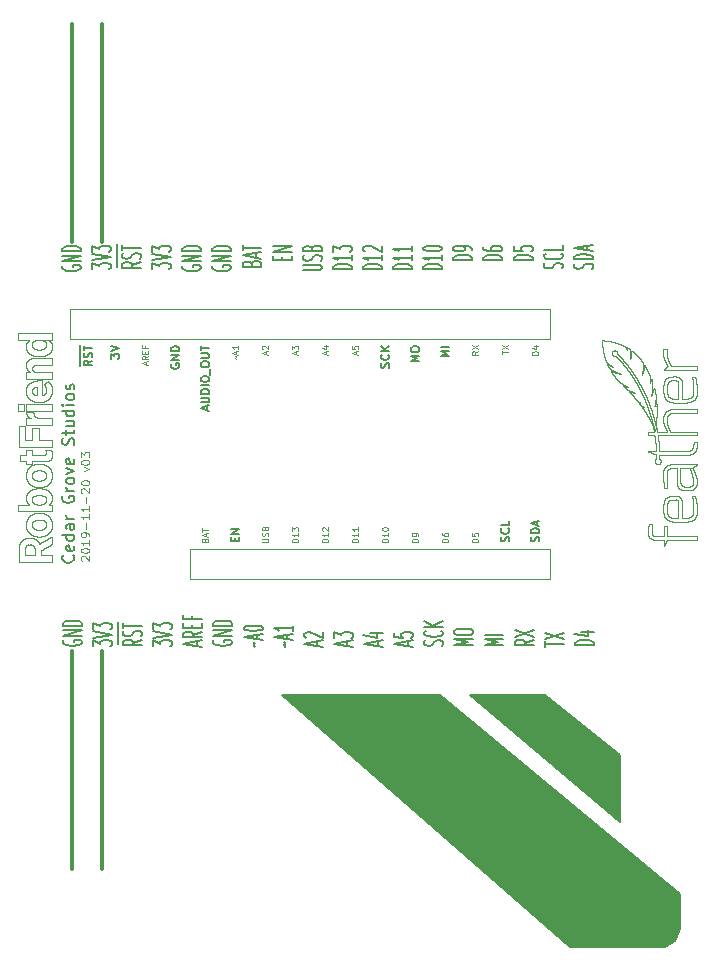
<source format=gto>
G04 #@! TF.GenerationSoftware,KiCad,Pcbnew,(5.0.0-rc2-dev-444-g2974a2c10)*
G04 #@! TF.CreationDate,2019-11-20T20:47:04-08:00*
G04 #@! TF.ProjectId,CG_Robot_Friend,43475F526F626F745F467269656E642E,v03*
G04 #@! TF.SameCoordinates,Original*
G04 #@! TF.FileFunction,Legend,Top*
G04 #@! TF.FilePolarity,Positive*
%FSLAX46Y46*%
G04 Gerber Fmt 4.6, Leading zero omitted, Abs format (unit mm)*
G04 Created by KiCad (PCBNEW (5.0.0-rc2-dev-444-g2974a2c10)) date 11/20/19 20:47:04*
%MOMM*%
%LPD*%
G01*
G04 APERTURE LIST*
%ADD10C,0.150000*%
%ADD11C,0.100000*%
%ADD12C,0.300000*%
G04 APERTURE END LIST*
D10*
G36*
X137795000Y-119380000D02*
X125095000Y-108585000D01*
X131445000Y-108585000D01*
X137795000Y-113665000D01*
X137795000Y-119380000D01*
G37*
X137795000Y-119380000D02*
X125095000Y-108585000D01*
X131445000Y-108585000D01*
X137795000Y-113665000D01*
X137795000Y-119380000D01*
G36*
X142875000Y-128397000D02*
X142494000Y-129413000D01*
X141605000Y-129921000D01*
X133604000Y-129921000D01*
X109220000Y-108585000D01*
X122555000Y-108585000D01*
X142875000Y-125476000D01*
X142875000Y-128397000D01*
G37*
X142875000Y-128397000D02*
X142494000Y-129413000D01*
X141605000Y-129921000D01*
X133604000Y-129921000D01*
X109220000Y-108585000D01*
X122555000Y-108585000D01*
X142875000Y-125476000D01*
X142875000Y-128397000D01*
D11*
X88736722Y-93762579D02*
X88520000Y-93770000D01*
D12*
X91440000Y-51816000D02*
X91440000Y-70231000D01*
X93980000Y-51816000D02*
X93980000Y-70231000D01*
X93980000Y-104902000D02*
X93980000Y-123317000D01*
X91440000Y-104902000D02*
X91440000Y-123317000D01*
D10*
X90725000Y-103962976D02*
X90648809Y-104039166D01*
X90648809Y-104153452D01*
X90725000Y-104267738D01*
X90877380Y-104343928D01*
X91029761Y-104382023D01*
X91334523Y-104420119D01*
X91563095Y-104420119D01*
X91867857Y-104382023D01*
X92020238Y-104343928D01*
X92172619Y-104267738D01*
X92248809Y-104153452D01*
X92248809Y-104077261D01*
X92172619Y-103962976D01*
X92096428Y-103924880D01*
X91563095Y-103924880D01*
X91563095Y-104077261D01*
X92248809Y-103582023D02*
X90648809Y-103582023D01*
X92248809Y-103124880D01*
X90648809Y-103124880D01*
X92248809Y-102743928D02*
X90648809Y-102743928D01*
X90648809Y-102553452D01*
X90725000Y-102439166D01*
X90877380Y-102362976D01*
X91029761Y-102324880D01*
X91334523Y-102286785D01*
X91563095Y-102286785D01*
X91867857Y-102324880D01*
X92020238Y-102362976D01*
X92172619Y-102439166D01*
X92248809Y-102553452D01*
X92248809Y-102743928D01*
X93198809Y-104458214D02*
X93198809Y-103962976D01*
X93808333Y-104229642D01*
X93808333Y-104115357D01*
X93884523Y-104039166D01*
X93960714Y-104001071D01*
X94113095Y-103962976D01*
X94494047Y-103962976D01*
X94646428Y-104001071D01*
X94722619Y-104039166D01*
X94798809Y-104115357D01*
X94798809Y-104343928D01*
X94722619Y-104420119D01*
X94646428Y-104458214D01*
X93198809Y-103734404D02*
X94798809Y-103467738D01*
X93198809Y-103201071D01*
X93198809Y-103010595D02*
X93198809Y-102515357D01*
X93808333Y-102782023D01*
X93808333Y-102667738D01*
X93884523Y-102591547D01*
X93960714Y-102553452D01*
X94113095Y-102515357D01*
X94494047Y-102515357D01*
X94646428Y-102553452D01*
X94722619Y-102591547D01*
X94798809Y-102667738D01*
X94798809Y-102896309D01*
X94722619Y-102972500D01*
X94646428Y-103010595D01*
X95278000Y-104304125D02*
X95278000Y-103772500D01*
X97348809Y-103924880D02*
X96586904Y-104191547D01*
X97348809Y-104382023D02*
X95748809Y-104382023D01*
X95748809Y-104077261D01*
X95825000Y-104001071D01*
X95901190Y-103962976D01*
X96053571Y-103924880D01*
X96282142Y-103924880D01*
X96434523Y-103962976D01*
X96510714Y-104001071D01*
X96586904Y-104077261D01*
X96586904Y-104382023D01*
X95278000Y-103772500D02*
X95278000Y-103010595D01*
X97272619Y-103620119D02*
X97348809Y-103505833D01*
X97348809Y-103315357D01*
X97272619Y-103239166D01*
X97196428Y-103201071D01*
X97044047Y-103162976D01*
X96891666Y-103162976D01*
X96739285Y-103201071D01*
X96663095Y-103239166D01*
X96586904Y-103315357D01*
X96510714Y-103467738D01*
X96434523Y-103543928D01*
X96358333Y-103582023D01*
X96205952Y-103620119D01*
X96053571Y-103620119D01*
X95901190Y-103582023D01*
X95825000Y-103543928D01*
X95748809Y-103467738D01*
X95748809Y-103277261D01*
X95825000Y-103162976D01*
X95278000Y-103010595D02*
X95278000Y-102401071D01*
X95748809Y-102934404D02*
X95748809Y-102477261D01*
X97348809Y-102705833D02*
X95748809Y-102705833D01*
X98298809Y-104458214D02*
X98298809Y-103962976D01*
X98908333Y-104229642D01*
X98908333Y-104115357D01*
X98984523Y-104039166D01*
X99060714Y-104001071D01*
X99213095Y-103962976D01*
X99594047Y-103962976D01*
X99746428Y-104001071D01*
X99822619Y-104039166D01*
X99898809Y-104115357D01*
X99898809Y-104343928D01*
X99822619Y-104420119D01*
X99746428Y-104458214D01*
X98298809Y-103734404D02*
X99898809Y-103467738D01*
X98298809Y-103201071D01*
X98298809Y-103010595D02*
X98298809Y-102515357D01*
X98908333Y-102782023D01*
X98908333Y-102667738D01*
X98984523Y-102591547D01*
X99060714Y-102553452D01*
X99213095Y-102515357D01*
X99594047Y-102515357D01*
X99746428Y-102553452D01*
X99822619Y-102591547D01*
X99898809Y-102667738D01*
X99898809Y-102896309D01*
X99822619Y-102972500D01*
X99746428Y-103010595D01*
X101991666Y-104420119D02*
X101991666Y-104039166D01*
X102448809Y-104496309D02*
X100848809Y-104229642D01*
X102448809Y-103962976D01*
X102448809Y-103239166D02*
X101686904Y-103505833D01*
X102448809Y-103696309D02*
X100848809Y-103696309D01*
X100848809Y-103391547D01*
X100925000Y-103315357D01*
X101001190Y-103277261D01*
X101153571Y-103239166D01*
X101382142Y-103239166D01*
X101534523Y-103277261D01*
X101610714Y-103315357D01*
X101686904Y-103391547D01*
X101686904Y-103696309D01*
X101610714Y-102896309D02*
X101610714Y-102629642D01*
X102448809Y-102515357D02*
X102448809Y-102896309D01*
X100848809Y-102896309D01*
X100848809Y-102515357D01*
X101610714Y-101905833D02*
X101610714Y-102172500D01*
X102448809Y-102172500D02*
X100848809Y-102172500D01*
X100848809Y-101791547D01*
X103475000Y-103962976D02*
X103398809Y-104039166D01*
X103398809Y-104153452D01*
X103475000Y-104267738D01*
X103627380Y-104343928D01*
X103779761Y-104382023D01*
X104084523Y-104420119D01*
X104313095Y-104420119D01*
X104617857Y-104382023D01*
X104770238Y-104343928D01*
X104922619Y-104267738D01*
X104998809Y-104153452D01*
X104998809Y-104077261D01*
X104922619Y-103962976D01*
X104846428Y-103924880D01*
X104313095Y-103924880D01*
X104313095Y-104077261D01*
X104998809Y-103582023D02*
X103398809Y-103582023D01*
X104998809Y-103124880D01*
X103398809Y-103124880D01*
X104998809Y-102743928D02*
X103398809Y-102743928D01*
X103398809Y-102553452D01*
X103475000Y-102439166D01*
X103627380Y-102362976D01*
X103779761Y-102324880D01*
X104084523Y-102286785D01*
X104313095Y-102286785D01*
X104617857Y-102324880D01*
X104770238Y-102362976D01*
X104922619Y-102439166D01*
X104998809Y-102553452D01*
X104998809Y-102743928D01*
X106939285Y-104496309D02*
X106863095Y-104458214D01*
X106786904Y-104382023D01*
X106939285Y-104229642D01*
X106863095Y-104153452D01*
X106786904Y-104115357D01*
X107091666Y-103848690D02*
X107091666Y-103467738D01*
X107548809Y-103924880D02*
X105948809Y-103658214D01*
X107548809Y-103391547D01*
X105948809Y-102972500D02*
X105948809Y-102896309D01*
X106025000Y-102820119D01*
X106101190Y-102782023D01*
X106253571Y-102743928D01*
X106558333Y-102705833D01*
X106939285Y-102705833D01*
X107244047Y-102743928D01*
X107396428Y-102782023D01*
X107472619Y-102820119D01*
X107548809Y-102896309D01*
X107548809Y-102972500D01*
X107472619Y-103048690D01*
X107396428Y-103086785D01*
X107244047Y-103124880D01*
X106939285Y-103162976D01*
X106558333Y-103162976D01*
X106253571Y-103124880D01*
X106101190Y-103086785D01*
X106025000Y-103048690D01*
X105948809Y-102972500D01*
X109489285Y-104496309D02*
X109413095Y-104458214D01*
X109336904Y-104382023D01*
X109489285Y-104229642D01*
X109413095Y-104153452D01*
X109336904Y-104115357D01*
X109641666Y-103848690D02*
X109641666Y-103467738D01*
X110098809Y-103924880D02*
X108498809Y-103658214D01*
X110098809Y-103391547D01*
X110098809Y-102705833D02*
X110098809Y-103162976D01*
X110098809Y-102934404D02*
X108498809Y-102934404D01*
X108727380Y-103010595D01*
X108879761Y-103086785D01*
X108955952Y-103162976D01*
X112191666Y-104420119D02*
X112191666Y-104039166D01*
X112648809Y-104496309D02*
X111048809Y-104229642D01*
X112648809Y-103962976D01*
X111201190Y-103734404D02*
X111125000Y-103696309D01*
X111048809Y-103620119D01*
X111048809Y-103429642D01*
X111125000Y-103353452D01*
X111201190Y-103315357D01*
X111353571Y-103277261D01*
X111505952Y-103277261D01*
X111734523Y-103315357D01*
X112648809Y-103772500D01*
X112648809Y-103277261D01*
X114741666Y-104420119D02*
X114741666Y-104039166D01*
X115198809Y-104496309D02*
X113598809Y-104229642D01*
X115198809Y-103962976D01*
X113598809Y-103772500D02*
X113598809Y-103277261D01*
X114208333Y-103543928D01*
X114208333Y-103429642D01*
X114284523Y-103353452D01*
X114360714Y-103315357D01*
X114513095Y-103277261D01*
X114894047Y-103277261D01*
X115046428Y-103315357D01*
X115122619Y-103353452D01*
X115198809Y-103429642D01*
X115198809Y-103658214D01*
X115122619Y-103734404D01*
X115046428Y-103772500D01*
X117291666Y-104420119D02*
X117291666Y-104039166D01*
X117748809Y-104496309D02*
X116148809Y-104229642D01*
X117748809Y-103962976D01*
X116682142Y-103353452D02*
X117748809Y-103353452D01*
X116072619Y-103543928D02*
X117215476Y-103734404D01*
X117215476Y-103239166D01*
X119841666Y-104420119D02*
X119841666Y-104039166D01*
X120298809Y-104496309D02*
X118698809Y-104229642D01*
X120298809Y-103962976D01*
X118698809Y-103315357D02*
X118698809Y-103696309D01*
X119460714Y-103734404D01*
X119384523Y-103696309D01*
X119308333Y-103620119D01*
X119308333Y-103429642D01*
X119384523Y-103353452D01*
X119460714Y-103315357D01*
X119613095Y-103277261D01*
X119994047Y-103277261D01*
X120146428Y-103315357D01*
X120222619Y-103353452D01*
X120298809Y-103429642D01*
X120298809Y-103620119D01*
X120222619Y-103696309D01*
X120146428Y-103734404D01*
X122772619Y-104420119D02*
X122848809Y-104305833D01*
X122848809Y-104115357D01*
X122772619Y-104039166D01*
X122696428Y-104001071D01*
X122544047Y-103962976D01*
X122391666Y-103962976D01*
X122239285Y-104001071D01*
X122163095Y-104039166D01*
X122086904Y-104115357D01*
X122010714Y-104267738D01*
X121934523Y-104343928D01*
X121858333Y-104382023D01*
X121705952Y-104420119D01*
X121553571Y-104420119D01*
X121401190Y-104382023D01*
X121325000Y-104343928D01*
X121248809Y-104267738D01*
X121248809Y-104077261D01*
X121325000Y-103962976D01*
X122696428Y-103162976D02*
X122772619Y-103201071D01*
X122848809Y-103315357D01*
X122848809Y-103391547D01*
X122772619Y-103505833D01*
X122620238Y-103582023D01*
X122467857Y-103620119D01*
X122163095Y-103658214D01*
X121934523Y-103658214D01*
X121629761Y-103620119D01*
X121477380Y-103582023D01*
X121325000Y-103505833D01*
X121248809Y-103391547D01*
X121248809Y-103315357D01*
X121325000Y-103201071D01*
X121401190Y-103162976D01*
X122848809Y-102820119D02*
X121248809Y-102820119D01*
X122848809Y-102362976D02*
X121934523Y-102705833D01*
X121248809Y-102362976D02*
X122163095Y-102820119D01*
X125398809Y-104382023D02*
X123798809Y-104382023D01*
X124941666Y-104115357D01*
X123798809Y-103848690D01*
X125398809Y-103848690D01*
X123798809Y-103315357D02*
X123798809Y-103162976D01*
X123875000Y-103086785D01*
X124027380Y-103010595D01*
X124332142Y-102972500D01*
X124865476Y-102972500D01*
X125170238Y-103010595D01*
X125322619Y-103086785D01*
X125398809Y-103162976D01*
X125398809Y-103315357D01*
X125322619Y-103391547D01*
X125170238Y-103467738D01*
X124865476Y-103505833D01*
X124332142Y-103505833D01*
X124027380Y-103467738D01*
X123875000Y-103391547D01*
X123798809Y-103315357D01*
X127948809Y-104382023D02*
X126348809Y-104382023D01*
X127491666Y-104115357D01*
X126348809Y-103848690D01*
X127948809Y-103848690D01*
X127948809Y-103467738D02*
X126348809Y-103467738D01*
X130498809Y-103924880D02*
X129736904Y-104191547D01*
X130498809Y-104382023D02*
X128898809Y-104382023D01*
X128898809Y-104077261D01*
X128975000Y-104001071D01*
X129051190Y-103962976D01*
X129203571Y-103924880D01*
X129432142Y-103924880D01*
X129584523Y-103962976D01*
X129660714Y-104001071D01*
X129736904Y-104077261D01*
X129736904Y-104382023D01*
X128898809Y-103658214D02*
X130498809Y-103124880D01*
X128898809Y-103124880D02*
X130498809Y-103658214D01*
X131448809Y-104496309D02*
X131448809Y-104039166D01*
X133048809Y-104267738D02*
X131448809Y-104267738D01*
X131448809Y-103848690D02*
X133048809Y-103315357D01*
X131448809Y-103315357D02*
X133048809Y-103848690D01*
X135598809Y-104382023D02*
X133998809Y-104382023D01*
X133998809Y-104191547D01*
X134075000Y-104077261D01*
X134227380Y-104001071D01*
X134379761Y-103962976D01*
X134684523Y-103924880D01*
X134913095Y-103924880D01*
X135217857Y-103962976D01*
X135370238Y-104001071D01*
X135522619Y-104077261D01*
X135598809Y-104191547D01*
X135598809Y-104382023D01*
X134532142Y-103239166D02*
X135598809Y-103239166D01*
X133922619Y-103429642D02*
X135065476Y-103620119D01*
X135065476Y-103124880D01*
X90635000Y-72246071D02*
X90558809Y-72322261D01*
X90558809Y-72436547D01*
X90635000Y-72550833D01*
X90787380Y-72627023D01*
X90939761Y-72665119D01*
X91244523Y-72703214D01*
X91473095Y-72703214D01*
X91777857Y-72665119D01*
X91930238Y-72627023D01*
X92082619Y-72550833D01*
X92158809Y-72436547D01*
X92158809Y-72360357D01*
X92082619Y-72246071D01*
X92006428Y-72207976D01*
X91473095Y-72207976D01*
X91473095Y-72360357D01*
X92158809Y-71865119D02*
X90558809Y-71865119D01*
X92158809Y-71407976D01*
X90558809Y-71407976D01*
X92158809Y-71027023D02*
X90558809Y-71027023D01*
X90558809Y-70836547D01*
X90635000Y-70722261D01*
X90787380Y-70646071D01*
X90939761Y-70607976D01*
X91244523Y-70569880D01*
X91473095Y-70569880D01*
X91777857Y-70607976D01*
X91930238Y-70646071D01*
X92082619Y-70722261D01*
X92158809Y-70836547D01*
X92158809Y-71027023D01*
X93108809Y-72512738D02*
X93108809Y-72017500D01*
X93718333Y-72284166D01*
X93718333Y-72169880D01*
X93794523Y-72093690D01*
X93870714Y-72055595D01*
X94023095Y-72017500D01*
X94404047Y-72017500D01*
X94556428Y-72055595D01*
X94632619Y-72093690D01*
X94708809Y-72169880D01*
X94708809Y-72398452D01*
X94632619Y-72474642D01*
X94556428Y-72512738D01*
X93108809Y-71788928D02*
X94708809Y-71522261D01*
X93108809Y-71255595D01*
X93108809Y-71065119D02*
X93108809Y-70569880D01*
X93718333Y-70836547D01*
X93718333Y-70722261D01*
X93794523Y-70646071D01*
X93870714Y-70607976D01*
X94023095Y-70569880D01*
X94404047Y-70569880D01*
X94556428Y-70607976D01*
X94632619Y-70646071D01*
X94708809Y-70722261D01*
X94708809Y-70950833D01*
X94632619Y-71027023D01*
X94556428Y-71065119D01*
X95188000Y-72320553D02*
X95188000Y-71788928D01*
X97258809Y-71941309D02*
X96496904Y-72207976D01*
X97258809Y-72398452D02*
X95658809Y-72398452D01*
X95658809Y-72093690D01*
X95735000Y-72017500D01*
X95811190Y-71979404D01*
X95963571Y-71941309D01*
X96192142Y-71941309D01*
X96344523Y-71979404D01*
X96420714Y-72017500D01*
X96496904Y-72093690D01*
X96496904Y-72398452D01*
X95188000Y-71788928D02*
X95188000Y-71027023D01*
X97182619Y-71636547D02*
X97258809Y-71522261D01*
X97258809Y-71331785D01*
X97182619Y-71255595D01*
X97106428Y-71217500D01*
X96954047Y-71179404D01*
X96801666Y-71179404D01*
X96649285Y-71217500D01*
X96573095Y-71255595D01*
X96496904Y-71331785D01*
X96420714Y-71484166D01*
X96344523Y-71560357D01*
X96268333Y-71598452D01*
X96115952Y-71636547D01*
X95963571Y-71636547D01*
X95811190Y-71598452D01*
X95735000Y-71560357D01*
X95658809Y-71484166D01*
X95658809Y-71293690D01*
X95735000Y-71179404D01*
X95188000Y-71027023D02*
X95188000Y-70417500D01*
X95658809Y-70950833D02*
X95658809Y-70493690D01*
X97258809Y-70722261D02*
X95658809Y-70722261D01*
X98208809Y-72512738D02*
X98208809Y-72017500D01*
X98818333Y-72284166D01*
X98818333Y-72169880D01*
X98894523Y-72093690D01*
X98970714Y-72055595D01*
X99123095Y-72017500D01*
X99504047Y-72017500D01*
X99656428Y-72055595D01*
X99732619Y-72093690D01*
X99808809Y-72169880D01*
X99808809Y-72398452D01*
X99732619Y-72474642D01*
X99656428Y-72512738D01*
X98208809Y-71788928D02*
X99808809Y-71522261D01*
X98208809Y-71255595D01*
X98208809Y-71065119D02*
X98208809Y-70569880D01*
X98818333Y-70836547D01*
X98818333Y-70722261D01*
X98894523Y-70646071D01*
X98970714Y-70607976D01*
X99123095Y-70569880D01*
X99504047Y-70569880D01*
X99656428Y-70607976D01*
X99732619Y-70646071D01*
X99808809Y-70722261D01*
X99808809Y-70950833D01*
X99732619Y-71027023D01*
X99656428Y-71065119D01*
X100835000Y-72246071D02*
X100758809Y-72322261D01*
X100758809Y-72436547D01*
X100835000Y-72550833D01*
X100987380Y-72627023D01*
X101139761Y-72665119D01*
X101444523Y-72703214D01*
X101673095Y-72703214D01*
X101977857Y-72665119D01*
X102130238Y-72627023D01*
X102282619Y-72550833D01*
X102358809Y-72436547D01*
X102358809Y-72360357D01*
X102282619Y-72246071D01*
X102206428Y-72207976D01*
X101673095Y-72207976D01*
X101673095Y-72360357D01*
X102358809Y-71865119D02*
X100758809Y-71865119D01*
X102358809Y-71407976D01*
X100758809Y-71407976D01*
X102358809Y-71027023D02*
X100758809Y-71027023D01*
X100758809Y-70836547D01*
X100835000Y-70722261D01*
X100987380Y-70646071D01*
X101139761Y-70607976D01*
X101444523Y-70569880D01*
X101673095Y-70569880D01*
X101977857Y-70607976D01*
X102130238Y-70646071D01*
X102282619Y-70722261D01*
X102358809Y-70836547D01*
X102358809Y-71027023D01*
X103385000Y-72246071D02*
X103308809Y-72322261D01*
X103308809Y-72436547D01*
X103385000Y-72550833D01*
X103537380Y-72627023D01*
X103689761Y-72665119D01*
X103994523Y-72703214D01*
X104223095Y-72703214D01*
X104527857Y-72665119D01*
X104680238Y-72627023D01*
X104832619Y-72550833D01*
X104908809Y-72436547D01*
X104908809Y-72360357D01*
X104832619Y-72246071D01*
X104756428Y-72207976D01*
X104223095Y-72207976D01*
X104223095Y-72360357D01*
X104908809Y-71865119D02*
X103308809Y-71865119D01*
X104908809Y-71407976D01*
X103308809Y-71407976D01*
X104908809Y-71027023D02*
X103308809Y-71027023D01*
X103308809Y-70836547D01*
X103385000Y-70722261D01*
X103537380Y-70646071D01*
X103689761Y-70607976D01*
X103994523Y-70569880D01*
X104223095Y-70569880D01*
X104527857Y-70607976D01*
X104680238Y-70646071D01*
X104832619Y-70722261D01*
X104908809Y-70836547D01*
X104908809Y-71027023D01*
X106620714Y-72055595D02*
X106696904Y-71941309D01*
X106773095Y-71903214D01*
X106925476Y-71865119D01*
X107154047Y-71865119D01*
X107306428Y-71903214D01*
X107382619Y-71941309D01*
X107458809Y-72017500D01*
X107458809Y-72322261D01*
X105858809Y-72322261D01*
X105858809Y-72055595D01*
X105935000Y-71979404D01*
X106011190Y-71941309D01*
X106163571Y-71903214D01*
X106315952Y-71903214D01*
X106468333Y-71941309D01*
X106544523Y-71979404D01*
X106620714Y-72055595D01*
X106620714Y-72322261D01*
X107001666Y-71560357D02*
X107001666Y-71179404D01*
X107458809Y-71636547D02*
X105858809Y-71369880D01*
X107458809Y-71103214D01*
X105858809Y-70950833D02*
X105858809Y-70493690D01*
X107458809Y-70722261D02*
X105858809Y-70722261D01*
X109170714Y-71788928D02*
X109170714Y-71522261D01*
X110008809Y-71407976D02*
X110008809Y-71788928D01*
X108408809Y-71788928D01*
X108408809Y-71407976D01*
X110008809Y-71065119D02*
X108408809Y-71065119D01*
X110008809Y-70607976D01*
X108408809Y-70607976D01*
X110958809Y-72627023D02*
X112254047Y-72627023D01*
X112406428Y-72588928D01*
X112482619Y-72550833D01*
X112558809Y-72474642D01*
X112558809Y-72322261D01*
X112482619Y-72246071D01*
X112406428Y-72207976D01*
X112254047Y-72169880D01*
X110958809Y-72169880D01*
X112482619Y-71827023D02*
X112558809Y-71712738D01*
X112558809Y-71522261D01*
X112482619Y-71446071D01*
X112406428Y-71407976D01*
X112254047Y-71369880D01*
X112101666Y-71369880D01*
X111949285Y-71407976D01*
X111873095Y-71446071D01*
X111796904Y-71522261D01*
X111720714Y-71674642D01*
X111644523Y-71750833D01*
X111568333Y-71788928D01*
X111415952Y-71827023D01*
X111263571Y-71827023D01*
X111111190Y-71788928D01*
X111035000Y-71750833D01*
X110958809Y-71674642D01*
X110958809Y-71484166D01*
X111035000Y-71369880D01*
X111720714Y-70760357D02*
X111796904Y-70646071D01*
X111873095Y-70607976D01*
X112025476Y-70569880D01*
X112254047Y-70569880D01*
X112406428Y-70607976D01*
X112482619Y-70646071D01*
X112558809Y-70722261D01*
X112558809Y-71027023D01*
X110958809Y-71027023D01*
X110958809Y-70760357D01*
X111035000Y-70684166D01*
X111111190Y-70646071D01*
X111263571Y-70607976D01*
X111415952Y-70607976D01*
X111568333Y-70646071D01*
X111644523Y-70684166D01*
X111720714Y-70760357D01*
X111720714Y-71027023D01*
X115108809Y-72550833D02*
X113508809Y-72550833D01*
X113508809Y-72360357D01*
X113585000Y-72246071D01*
X113737380Y-72169880D01*
X113889761Y-72131785D01*
X114194523Y-72093690D01*
X114423095Y-72093690D01*
X114727857Y-72131785D01*
X114880238Y-72169880D01*
X115032619Y-72246071D01*
X115108809Y-72360357D01*
X115108809Y-72550833D01*
X115108809Y-71331785D02*
X115108809Y-71788928D01*
X115108809Y-71560357D02*
X113508809Y-71560357D01*
X113737380Y-71636547D01*
X113889761Y-71712738D01*
X113965952Y-71788928D01*
X113508809Y-71065119D02*
X113508809Y-70569880D01*
X114118333Y-70836547D01*
X114118333Y-70722261D01*
X114194523Y-70646071D01*
X114270714Y-70607976D01*
X114423095Y-70569880D01*
X114804047Y-70569880D01*
X114956428Y-70607976D01*
X115032619Y-70646071D01*
X115108809Y-70722261D01*
X115108809Y-70950833D01*
X115032619Y-71027023D01*
X114956428Y-71065119D01*
X117658809Y-72550833D02*
X116058809Y-72550833D01*
X116058809Y-72360357D01*
X116135000Y-72246071D01*
X116287380Y-72169880D01*
X116439761Y-72131785D01*
X116744523Y-72093690D01*
X116973095Y-72093690D01*
X117277857Y-72131785D01*
X117430238Y-72169880D01*
X117582619Y-72246071D01*
X117658809Y-72360357D01*
X117658809Y-72550833D01*
X117658809Y-71331785D02*
X117658809Y-71788928D01*
X117658809Y-71560357D02*
X116058809Y-71560357D01*
X116287380Y-71636547D01*
X116439761Y-71712738D01*
X116515952Y-71788928D01*
X116211190Y-71027023D02*
X116135000Y-70988928D01*
X116058809Y-70912738D01*
X116058809Y-70722261D01*
X116135000Y-70646071D01*
X116211190Y-70607976D01*
X116363571Y-70569880D01*
X116515952Y-70569880D01*
X116744523Y-70607976D01*
X117658809Y-71065119D01*
X117658809Y-70569880D01*
X120208809Y-72550833D02*
X118608809Y-72550833D01*
X118608809Y-72360357D01*
X118685000Y-72246071D01*
X118837380Y-72169880D01*
X118989761Y-72131785D01*
X119294523Y-72093690D01*
X119523095Y-72093690D01*
X119827857Y-72131785D01*
X119980238Y-72169880D01*
X120132619Y-72246071D01*
X120208809Y-72360357D01*
X120208809Y-72550833D01*
X120208809Y-71331785D02*
X120208809Y-71788928D01*
X120208809Y-71560357D02*
X118608809Y-71560357D01*
X118837380Y-71636547D01*
X118989761Y-71712738D01*
X119065952Y-71788928D01*
X120208809Y-70569880D02*
X120208809Y-71027023D01*
X120208809Y-70798452D02*
X118608809Y-70798452D01*
X118837380Y-70874642D01*
X118989761Y-70950833D01*
X119065952Y-71027023D01*
X122758809Y-72550833D02*
X121158809Y-72550833D01*
X121158809Y-72360357D01*
X121235000Y-72246071D01*
X121387380Y-72169880D01*
X121539761Y-72131785D01*
X121844523Y-72093690D01*
X122073095Y-72093690D01*
X122377857Y-72131785D01*
X122530238Y-72169880D01*
X122682619Y-72246071D01*
X122758809Y-72360357D01*
X122758809Y-72550833D01*
X122758809Y-71331785D02*
X122758809Y-71788928D01*
X122758809Y-71560357D02*
X121158809Y-71560357D01*
X121387380Y-71636547D01*
X121539761Y-71712738D01*
X121615952Y-71788928D01*
X121158809Y-70836547D02*
X121158809Y-70760357D01*
X121235000Y-70684166D01*
X121311190Y-70646071D01*
X121463571Y-70607976D01*
X121768333Y-70569880D01*
X122149285Y-70569880D01*
X122454047Y-70607976D01*
X122606428Y-70646071D01*
X122682619Y-70684166D01*
X122758809Y-70760357D01*
X122758809Y-70836547D01*
X122682619Y-70912738D01*
X122606428Y-70950833D01*
X122454047Y-70988928D01*
X122149285Y-71027023D01*
X121768333Y-71027023D01*
X121463571Y-70988928D01*
X121311190Y-70950833D01*
X121235000Y-70912738D01*
X121158809Y-70836547D01*
X125308809Y-71788928D02*
X123708809Y-71788928D01*
X123708809Y-71598452D01*
X123785000Y-71484166D01*
X123937380Y-71407976D01*
X124089761Y-71369880D01*
X124394523Y-71331785D01*
X124623095Y-71331785D01*
X124927857Y-71369880D01*
X125080238Y-71407976D01*
X125232619Y-71484166D01*
X125308809Y-71598452D01*
X125308809Y-71788928D01*
X125308809Y-70950833D02*
X125308809Y-70798452D01*
X125232619Y-70722261D01*
X125156428Y-70684166D01*
X124927857Y-70607976D01*
X124623095Y-70569880D01*
X124013571Y-70569880D01*
X123861190Y-70607976D01*
X123785000Y-70646071D01*
X123708809Y-70722261D01*
X123708809Y-70874642D01*
X123785000Y-70950833D01*
X123861190Y-70988928D01*
X124013571Y-71027023D01*
X124394523Y-71027023D01*
X124546904Y-70988928D01*
X124623095Y-70950833D01*
X124699285Y-70874642D01*
X124699285Y-70722261D01*
X124623095Y-70646071D01*
X124546904Y-70607976D01*
X124394523Y-70569880D01*
X127858809Y-71788928D02*
X126258809Y-71788928D01*
X126258809Y-71598452D01*
X126335000Y-71484166D01*
X126487380Y-71407976D01*
X126639761Y-71369880D01*
X126944523Y-71331785D01*
X127173095Y-71331785D01*
X127477857Y-71369880D01*
X127630238Y-71407976D01*
X127782619Y-71484166D01*
X127858809Y-71598452D01*
X127858809Y-71788928D01*
X126258809Y-70646071D02*
X126258809Y-70798452D01*
X126335000Y-70874642D01*
X126411190Y-70912738D01*
X126639761Y-70988928D01*
X126944523Y-71027023D01*
X127554047Y-71027023D01*
X127706428Y-70988928D01*
X127782619Y-70950833D01*
X127858809Y-70874642D01*
X127858809Y-70722261D01*
X127782619Y-70646071D01*
X127706428Y-70607976D01*
X127554047Y-70569880D01*
X127173095Y-70569880D01*
X127020714Y-70607976D01*
X126944523Y-70646071D01*
X126868333Y-70722261D01*
X126868333Y-70874642D01*
X126944523Y-70950833D01*
X127020714Y-70988928D01*
X127173095Y-71027023D01*
X130408809Y-71788928D02*
X128808809Y-71788928D01*
X128808809Y-71598452D01*
X128885000Y-71484166D01*
X129037380Y-71407976D01*
X129189761Y-71369880D01*
X129494523Y-71331785D01*
X129723095Y-71331785D01*
X130027857Y-71369880D01*
X130180238Y-71407976D01*
X130332619Y-71484166D01*
X130408809Y-71598452D01*
X130408809Y-71788928D01*
X128808809Y-70607976D02*
X128808809Y-70988928D01*
X129570714Y-71027023D01*
X129494523Y-70988928D01*
X129418333Y-70912738D01*
X129418333Y-70722261D01*
X129494523Y-70646071D01*
X129570714Y-70607976D01*
X129723095Y-70569880D01*
X130104047Y-70569880D01*
X130256428Y-70607976D01*
X130332619Y-70646071D01*
X130408809Y-70722261D01*
X130408809Y-70912738D01*
X130332619Y-70988928D01*
X130256428Y-71027023D01*
X132882619Y-72474642D02*
X132958809Y-72360357D01*
X132958809Y-72169880D01*
X132882619Y-72093690D01*
X132806428Y-72055595D01*
X132654047Y-72017500D01*
X132501666Y-72017500D01*
X132349285Y-72055595D01*
X132273095Y-72093690D01*
X132196904Y-72169880D01*
X132120714Y-72322261D01*
X132044523Y-72398452D01*
X131968333Y-72436547D01*
X131815952Y-72474642D01*
X131663571Y-72474642D01*
X131511190Y-72436547D01*
X131435000Y-72398452D01*
X131358809Y-72322261D01*
X131358809Y-72131785D01*
X131435000Y-72017500D01*
X132806428Y-71217500D02*
X132882619Y-71255595D01*
X132958809Y-71369880D01*
X132958809Y-71446071D01*
X132882619Y-71560357D01*
X132730238Y-71636547D01*
X132577857Y-71674642D01*
X132273095Y-71712738D01*
X132044523Y-71712738D01*
X131739761Y-71674642D01*
X131587380Y-71636547D01*
X131435000Y-71560357D01*
X131358809Y-71446071D01*
X131358809Y-71369880D01*
X131435000Y-71255595D01*
X131511190Y-71217500D01*
X132958809Y-70493690D02*
X132958809Y-70874642D01*
X131358809Y-70874642D01*
X135432619Y-72512738D02*
X135508809Y-72398452D01*
X135508809Y-72207976D01*
X135432619Y-72131785D01*
X135356428Y-72093690D01*
X135204047Y-72055595D01*
X135051666Y-72055595D01*
X134899285Y-72093690D01*
X134823095Y-72131785D01*
X134746904Y-72207976D01*
X134670714Y-72360357D01*
X134594523Y-72436547D01*
X134518333Y-72474642D01*
X134365952Y-72512738D01*
X134213571Y-72512738D01*
X134061190Y-72474642D01*
X133985000Y-72436547D01*
X133908809Y-72360357D01*
X133908809Y-72169880D01*
X133985000Y-72055595D01*
X135508809Y-71712738D02*
X133908809Y-71712738D01*
X133908809Y-71522261D01*
X133985000Y-71407976D01*
X134137380Y-71331785D01*
X134289761Y-71293690D01*
X134594523Y-71255595D01*
X134823095Y-71255595D01*
X135127857Y-71293690D01*
X135280238Y-71331785D01*
X135432619Y-71407976D01*
X135508809Y-71522261D01*
X135508809Y-71712738D01*
X135051666Y-70950833D02*
X135051666Y-70569880D01*
X135508809Y-71027023D02*
X133908809Y-70760357D01*
X135508809Y-70493690D01*
D11*
X88062722Y-91883779D02*
X88041722Y-91883779D01*
X88062722Y-92243679D02*
X88062722Y-92286079D01*
X88104722Y-91820279D02*
X88104722Y-91841479D01*
X88104722Y-92307179D02*
X88104722Y-92328379D01*
X88189722Y-92370679D02*
X88189722Y-92391879D01*
X88041722Y-92243679D02*
X88062722Y-92243679D01*
X88062722Y-91862679D02*
X88062722Y-91883779D01*
X88147722Y-91777979D02*
X88147722Y-91799079D01*
X88104722Y-91841479D02*
X88083722Y-91841479D01*
X88041722Y-91926179D02*
X88020722Y-91926179D01*
X88168722Y-92370679D02*
X88189722Y-92370679D01*
X88189722Y-92391879D02*
X88231722Y-92391879D01*
X88909722Y-92434179D02*
X88972722Y-92434179D01*
X88126722Y-91799079D02*
X88126722Y-91820279D01*
X88337722Y-92455379D02*
X88443722Y-92455379D01*
X88104722Y-92328379D02*
X88126722Y-92328379D01*
X88062722Y-92286079D02*
X88083722Y-92286079D01*
X88083722Y-92286079D02*
X88083722Y-92307179D01*
X88147722Y-91799079D02*
X88126722Y-91799079D01*
X88041722Y-92222479D02*
X88041722Y-92243679D01*
X88020722Y-92158979D02*
X88020722Y-92222479D01*
X88083722Y-92307179D02*
X88104722Y-92307179D01*
X87999722Y-91989679D02*
X87999722Y-92158979D01*
X88803722Y-92455379D02*
X88909722Y-92455379D01*
X88443722Y-92455379D02*
X88443722Y-92476579D01*
X88189722Y-91756779D02*
X88189722Y-91777979D01*
X88274722Y-92413079D02*
X88274722Y-92434179D01*
X88231722Y-92391879D02*
X88231722Y-92413079D01*
X88231722Y-92413079D02*
X88274722Y-92413079D01*
X88020722Y-91989679D02*
X87999722Y-91989679D01*
X88083722Y-91841479D02*
X88083722Y-91862679D01*
X88126722Y-91820279D02*
X88104722Y-91820279D01*
X88189722Y-91777979D02*
X88147722Y-91777979D01*
X88168722Y-92349579D02*
X88168722Y-92370679D01*
X88020722Y-92222479D02*
X88041722Y-92222479D01*
X88909722Y-92455379D02*
X88909722Y-92434179D01*
X88443722Y-92476579D02*
X88803722Y-92476579D01*
X88126722Y-92328379D02*
X88126722Y-92349579D01*
X88041722Y-91883779D02*
X88041722Y-91926179D01*
X88126722Y-92349579D02*
X88168722Y-92349579D01*
X87999722Y-92158979D02*
X88020722Y-92158979D01*
X88083722Y-91862679D02*
X88062722Y-91862679D01*
X88020722Y-91926179D02*
X88020722Y-91989679D01*
X88803722Y-92476579D02*
X88803722Y-92455379D01*
X88337722Y-92434179D02*
X88337722Y-92455379D01*
X88274722Y-92434179D02*
X88337722Y-92434179D01*
X89184722Y-91862679D02*
X89163722Y-91862679D01*
X89142722Y-92328379D02*
X89142722Y-92307179D01*
X89438722Y-92476579D02*
X89692722Y-92476579D01*
X89184722Y-92286079D02*
X89184722Y-92243679D01*
X89015722Y-91735579D02*
X88972722Y-91735579D01*
X88337722Y-91693279D02*
X88337722Y-91714479D01*
X88972722Y-91714479D02*
X88909722Y-91714479D01*
X88972722Y-91735579D02*
X88972722Y-91714479D01*
X89226722Y-92158979D02*
X89248722Y-92158979D01*
X89057722Y-92391879D02*
X89057722Y-92370679D01*
X89057722Y-91756779D02*
X89015722Y-91756779D01*
X89015722Y-92413079D02*
X89015722Y-92391879D01*
X89226722Y-92222479D02*
X89226722Y-92158979D01*
X89184722Y-92243679D02*
X89205722Y-92243679D01*
X89163722Y-92307179D02*
X89163722Y-92286079D01*
X89057722Y-92370679D02*
X89078722Y-92370679D01*
X89120722Y-92349579D02*
X89120722Y-92328379D01*
X89459722Y-92455379D02*
X89438722Y-92455379D01*
X89078722Y-92370679D02*
X89078722Y-92349579D01*
X89142722Y-92307179D02*
X89163722Y-92307179D01*
X89501722Y-92391879D02*
X89501722Y-92413079D01*
X89501722Y-92413079D02*
X89480722Y-92413079D01*
X89120722Y-92328379D02*
X89142722Y-92328379D01*
X89078722Y-92349579D02*
X89120722Y-92349579D01*
X88231722Y-91756779D02*
X88189722Y-91756779D01*
X88231722Y-91735579D02*
X88231722Y-91756779D01*
X88274722Y-91735579D02*
X88231722Y-91735579D01*
X88443722Y-91672079D02*
X88443722Y-91693279D01*
X89163722Y-92286079D02*
X89184722Y-92286079D01*
X89015722Y-91756779D02*
X89015722Y-91735579D01*
X89205722Y-91926179D02*
X89205722Y-91883779D01*
X88909722Y-91714479D02*
X88909722Y-91693279D01*
X89480722Y-92434179D02*
X89459722Y-92434179D01*
X89099722Y-91777979D02*
X89057722Y-91777979D01*
X89248722Y-92158979D02*
X89248722Y-91989679D01*
X89142722Y-91820279D02*
X89120722Y-91820279D01*
X89184722Y-91883779D02*
X89184722Y-91862679D01*
X89142722Y-91841479D02*
X89142722Y-91820279D01*
X89692722Y-92476579D02*
X89692722Y-93048179D01*
X89480722Y-92413079D02*
X89480722Y-92434179D01*
X89692722Y-93048179D02*
X86813722Y-93048179D01*
X89226722Y-91926179D02*
X89205722Y-91926179D01*
X89205722Y-92243679D02*
X89205722Y-92222479D01*
X89205722Y-91883779D02*
X89184722Y-91883779D01*
X89226722Y-91989679D02*
X89226722Y-91926179D01*
X88803722Y-91693279D02*
X88803722Y-91672079D01*
X89163722Y-91841479D02*
X89142722Y-91841479D01*
X89438722Y-92455379D02*
X89438722Y-92476579D01*
X89459722Y-92434179D02*
X89459722Y-92455379D01*
X89057722Y-91777979D02*
X89057722Y-91756779D01*
X89248722Y-91989679D02*
X89226722Y-91989679D01*
X88909722Y-91693279D02*
X88803722Y-91693279D01*
X89015722Y-92391879D02*
X89057722Y-92391879D01*
X89099722Y-91799079D02*
X89099722Y-91777979D01*
X88972722Y-92413079D02*
X89015722Y-92413079D01*
X88972722Y-92434179D02*
X88972722Y-92413079D01*
X88274722Y-91714479D02*
X88274722Y-91735579D01*
X88337722Y-91714479D02*
X88274722Y-91714479D01*
X88443722Y-91693279D02*
X88337722Y-91693279D01*
X89205722Y-92222479D02*
X89226722Y-92222479D01*
X88803722Y-91672079D02*
X88443722Y-91672079D01*
X89120722Y-91799079D02*
X89099722Y-91799079D01*
X89120722Y-91820279D02*
X89120722Y-91799079D01*
X89163722Y-91862679D02*
X89163722Y-91841479D01*
X89629722Y-91545079D02*
X89650722Y-91545079D01*
X89375722Y-91269879D02*
X89375722Y-91291079D01*
X89523722Y-91375779D02*
X89523722Y-91396879D01*
X89671722Y-91587479D02*
X89671722Y-91629779D01*
X89629722Y-91502779D02*
X89629722Y-91545079D01*
X89501722Y-91375779D02*
X89523722Y-91375779D01*
X89607722Y-92286079D02*
X89607722Y-92307179D01*
X89565722Y-92349579D02*
X89544722Y-92349579D01*
X89565722Y-92328379D02*
X89565722Y-92349579D01*
X89586722Y-92328379D02*
X89565722Y-92328379D01*
X89586722Y-92307179D02*
X89586722Y-92328379D01*
X89607722Y-92307179D02*
X89586722Y-92307179D01*
X89692722Y-92116679D02*
X89692722Y-92180179D01*
X89586722Y-91460379D02*
X89586722Y-91481579D01*
X89565722Y-91460379D02*
X89586722Y-91460379D01*
X89734722Y-92031979D02*
X89713722Y-92031979D01*
X89629722Y-92286079D02*
X89607722Y-92286079D01*
X89629722Y-92243679D02*
X89629722Y-92286079D01*
X89650722Y-92243679D02*
X89629722Y-92243679D01*
X89650722Y-92222479D02*
X89650722Y-92243679D01*
X89650722Y-91545079D02*
X89650722Y-91587479D01*
X89671722Y-92222479D02*
X89650722Y-92222479D01*
X89607722Y-91502779D02*
X89629722Y-91502779D01*
X89586722Y-91481579D02*
X89607722Y-91481579D01*
X89501722Y-91354579D02*
X89501722Y-91375779D01*
X89459722Y-91333379D02*
X89459722Y-91354579D01*
X89417722Y-91312179D02*
X89438722Y-91312179D01*
X89713722Y-91693279D02*
X89713722Y-91777979D01*
X89671722Y-92180179D02*
X89671722Y-92222479D01*
X89713722Y-92116679D02*
X89692722Y-92116679D01*
X89734722Y-91777979D02*
X89734722Y-92031979D01*
X89671722Y-91629779D02*
X89692722Y-91629779D01*
X89713722Y-91777979D02*
X89734722Y-91777979D01*
X89692722Y-91629779D02*
X89692722Y-91693279D01*
X89650722Y-91587479D02*
X89671722Y-91587479D01*
X89544722Y-91396879D02*
X89544722Y-91418079D01*
X89438722Y-91312179D02*
X89438722Y-91333379D01*
X89417722Y-91291079D02*
X89417722Y-91312179D01*
X89353722Y-91248679D02*
X89353722Y-91269879D01*
X89311722Y-91227579D02*
X89311722Y-91248679D01*
X89205722Y-91185179D02*
X89205722Y-91206379D01*
X89692722Y-91693279D02*
X89713722Y-91693279D01*
X89565722Y-91418079D02*
X89565722Y-91460379D01*
X89607722Y-91481579D02*
X89607722Y-91502779D01*
X89544722Y-91418079D02*
X89565722Y-91418079D01*
X89459722Y-91354579D02*
X89501722Y-91354579D01*
X89353722Y-91269879D02*
X89375722Y-91269879D01*
X89269722Y-91227579D02*
X89311722Y-91227579D01*
X89205722Y-91206379D02*
X89269722Y-91206379D01*
X89078722Y-91163979D02*
X89163722Y-91163979D01*
X89163722Y-91185179D02*
X89205722Y-91185179D01*
X89375722Y-91291079D02*
X89417722Y-91291079D01*
X89523722Y-92391879D02*
X89501722Y-92391879D01*
X89269722Y-91206379D02*
X89269722Y-91227579D01*
X89163722Y-91163979D02*
X89163722Y-91185179D01*
X89311722Y-91248679D02*
X89353722Y-91248679D01*
X89523722Y-92370679D02*
X89523722Y-92391879D01*
X89544722Y-92370679D02*
X89523722Y-92370679D01*
X89438722Y-91333379D02*
X89459722Y-91333379D01*
X89078722Y-91142879D02*
X89078722Y-91163979D01*
X89523722Y-91396879D02*
X89544722Y-91396879D01*
X89544722Y-92349579D02*
X89544722Y-92370679D01*
X89692722Y-92180179D02*
X89671722Y-92180179D01*
X89713722Y-92031979D02*
X89713722Y-92116679D01*
X87935722Y-91227579D02*
X87999722Y-91227579D01*
X87871722Y-91269879D02*
X87914722Y-91269879D01*
X87871722Y-91291079D02*
X87871722Y-91269879D01*
X87617722Y-91545079D02*
X87617722Y-91523879D01*
X87702722Y-91418079D02*
X87723722Y-91418079D01*
X87596722Y-91587479D02*
X87596722Y-91545079D01*
X87554722Y-91629779D02*
X87575722Y-91629779D01*
X88994722Y-91142879D02*
X89078722Y-91142879D01*
X88104722Y-91163979D02*
X88168722Y-91163979D01*
X87829722Y-91312179D02*
X87829722Y-91291079D01*
X87639722Y-91481579D02*
X87660722Y-91481579D01*
X87702722Y-91439279D02*
X87702722Y-91418079D01*
X87723722Y-91418079D02*
X87723722Y-91396879D01*
X87617722Y-91523879D02*
X87639722Y-91523879D01*
X88994722Y-91121679D02*
X88994722Y-91142879D01*
X87787722Y-91333379D02*
X87808722Y-91333379D01*
X87935722Y-91248679D02*
X87935722Y-91227579D01*
X87554722Y-91693279D02*
X87554722Y-91629779D01*
X88866722Y-91121679D02*
X88994722Y-91121679D01*
X88168722Y-91163979D02*
X88168722Y-91142879D01*
X87829722Y-91291079D02*
X87871722Y-91291079D01*
X88253722Y-91142879D02*
X88253722Y-91121679D01*
X88866722Y-91100479D02*
X88866722Y-91121679D01*
X87639722Y-91523879D02*
X87639722Y-91481579D01*
X87744722Y-91396879D02*
X87744722Y-91375779D01*
X88380722Y-91100479D02*
X88866722Y-91100479D01*
X88380722Y-91121679D02*
X88380722Y-91100479D01*
X87660722Y-91460379D02*
X87681722Y-91460379D01*
X88041722Y-91206379D02*
X88041722Y-91185179D01*
X87723722Y-91396879D02*
X87744722Y-91396879D01*
X87533722Y-91693279D02*
X87554722Y-91693279D01*
X87766722Y-91354579D02*
X87787722Y-91354579D01*
X88253722Y-91121679D02*
X88380722Y-91121679D01*
X87660722Y-91481579D02*
X87660722Y-91460379D01*
X87999722Y-91227579D02*
X87999722Y-91206379D01*
X87596722Y-91545079D02*
X87617722Y-91545079D01*
X87914722Y-91248679D02*
X87935722Y-91248679D01*
X87575722Y-91629779D02*
X87575722Y-91587479D01*
X87766722Y-91375779D02*
X87766722Y-91354579D01*
X87681722Y-91439279D02*
X87702722Y-91439279D01*
X87914722Y-91269879D02*
X87914722Y-91248679D01*
X87787722Y-91354579D02*
X87787722Y-91333379D01*
X88168722Y-91142879D02*
X88253722Y-91142879D01*
X88104722Y-91185179D02*
X88104722Y-91163979D01*
X87808722Y-91312179D02*
X87829722Y-91312179D01*
X87999722Y-91206379D02*
X88041722Y-91206379D01*
X87808722Y-91333379D02*
X87808722Y-91312179D01*
X87681722Y-91460379D02*
X87681722Y-91439279D01*
X87575722Y-91587479D02*
X87596722Y-91587479D01*
X87744722Y-91375779D02*
X87766722Y-91375779D01*
X88041722Y-91185179D02*
X88104722Y-91185179D01*
X87744722Y-92391879D02*
X87723722Y-92391879D01*
X87808722Y-92455379D02*
X87787722Y-92455379D01*
X87554722Y-92116679D02*
X87533722Y-92116679D01*
X87554722Y-92180179D02*
X87554722Y-92116679D01*
X87766722Y-92434179D02*
X87766722Y-92413079D01*
X87639722Y-92307179D02*
X87639722Y-92286079D01*
X87766722Y-92413079D02*
X87744722Y-92413079D01*
X87744722Y-92413079D02*
X87744722Y-92391879D01*
X87787722Y-92434179D02*
X87766722Y-92434179D01*
X87596722Y-92243679D02*
X87596722Y-92222479D01*
X87787722Y-92455379D02*
X87787722Y-92434179D01*
X87660722Y-92328379D02*
X87660722Y-92307179D01*
X86813722Y-93048179D02*
X86813722Y-92476579D01*
X87702722Y-92349579D02*
X87681722Y-92349579D01*
X87808722Y-92476579D02*
X87808722Y-92455379D01*
X87512722Y-92031979D02*
X87512722Y-91777979D01*
X87533722Y-92031979D02*
X87512722Y-92031979D01*
X87575722Y-92180179D02*
X87554722Y-92180179D01*
X87723722Y-92391879D02*
X87723722Y-92370679D01*
X86813722Y-92476579D02*
X87808722Y-92476579D01*
X87533722Y-91777979D02*
X87533722Y-91693279D01*
X87512722Y-91777979D02*
X87533722Y-91777979D01*
X87660722Y-92307179D02*
X87639722Y-92307179D01*
X87533722Y-92116679D02*
X87533722Y-92031979D01*
X87575722Y-92222479D02*
X87575722Y-92180179D01*
X87596722Y-92222479D02*
X87575722Y-92222479D01*
X87617722Y-92243679D02*
X87596722Y-92243679D01*
X87617722Y-92286079D02*
X87617722Y-92243679D01*
X87639722Y-92286079D02*
X87617722Y-92286079D01*
X87681722Y-92328379D02*
X87660722Y-92328379D01*
X87681722Y-92349579D02*
X87681722Y-92328379D01*
X87723722Y-92370679D02*
X87702722Y-92370679D01*
X87702722Y-92370679D02*
X87702722Y-92349579D01*
X88888722Y-90401879D02*
X88951722Y-90401879D01*
X88782722Y-90423079D02*
X88888722Y-90423079D01*
X88782722Y-90444279D02*
X88782722Y-90423079D01*
X88888722Y-90423079D02*
X88888722Y-90401879D01*
X88464722Y-90444279D02*
X88782722Y-90444279D01*
X88104722Y-90274879D02*
X88126722Y-90274879D01*
X88126722Y-90296079D02*
X88147722Y-90296079D01*
X88295722Y-89639779D02*
X88253722Y-89639779D01*
X88041722Y-89851479D02*
X88020722Y-89851479D01*
X88168722Y-89703279D02*
X88147722Y-89703279D01*
X88295722Y-89618579D02*
X88295722Y-89639779D01*
X88358722Y-89597479D02*
X88358722Y-89618579D01*
X89015722Y-89660979D02*
X89015722Y-89639779D01*
X88782722Y-89576279D02*
X88464722Y-89576279D01*
X88062722Y-89787979D02*
X88062722Y-89830279D01*
X88126722Y-90274879D02*
X88126722Y-90296079D01*
X88104722Y-90253679D02*
X88104722Y-90274879D01*
X88083722Y-90253679D02*
X88104722Y-90253679D01*
X88083722Y-90232579D02*
X88083722Y-90253679D01*
X88062722Y-90232579D02*
X88083722Y-90232579D01*
X87999722Y-89914979D02*
X87999722Y-90105479D01*
X88147722Y-89703279D02*
X88147722Y-89724479D01*
X88210722Y-89682079D02*
X88168722Y-89682079D01*
X88210722Y-89660979D02*
X88210722Y-89682079D01*
X88464722Y-89576279D02*
X88464722Y-89597479D01*
X88253722Y-89639779D02*
X88253722Y-89660979D01*
X88253722Y-89660979D02*
X88210722Y-89660979D01*
X88358722Y-89618579D02*
X88295722Y-89618579D01*
X88888722Y-89618579D02*
X88888722Y-89597479D01*
X88951722Y-89639779D02*
X88951722Y-89618579D01*
X88041722Y-90211379D02*
X88062722Y-90211379D01*
X88041722Y-90168979D02*
X88041722Y-90211379D01*
X88020722Y-90168979D02*
X88041722Y-90168979D01*
X87999722Y-90105479D02*
X88020722Y-90105479D01*
X88020722Y-89914979D02*
X87999722Y-89914979D01*
X88104722Y-89766779D02*
X88083722Y-89766779D01*
X88104722Y-89745579D02*
X88104722Y-89766779D01*
X88464722Y-89597479D02*
X88358722Y-89597479D01*
X88951722Y-89618579D02*
X88888722Y-89618579D01*
X88020722Y-89851479D02*
X88020722Y-89914979D01*
X88083722Y-89766779D02*
X88083722Y-89787979D01*
X88147722Y-89724479D02*
X88126722Y-89724479D01*
X88126722Y-89745579D02*
X88104722Y-89745579D01*
X88126722Y-89724479D02*
X88126722Y-89745579D01*
X88782722Y-89597479D02*
X88782722Y-89576279D01*
X88020722Y-90105479D02*
X88020722Y-90168979D01*
X89078722Y-89682079D02*
X89036722Y-89682079D01*
X88888722Y-89597479D02*
X88782722Y-89597479D01*
X88041722Y-89830279D02*
X88041722Y-89851479D01*
X88464722Y-90423079D02*
X88464722Y-90444279D01*
X88358722Y-90423079D02*
X88464722Y-90423079D01*
X88358722Y-90401879D02*
X88358722Y-90423079D01*
X89036722Y-89660979D02*
X89015722Y-89660979D01*
X88295722Y-90401879D02*
X88358722Y-90401879D01*
X88295722Y-90380779D02*
X88295722Y-90401879D01*
X88253722Y-90380779D02*
X88295722Y-90380779D01*
X88168722Y-89682079D02*
X88168722Y-89703279D01*
X88253722Y-90359579D02*
X88253722Y-90380779D01*
X88168722Y-90338379D02*
X88210722Y-90338379D01*
X88062722Y-90211379D02*
X88062722Y-90232579D01*
X88062722Y-89830279D02*
X88041722Y-89830279D01*
X89036722Y-89682079D02*
X89036722Y-89660979D01*
X89015722Y-89639779D02*
X88951722Y-89639779D01*
X88210722Y-90359579D02*
X88253722Y-90359579D01*
X88210722Y-90338379D02*
X88210722Y-90359579D01*
X88168722Y-90317179D02*
X88168722Y-90338379D01*
X88147722Y-90317179D02*
X88168722Y-90317179D01*
X88147722Y-90296079D02*
X88147722Y-90317179D01*
X88083722Y-89787979D02*
X88062722Y-89787979D01*
X89120722Y-89724479D02*
X89099722Y-89724479D01*
X89120722Y-89745579D02*
X89120722Y-89724479D01*
X89142722Y-89745579D02*
X89120722Y-89745579D01*
X89184722Y-89809179D02*
X89184722Y-89787979D01*
X89163722Y-90253679D02*
X89163722Y-90232579D01*
X89650722Y-90401879D02*
X89650722Y-90444279D01*
X89650722Y-89618579D02*
X89671722Y-89618579D01*
X89248722Y-89914979D02*
X89226722Y-89914979D01*
X89142722Y-89766779D02*
X89142722Y-89745579D01*
X89163722Y-89766779D02*
X89142722Y-89766779D01*
X89163722Y-89787979D02*
X89163722Y-89766779D01*
X89099722Y-90317179D02*
X89099722Y-90296079D01*
X89184722Y-89787979D02*
X89163722Y-89787979D01*
X89205722Y-90190179D02*
X89205722Y-90147879D01*
X89629722Y-90444279D02*
X89629722Y-90486579D01*
X89713722Y-90168979D02*
X89713722Y-90274879D01*
X89692722Y-89682079D02*
X89692722Y-89745579D01*
X89607722Y-89491579D02*
X89607722Y-89533979D01*
X89586722Y-89491579D02*
X89607722Y-89491579D01*
X89671722Y-89618579D02*
X89671722Y-89682079D01*
X89629722Y-89576279D02*
X89650722Y-89576279D01*
X89629722Y-89533979D02*
X89629722Y-89576279D01*
X89205722Y-89809179D02*
X89184722Y-89809179D01*
X89205722Y-89851479D02*
X89205722Y-89809179D01*
X89734722Y-89851479D02*
X89734722Y-90168979D01*
X89671722Y-90401879D02*
X89650722Y-90401879D01*
X89226722Y-89914979D02*
X89226722Y-89851479D01*
X89248722Y-90105479D02*
X89248722Y-89914979D01*
X89226722Y-90105479D02*
X89248722Y-90105479D01*
X89226722Y-90147879D02*
X89226722Y-90105479D01*
X89205722Y-90147879D02*
X89226722Y-90147879D01*
X89184722Y-90190179D02*
X89205722Y-90190179D01*
X89184722Y-90232579D02*
X89184722Y-90190179D01*
X88994722Y-90359579D02*
X89036722Y-90359579D01*
X89163722Y-90232579D02*
X89184722Y-90232579D01*
X89142722Y-90274879D02*
X89142722Y-90253679D01*
X89671722Y-89682079D02*
X89692722Y-89682079D01*
X89650722Y-90444279D02*
X89629722Y-90444279D01*
X89036722Y-90359579D02*
X89036722Y-90338379D01*
X89734722Y-90168979D02*
X89713722Y-90168979D01*
X89036722Y-90338379D02*
X89057722Y-90338379D01*
X89142722Y-90253679D02*
X89163722Y-90253679D01*
X89120722Y-90274879D02*
X89142722Y-90274879D01*
X88994722Y-90380779D02*
X88994722Y-90359579D01*
X88951722Y-90380779D02*
X88994722Y-90380779D01*
X89692722Y-90338379D02*
X89671722Y-90338379D01*
X89692722Y-90274879D02*
X89692722Y-90338379D01*
X89120722Y-90296079D02*
X89120722Y-90274879D01*
X89099722Y-90296079D02*
X89120722Y-90296079D01*
X89713722Y-89745579D02*
X89713722Y-89851479D01*
X89692722Y-89745579D02*
X89713722Y-89745579D01*
X89650722Y-89576279D02*
X89650722Y-89618579D01*
X89057722Y-90317179D02*
X89099722Y-90317179D01*
X89607722Y-89533979D02*
X89629722Y-89533979D01*
X89713722Y-89851479D02*
X89734722Y-89851479D01*
X89057722Y-90338379D02*
X89057722Y-90317179D01*
X89078722Y-89703279D02*
X89078722Y-89682079D01*
X89629722Y-90486579D02*
X89607722Y-90486579D01*
X88951722Y-90401879D02*
X88951722Y-90380779D01*
X89671722Y-90338379D02*
X89671722Y-90401879D01*
X89713722Y-90274879D02*
X89692722Y-90274879D01*
X89226722Y-89851479D02*
X89205722Y-89851479D01*
X89099722Y-89703279D02*
X89078722Y-89703279D01*
X89099722Y-89724479D02*
X89099722Y-89703279D01*
X89248722Y-89174079D02*
X89290722Y-89174079D01*
X89226722Y-89131679D02*
X89226722Y-89152879D01*
X87956722Y-89195179D02*
X87956722Y-89174079D01*
X89184722Y-89110579D02*
X89184722Y-89131679D01*
X87977722Y-89174079D02*
X87977722Y-89152879D01*
X87914722Y-89195179D02*
X87956722Y-89195179D01*
X87893722Y-89216379D02*
X87914722Y-89216379D01*
X88231722Y-89068179D02*
X88231722Y-89046979D01*
X89480722Y-89343379D02*
X89480722Y-89364579D01*
X89544722Y-89428079D02*
X89565722Y-89428079D01*
X89544722Y-89406879D02*
X89544722Y-89428079D01*
X88062722Y-89131679D02*
X88062722Y-89110579D01*
X88824722Y-89004679D02*
X88824722Y-89025879D01*
X88168722Y-89068179D02*
X88231722Y-89068179D01*
X88422722Y-89004679D02*
X88824722Y-89004679D01*
X88231722Y-89046979D02*
X88316722Y-89046979D01*
X89396722Y-89279879D02*
X89417722Y-89279879D01*
X89501722Y-89385779D02*
X89523722Y-89385779D01*
X89226722Y-89152879D02*
X89248722Y-89152879D01*
X89015722Y-89068179D02*
X89078722Y-89068179D01*
X87956722Y-89174079D02*
X87977722Y-89174079D01*
X89480722Y-89364579D02*
X89501722Y-89364579D01*
X89459722Y-89301079D02*
X89459722Y-89343379D01*
X89417722Y-89301079D02*
X89459722Y-89301079D01*
X87914722Y-89216379D02*
X87914722Y-89195179D01*
X87893722Y-89237579D02*
X87893722Y-89216379D01*
X89396722Y-89258679D02*
X89396722Y-89279879D01*
X89375722Y-89258679D02*
X89396722Y-89258679D01*
X89290722Y-89174079D02*
X89290722Y-89195179D01*
X89184722Y-89131679D02*
X89226722Y-89131679D01*
X89015722Y-89046979D02*
X89015722Y-89068179D01*
X88930722Y-89025879D02*
X88930722Y-89046979D01*
X88930722Y-89046979D02*
X89015722Y-89046979D01*
X88020722Y-89152879D02*
X88020722Y-89131679D01*
X89311722Y-89216379D02*
X89353722Y-89216379D01*
X89120722Y-89089379D02*
X89120722Y-89110579D01*
X88316722Y-89046979D02*
X88316722Y-89025879D01*
X89078722Y-89089379D02*
X89120722Y-89089379D01*
X88062722Y-89110579D02*
X88104722Y-89110579D01*
X87977722Y-89152879D02*
X88020722Y-89152879D01*
X89353722Y-89237579D02*
X89375722Y-89237579D01*
X88422722Y-89025879D02*
X88422722Y-89004679D01*
X88020722Y-89131679D02*
X88062722Y-89131679D01*
X89078722Y-89068179D02*
X89078722Y-89089379D01*
X88316722Y-89025879D02*
X88422722Y-89025879D01*
X89311722Y-89195179D02*
X89311722Y-89216379D01*
X87871722Y-89237579D02*
X87893722Y-89237579D01*
X89248722Y-89152879D02*
X89248722Y-89174079D01*
X88168722Y-89089379D02*
X88168722Y-89068179D01*
X88104722Y-89110579D02*
X88104722Y-89089379D01*
X89586722Y-89470379D02*
X89586722Y-89491579D01*
X89523722Y-89385779D02*
X89523722Y-89406879D01*
X89565722Y-89470379D02*
X89586722Y-89470379D01*
X89565722Y-89428079D02*
X89565722Y-89470379D01*
X89501722Y-89364579D02*
X89501722Y-89385779D01*
X89353722Y-89216379D02*
X89353722Y-89237579D01*
X88824722Y-89025879D02*
X88930722Y-89025879D01*
X89417722Y-89279879D02*
X89417722Y-89301079D01*
X89120722Y-89110579D02*
X89184722Y-89110579D01*
X88104722Y-89089379D02*
X88168722Y-89089379D01*
X89523722Y-89406879D02*
X89544722Y-89406879D01*
X89290722Y-89195179D02*
X89311722Y-89195179D01*
X89459722Y-89343379D02*
X89480722Y-89343379D01*
X89375722Y-89237579D02*
X89375722Y-89258679D01*
X87575722Y-89682079D02*
X87575722Y-89618579D01*
X87533722Y-89745579D02*
X87554722Y-89745579D01*
X87596722Y-90444279D02*
X87596722Y-90380779D01*
X87512722Y-90147879D02*
X87512722Y-89851479D01*
X87554722Y-90338379D02*
X87554722Y-90253679D01*
X87639722Y-90507779D02*
X87639722Y-90486579D01*
X87639722Y-90486579D02*
X87617722Y-90486579D01*
X87702722Y-90613579D02*
X87702722Y-90571279D01*
X87596722Y-90380779D02*
X87575722Y-90380779D01*
X87871722Y-89258679D02*
X87871722Y-89237579D01*
X87829722Y-89258679D02*
X87871722Y-89258679D01*
X87829722Y-89279879D02*
X87829722Y-89258679D01*
X87808722Y-89301079D02*
X87808722Y-89279879D01*
X87723722Y-90613579D02*
X87702722Y-90613579D01*
X87660722Y-90550079D02*
X87660722Y-90507779D01*
X87702722Y-90571279D02*
X87681722Y-90571279D01*
X87533722Y-90253679D02*
X87533722Y-90147879D01*
X87681722Y-89428079D02*
X87702722Y-89428079D01*
X87787722Y-89301079D02*
X87808722Y-89301079D01*
X87787722Y-89322279D02*
X87787722Y-89301079D01*
X87766722Y-89343379D02*
X87766722Y-89322279D01*
X87744722Y-89343379D02*
X87766722Y-89343379D01*
X87744722Y-89385779D02*
X87744722Y-89343379D01*
X87723722Y-89385779D02*
X87744722Y-89385779D01*
X87723722Y-89406879D02*
X87723722Y-89385779D01*
X87660722Y-90507779D02*
X87639722Y-90507779D01*
X87702722Y-89406879D02*
X87723722Y-89406879D01*
X87702722Y-89428079D02*
X87702722Y-89406879D01*
X87660722Y-89470379D02*
X87681722Y-89470379D01*
X87639722Y-89491579D02*
X87660722Y-89491579D01*
X87829722Y-90719479D02*
X87808722Y-90719479D01*
X87596722Y-89618579D02*
X87596722Y-89576279D01*
X87617722Y-89576279D02*
X87617722Y-89533979D01*
X87787722Y-90698279D02*
X87787722Y-90677079D01*
X87575722Y-90380779D02*
X87575722Y-90338379D01*
X87617722Y-90444279D02*
X87596722Y-90444279D01*
X87681722Y-90571279D02*
X87681722Y-90550079D01*
X87617722Y-90486579D02*
X87617722Y-90444279D01*
X87766722Y-90677079D02*
X87766722Y-90655979D01*
X87787722Y-90677079D02*
X87766722Y-90677079D01*
X87808722Y-90698279D02*
X87787722Y-90698279D01*
X87829722Y-90740579D02*
X87829722Y-90719479D01*
X87575722Y-89618579D02*
X87596722Y-89618579D01*
X87808722Y-90719479D02*
X87808722Y-90698279D01*
X87850722Y-90740579D02*
X87829722Y-90740579D01*
X87533722Y-89851479D02*
X87533722Y-89745579D01*
X87554722Y-89745579D02*
X87554722Y-89682079D01*
X87554722Y-90253679D02*
X87533722Y-90253679D01*
X87723722Y-90634779D02*
X87723722Y-90613579D01*
X87808722Y-89279879D02*
X87829722Y-89279879D01*
X87766722Y-89322279D02*
X87787722Y-89322279D01*
X87681722Y-89470379D02*
X87681722Y-89428079D01*
X87660722Y-89491579D02*
X87660722Y-89470379D01*
X87681722Y-90550079D02*
X87660722Y-90550079D01*
X87744722Y-90655979D02*
X87744722Y-90634779D01*
X87766722Y-90655979D02*
X87744722Y-90655979D01*
X87617722Y-89533979D02*
X87639722Y-89533979D01*
X87533722Y-90147879D02*
X87512722Y-90147879D01*
X87575722Y-90338379D02*
X87554722Y-90338379D01*
X87744722Y-90634779D02*
X87723722Y-90634779D01*
X87554722Y-89682079D02*
X87575722Y-89682079D01*
X87639722Y-89533979D02*
X87639722Y-89491579D01*
X87596722Y-89576279D02*
X87617722Y-89576279D01*
X87512722Y-89851479D02*
X87533722Y-89851479D01*
X88168722Y-90952279D02*
X88168722Y-90931179D01*
X89142722Y-90909979D02*
X89142722Y-90931179D01*
X88020722Y-90867679D02*
X87999722Y-90867679D01*
X87893722Y-90804179D02*
X87893722Y-90782979D01*
X89269722Y-90867679D02*
X89226722Y-90867679D01*
X88422722Y-90994679D02*
X88316722Y-90994679D01*
X89438722Y-90740579D02*
X89417722Y-90740579D01*
X89459722Y-90698279D02*
X89459722Y-90719479D01*
X87935722Y-90804179D02*
X87893722Y-90804179D01*
X89544722Y-90613579D02*
X89523722Y-90613579D01*
X87935722Y-90825279D02*
X87935722Y-90804179D01*
X87956722Y-90846479D02*
X87956722Y-90825279D01*
X87956722Y-90825279D02*
X87935722Y-90825279D01*
X88062722Y-90888779D02*
X88020722Y-90888779D01*
X88126722Y-90909979D02*
X88062722Y-90909979D01*
X88316722Y-90973479D02*
X88231722Y-90973479D01*
X89015722Y-90952279D02*
X89015722Y-90973479D01*
X89565722Y-90592379D02*
X89544722Y-90592379D01*
X87999722Y-90846479D02*
X87956722Y-90846479D01*
X88316722Y-90994679D02*
X88316722Y-90973479D01*
X89184722Y-90888779D02*
X89184722Y-90909979D01*
X89480722Y-90698279D02*
X89459722Y-90698279D01*
X89544722Y-90592379D02*
X89544722Y-90613579D01*
X87999722Y-90867679D02*
X87999722Y-90846479D01*
X88020722Y-90888779D02*
X88020722Y-90867679D01*
X88126722Y-90931179D02*
X88126722Y-90909979D01*
X88168722Y-90931179D02*
X88126722Y-90931179D01*
X88231722Y-90952279D02*
X88168722Y-90952279D01*
X88824722Y-90994679D02*
X88824722Y-91015879D01*
X89417722Y-90740579D02*
X89417722Y-90761779D01*
X89353722Y-90782979D02*
X89353722Y-90804179D01*
X88422722Y-91015879D02*
X88422722Y-90994679D01*
X88824722Y-91015879D02*
X88422722Y-91015879D01*
X89184722Y-90909979D02*
X89142722Y-90909979D01*
X89523722Y-90613579D02*
X89523722Y-90634779D01*
X88930722Y-90994679D02*
X88824722Y-90994679D01*
X88930722Y-90973479D02*
X88930722Y-90994679D01*
X89142722Y-90931179D02*
X89078722Y-90931179D01*
X89078722Y-90952279D02*
X89015722Y-90952279D01*
X89015722Y-90973479D02*
X88930722Y-90973479D01*
X89290722Y-90846479D02*
X89269722Y-90846479D01*
X89375722Y-90782979D02*
X89353722Y-90782979D01*
X89078722Y-90931179D02*
X89078722Y-90952279D01*
X89353722Y-90804179D02*
X89332722Y-90804179D01*
X89375722Y-90761779D02*
X89375722Y-90782979D01*
X89290722Y-90825279D02*
X89290722Y-90846479D01*
X89459722Y-90719479D02*
X89438722Y-90719479D01*
X89332722Y-90804179D02*
X89332722Y-90825279D01*
X89480722Y-90677079D02*
X89480722Y-90698279D01*
X89501722Y-90634779D02*
X89501722Y-90677079D01*
X89523722Y-90634779D02*
X89501722Y-90634779D01*
X89417722Y-90761779D02*
X89375722Y-90761779D01*
X87850722Y-90761779D02*
X87850722Y-90740579D01*
X87871722Y-90782979D02*
X87871722Y-90761779D01*
X89332722Y-90825279D02*
X89290722Y-90825279D01*
X89269722Y-90846479D02*
X89269722Y-90867679D01*
X88231722Y-90973479D02*
X88231722Y-90952279D01*
X87893722Y-90782979D02*
X87871722Y-90782979D01*
X88062722Y-90909979D02*
X88062722Y-90888779D01*
X89501722Y-90677079D02*
X89480722Y-90677079D01*
X89438722Y-90719479D02*
X89438722Y-90740579D01*
X87871722Y-90761779D02*
X87850722Y-90761779D01*
X89226722Y-90888779D02*
X89184722Y-90888779D01*
X89226722Y-90867679D02*
X89226722Y-90888779D01*
X89565722Y-90550079D02*
X89565722Y-90592379D01*
X89586722Y-90550079D02*
X89565722Y-90550079D01*
X89586722Y-90528879D02*
X89586722Y-90550079D01*
X89607722Y-90528879D02*
X89586722Y-90528879D01*
X89607722Y-90486579D02*
X89607722Y-90528879D01*
X140580930Y-95039459D02*
X140580930Y-95060559D01*
X141829930Y-95145259D02*
X144306930Y-95145259D01*
X140517930Y-94933559D02*
X140517930Y-94975959D01*
X140495930Y-94933559D02*
X140517930Y-94933559D01*
X140559930Y-95039459D02*
X140580930Y-95039459D01*
X140813930Y-95124159D02*
X140813930Y-95145259D01*
X140538930Y-94975959D02*
X140538930Y-95018259D01*
X140644930Y-95081759D02*
X140644930Y-95102959D01*
X140644930Y-95102959D02*
X140707930Y-95102959D01*
X140495930Y-94107959D02*
X140495930Y-94933559D01*
X141829930Y-94319659D02*
X141829930Y-95145259D01*
X141511930Y-94319659D02*
X141829930Y-94319659D01*
X140601930Y-95060559D02*
X140601930Y-95081759D01*
X141511930Y-95145259D02*
X141511930Y-94319659D01*
X140580930Y-95060559D02*
X140601930Y-95060559D01*
X140601930Y-95081759D02*
X140644930Y-95081759D01*
X140813930Y-95145259D02*
X141511930Y-95145259D01*
X140707930Y-95124159D02*
X140813930Y-95124159D01*
X140559930Y-95018259D02*
X140559930Y-95039459D01*
X140517930Y-94975959D02*
X140538930Y-94975959D01*
X140707930Y-95102959D02*
X140707930Y-95124159D01*
X140538930Y-95018259D02*
X140559930Y-95018259D01*
X140284930Y-95251159D02*
X140284930Y-95229959D01*
X140453930Y-95356959D02*
X140411930Y-95356959D01*
X141533930Y-95949759D02*
X141511930Y-95949759D01*
X141575930Y-95865059D02*
X141575930Y-95886259D01*
X141554930Y-95886259D02*
X141554930Y-95928559D01*
X140241930Y-95187659D02*
X140241930Y-95145259D01*
X140262930Y-95187659D02*
X140241930Y-95187659D01*
X141533930Y-95928559D02*
X141533930Y-95949759D01*
X141575930Y-95886259D02*
X141554930Y-95886259D01*
X140453930Y-95378159D02*
X140453930Y-95356959D01*
X140241930Y-95145259D02*
X140220930Y-95145259D01*
X140622930Y-95420459D02*
X140559930Y-95420459D01*
X141596930Y-95822759D02*
X141596930Y-95865059D01*
X141511930Y-95462859D02*
X140771930Y-95462859D01*
X140411930Y-95356959D02*
X140411930Y-95335859D01*
X140368930Y-95314659D02*
X140347930Y-95314659D01*
X140622930Y-95441659D02*
X140622930Y-95420459D01*
X140220930Y-95145259D02*
X140220930Y-95102959D01*
X140262930Y-94107959D02*
X140495930Y-94107959D01*
X140262930Y-94192659D02*
X140262930Y-94107959D01*
X140220930Y-94298459D02*
X140241930Y-94298459D01*
X140199930Y-95018259D02*
X140178930Y-95018259D01*
X140199930Y-95102959D02*
X140199930Y-95018259D01*
X140347930Y-95293459D02*
X140326930Y-95293459D01*
X141596930Y-95865059D02*
X141575930Y-95865059D01*
X141511930Y-95949759D02*
X141511930Y-95462859D01*
X140347930Y-95314659D02*
X140347930Y-95293459D01*
X140241930Y-94192659D02*
X140262930Y-94192659D01*
X140241930Y-94298459D02*
X140241930Y-94192659D01*
X140220930Y-94404359D02*
X140220930Y-94298459D01*
X140199930Y-94404359D02*
X140220930Y-94404359D01*
X140178930Y-95018259D02*
X140178930Y-94573659D01*
X140411930Y-95335859D02*
X140368930Y-95335859D01*
X140559930Y-95399359D02*
X140495930Y-95399359D01*
X140284930Y-95229959D02*
X140262930Y-95229959D01*
X140305930Y-95251159D02*
X140284930Y-95251159D01*
X140326930Y-95272259D02*
X140305930Y-95272259D01*
X140326930Y-95293459D02*
X140326930Y-95272259D01*
X140262930Y-95229959D02*
X140262930Y-95187659D01*
X140305930Y-95272259D02*
X140305930Y-95251159D01*
X140771930Y-95441659D02*
X140622930Y-95441659D01*
X140771930Y-95462859D02*
X140771930Y-95441659D01*
X140199930Y-94573659D02*
X140199930Y-94404359D01*
X140559930Y-95420459D02*
X140559930Y-95399359D01*
X140178930Y-94573659D02*
X140199930Y-94573659D01*
X140220930Y-95102959D02*
X140199930Y-95102959D01*
X140368930Y-95335859D02*
X140368930Y-95314659D01*
X141554930Y-95928559D02*
X141533930Y-95928559D01*
X140495930Y-95378159D02*
X140453930Y-95378159D01*
X141617930Y-95822759D02*
X141596930Y-95822759D01*
X140495930Y-95399359D02*
X140495930Y-95378159D01*
X141766930Y-95568659D02*
X141744930Y-95568659D01*
X141744930Y-95568659D02*
X141744930Y-95611059D01*
X141744930Y-95611059D02*
X141723930Y-95611059D01*
X141639930Y-95759259D02*
X141639930Y-95780359D01*
X141723930Y-95653359D02*
X141702930Y-95653359D01*
X141808930Y-95462859D02*
X141808930Y-95505159D01*
X144306930Y-95462859D02*
X141808930Y-95462859D01*
X141617930Y-95780359D02*
X141617930Y-95822759D01*
X141660930Y-95759259D02*
X141639930Y-95759259D01*
X141681930Y-95716859D02*
X141660930Y-95716859D01*
X141702930Y-95674559D02*
X141681930Y-95674559D01*
X141766930Y-95547459D02*
X141766930Y-95568659D01*
X141702930Y-95653359D02*
X141702930Y-95674559D01*
X141787930Y-95505159D02*
X141787930Y-95547459D01*
X141787930Y-95547459D02*
X141766930Y-95547459D01*
X141723930Y-95611059D02*
X141723930Y-95653359D01*
X141808930Y-95505159D02*
X141787930Y-95505159D01*
X144306930Y-95145259D02*
X144306930Y-95462859D01*
X141639930Y-95780359D02*
X141617930Y-95780359D01*
X141660930Y-95716859D02*
X141660930Y-95759259D01*
X141681930Y-95674559D02*
X141681930Y-95716859D01*
X143988930Y-92477859D02*
X143988930Y-92139159D01*
X143798930Y-93494059D02*
X143840930Y-93494059D01*
X143904930Y-93409359D02*
X143925930Y-93409359D01*
X143883930Y-93430559D02*
X143904930Y-93430559D01*
X143586930Y-93599859D02*
X143586930Y-93578659D01*
X143946930Y-91927459D02*
X143946930Y-91779259D01*
X143883930Y-93451659D02*
X143883930Y-93430559D01*
X144179930Y-91800459D02*
X144200930Y-91800459D01*
X143967930Y-91927459D02*
X143946930Y-91927459D01*
X143798930Y-93515159D02*
X143798930Y-93494059D01*
X143946930Y-91779259D02*
X144179930Y-91779259D01*
X143777930Y-93515159D02*
X143798930Y-93515159D01*
X143480930Y-93599859D02*
X143586930Y-93599859D01*
X143946930Y-93366959D02*
X143946930Y-93324659D01*
X143967930Y-93282359D02*
X143988930Y-93282359D01*
X143840930Y-93472859D02*
X143861930Y-93472859D01*
X143967930Y-93324659D02*
X143967930Y-93282359D01*
X143925930Y-93366959D02*
X143946930Y-93366959D01*
X143904930Y-93430559D02*
X143904930Y-93409359D01*
X143840930Y-93494059D02*
X143840930Y-93472859D01*
X143777930Y-93536359D02*
X143777930Y-93515159D01*
X143671930Y-93578659D02*
X143671930Y-93557559D01*
X143967930Y-92139159D02*
X143967930Y-91927459D01*
X143988930Y-93176459D02*
X144010930Y-93176459D01*
X143988930Y-93282359D02*
X143988930Y-93176459D01*
X143586930Y-93578659D02*
X143671930Y-93578659D01*
X143946930Y-93324659D02*
X143967930Y-93324659D01*
X144010930Y-92477859D02*
X143988930Y-92477859D01*
X143671930Y-93557559D02*
X143734930Y-93557559D01*
X144179930Y-91779259D02*
X144179930Y-91800459D01*
X144200930Y-91800459D02*
X144200930Y-91885059D01*
X143988930Y-92139159D02*
X143967930Y-92139159D01*
X143861930Y-93451659D02*
X143883930Y-93451659D01*
X143734930Y-93557559D02*
X143734930Y-93536359D01*
X144010930Y-93176459D02*
X144010930Y-92477859D01*
X143925930Y-93409359D02*
X143925930Y-93366959D01*
X143734930Y-93536359D02*
X143777930Y-93536359D01*
X143861930Y-93472859D02*
X143861930Y-93451659D01*
X141829930Y-92456659D02*
X141808930Y-92456659D01*
X142231930Y-93599859D02*
X142337930Y-93599859D01*
X141914930Y-93409359D02*
X141935930Y-93409359D01*
X143480930Y-93621059D02*
X143480930Y-93599859D01*
X143269930Y-93621059D02*
X143480930Y-93621059D01*
X143269930Y-93642259D02*
X143269930Y-93621059D01*
X143078930Y-93642259D02*
X143269930Y-93642259D01*
X142168930Y-93557559D02*
X142168930Y-93578659D01*
X142020930Y-93515159D02*
X142062930Y-93515159D01*
X143078930Y-92223859D02*
X143078930Y-93642259D01*
X142697930Y-92117959D02*
X142676930Y-92117959D01*
X141956930Y-93451659D02*
X141977930Y-93451659D01*
X143057930Y-92117959D02*
X143057930Y-92223859D01*
X141998930Y-93472859D02*
X141998930Y-93494059D01*
X141850930Y-93303459D02*
X141871930Y-93303459D01*
X143036930Y-92054459D02*
X143036930Y-92117959D01*
X143015930Y-92054459D02*
X143036930Y-92054459D01*
X142104930Y-93536359D02*
X142104930Y-93557559D01*
X141977930Y-93472859D02*
X141998930Y-93472859D01*
X141829930Y-93239959D02*
X141850930Y-93239959D01*
X141829930Y-93112959D02*
X141829930Y-93239959D01*
X142739930Y-92202659D02*
X142718930Y-92202659D01*
X142570930Y-93642259D02*
X142761930Y-93642259D01*
X142655930Y-92075659D02*
X142612930Y-92075659D01*
X142612930Y-92075659D02*
X142612930Y-92054459D01*
X142718930Y-92202659D02*
X142718930Y-92160359D01*
X141998930Y-93494059D02*
X142020930Y-93494059D01*
X142761930Y-92266159D02*
X142739930Y-92266159D01*
X142337930Y-93621059D02*
X142570930Y-93621059D01*
X142020930Y-93494059D02*
X142020930Y-93515159D01*
X141977930Y-93451659D02*
X141977930Y-93472859D01*
X141808930Y-92456659D02*
X141808930Y-93112959D01*
X141871930Y-93303459D02*
X141871930Y-93345859D01*
X142612930Y-92054459D02*
X142549930Y-92054459D01*
X142168930Y-93578659D02*
X142231930Y-93578659D01*
X142104930Y-93557559D02*
X142168930Y-93557559D01*
X142062930Y-93515159D02*
X142062930Y-93536359D01*
X141914930Y-93388159D02*
X141914930Y-93409359D01*
X141871930Y-93345859D02*
X141892930Y-93345859D01*
X141829930Y-92350859D02*
X141829930Y-92456659D01*
X142062930Y-93536359D02*
X142104930Y-93536359D01*
X142676930Y-92096759D02*
X142655930Y-92096759D01*
X142739930Y-92266159D02*
X142739930Y-92202659D01*
X142570930Y-93621059D02*
X142570930Y-93642259D01*
X141935930Y-93409359D02*
X141935930Y-93430559D01*
X141808930Y-93112959D02*
X141829930Y-93112959D01*
X142231930Y-93578659D02*
X142231930Y-93599859D01*
X142655930Y-92096759D02*
X142655930Y-92075659D01*
X141935930Y-93430559D02*
X141956930Y-93430559D01*
X141892930Y-93388159D02*
X141914930Y-93388159D01*
X141850930Y-93239959D02*
X141850930Y-93303459D01*
X141850930Y-92350859D02*
X141829930Y-92350859D01*
X143057930Y-92223859D02*
X143078930Y-92223859D01*
X142549930Y-92054459D02*
X142549930Y-92033259D01*
X141892930Y-93345859D02*
X141892930Y-93388159D01*
X143036930Y-92117959D02*
X143057930Y-92117959D01*
X143015930Y-92033259D02*
X143015930Y-92054459D01*
X142676930Y-92117959D02*
X142676930Y-92096759D01*
X142697930Y-92160359D02*
X142697930Y-92117959D01*
X141956930Y-93430559D02*
X141956930Y-93451659D01*
X142718930Y-92160359D02*
X142697930Y-92160359D01*
X142761930Y-93642259D02*
X142761930Y-92266159D01*
X142337930Y-93599859D02*
X142337930Y-93621059D01*
X141998930Y-91758059D02*
X142104930Y-91758059D01*
X141744930Y-91885059D02*
X141766930Y-91885059D01*
X142972930Y-91927459D02*
X142972930Y-91969759D01*
X141935930Y-92160359D02*
X141935930Y-92181459D01*
X142951930Y-91906259D02*
X142951930Y-91927459D01*
X141744930Y-91906259D02*
X141744930Y-91885059D01*
X141871930Y-91800459D02*
X141935930Y-91800459D01*
X142930930Y-91863959D02*
X142930930Y-91906259D01*
X142972930Y-91969759D02*
X142993930Y-91969759D01*
X142803930Y-91800459D02*
X142845930Y-91800459D01*
X142295930Y-92054459D02*
X142147930Y-92054459D01*
X142020930Y-92096759D02*
X142020930Y-92117959D01*
X142993930Y-91990959D02*
X143015930Y-91990959D01*
X142147930Y-92054459D02*
X142147930Y-92075659D01*
X142909930Y-91842759D02*
X142909930Y-91863959D01*
X141871930Y-91821559D02*
X141871930Y-91800459D01*
X141766930Y-91885059D02*
X141766930Y-91863959D01*
X141702930Y-91906259D02*
X141744930Y-91906259D01*
X141850930Y-92287359D02*
X141850930Y-92350859D01*
X141998930Y-91779259D02*
X141998930Y-91758059D01*
X141871930Y-92287359D02*
X141850930Y-92287359D01*
X141871930Y-92244959D02*
X141871930Y-92287359D01*
X141892930Y-92244959D02*
X141871930Y-92244959D01*
X141935930Y-91800459D02*
X141935930Y-91779259D01*
X141892930Y-92202659D02*
X141892930Y-92244959D01*
X141914930Y-92202659D02*
X141892930Y-92202659D01*
X141914930Y-92181459D02*
X141914930Y-92202659D01*
X141829930Y-91842759D02*
X141829930Y-91821559D01*
X141935930Y-92181459D02*
X141914930Y-92181459D01*
X141956930Y-92160359D02*
X141935930Y-92160359D01*
X141977930Y-92117959D02*
X141977930Y-92139159D01*
X142020930Y-92117959D02*
X141977930Y-92117959D01*
X142252930Y-91736959D02*
X142252930Y-91715759D01*
X142104930Y-91758059D02*
X142104930Y-91736959D01*
X142909930Y-91863959D02*
X142930930Y-91863959D01*
X142252930Y-91715759D02*
X142612930Y-91715759D01*
X142845930Y-91800459D02*
X142845930Y-91821559D01*
X142866930Y-91821559D02*
X142866930Y-91842759D01*
X142930930Y-91906259D02*
X142951930Y-91906259D01*
X142866930Y-91842759D02*
X142909930Y-91842759D01*
X141956930Y-92139159D02*
X141956930Y-92160359D01*
X141977930Y-92139159D02*
X141956930Y-92139159D01*
X143015930Y-91990959D02*
X143015930Y-92033259D01*
X141787930Y-91863959D02*
X141787930Y-91842759D01*
X142803930Y-91779259D02*
X142803930Y-91800459D01*
X142104930Y-91736959D02*
X142252930Y-91736959D01*
X141766930Y-91863959D02*
X141787930Y-91863959D01*
X142083930Y-92096759D02*
X142020930Y-92096759D01*
X142083930Y-92075659D02*
X142083930Y-92096759D01*
X142540000Y-92050000D02*
X142295930Y-92054459D01*
X142993930Y-91969759D02*
X142993930Y-91990959D01*
X142951930Y-91927459D02*
X142972930Y-91927459D01*
X142718930Y-91758059D02*
X142761930Y-91758059D01*
X142612930Y-91736959D02*
X142718930Y-91736959D01*
X142845930Y-91821559D02*
X142866930Y-91821559D01*
X142761930Y-91779259D02*
X142803930Y-91779259D01*
X142612930Y-91715759D02*
X142612930Y-91736959D01*
X141935930Y-91779259D02*
X141998930Y-91779259D01*
X142761930Y-91758059D02*
X142761930Y-91779259D01*
X142718930Y-91736959D02*
X142718930Y-91758059D01*
X141829930Y-91821559D02*
X141871930Y-91821559D01*
X141787930Y-91842759D02*
X141829930Y-91842759D01*
X142147930Y-92075659D02*
X142083930Y-92075659D01*
X141702930Y-93663359D02*
X141681930Y-93663359D01*
X141702930Y-93684559D02*
X141702930Y-93663359D01*
X142125930Y-93896259D02*
X142125930Y-93875059D01*
X141511930Y-92393159D02*
X141511930Y-92266159D01*
X141808930Y-93748059D02*
X141787930Y-93748059D01*
X142210930Y-93917459D02*
X142210930Y-93896259D01*
X141977930Y-93832759D02*
X141935930Y-93832759D01*
X142125930Y-93875059D02*
X142041930Y-93875059D01*
X142358930Y-93917459D02*
X142210930Y-93917459D01*
X141511930Y-93282359D02*
X141511930Y-93155259D01*
X141575930Y-93494059D02*
X141575930Y-93451659D01*
X141660930Y-93642259D02*
X141660930Y-93599859D01*
X141533930Y-93388159D02*
X141533930Y-93282359D01*
X141617930Y-93578659D02*
X141617930Y-93536359D01*
X141744930Y-93726859D02*
X141744930Y-93705759D01*
X141892930Y-93811559D02*
X141892930Y-93790359D01*
X141702930Y-91927459D02*
X141702930Y-91906259D01*
X141681930Y-91927459D02*
X141702930Y-91927459D01*
X141681930Y-91948559D02*
X141681930Y-91927459D01*
X141554930Y-93451659D02*
X141554930Y-93388159D01*
X141850930Y-93790359D02*
X141850930Y-93769259D01*
X141660930Y-91948559D02*
X141681930Y-91948559D01*
X141660930Y-91990959D02*
X141660930Y-91948559D01*
X141554930Y-92181459D02*
X141554930Y-92139159D01*
X141511930Y-93155259D02*
X141490930Y-93155259D01*
X141639930Y-91990959D02*
X141660930Y-91990959D01*
X141639930Y-92012159D02*
X141639930Y-91990959D01*
X141617930Y-92012159D02*
X141639930Y-92012159D01*
X141617930Y-92033259D02*
X141617930Y-92012159D01*
X141596930Y-92033259D02*
X141617930Y-92033259D01*
X141596930Y-92075659D02*
X141596930Y-92033259D01*
X141533930Y-92181459D02*
X141554930Y-92181459D01*
X141490930Y-92393159D02*
X141511930Y-92393159D01*
X141617930Y-93536359D02*
X141596930Y-93536359D01*
X141744930Y-93705759D02*
X141723930Y-93705759D01*
X141490930Y-93155259D02*
X141490930Y-92393159D01*
X141533930Y-93282359D02*
X141511930Y-93282359D01*
X141575930Y-93451659D02*
X141554930Y-93451659D01*
X142041930Y-93853959D02*
X141977930Y-93853959D01*
X141596930Y-93536359D02*
X141596930Y-93494059D01*
X141596930Y-93494059D02*
X141575930Y-93494059D01*
X141639930Y-93578659D02*
X141617930Y-93578659D01*
X141639930Y-93599859D02*
X141639930Y-93578659D01*
X141723930Y-93705759D02*
X141723930Y-93684559D01*
X141681930Y-93663359D02*
X141681930Y-93642259D01*
X141723930Y-93684559D02*
X141702930Y-93684559D01*
X141787930Y-93748059D02*
X141787930Y-93726859D01*
X141892930Y-93790359D02*
X141850930Y-93790359D01*
X141808930Y-93769259D02*
X141808930Y-93748059D01*
X141850930Y-93769259D02*
X141808930Y-93769259D01*
X141935930Y-93832759D02*
X141935930Y-93811559D01*
X141977930Y-93853959D02*
X141977930Y-93832759D01*
X141511930Y-92266159D02*
X141533930Y-92266159D01*
X141575930Y-92075659D02*
X141596930Y-92075659D01*
X141575930Y-92139159D02*
X141575930Y-92075659D01*
X141787930Y-93726859D02*
X141744930Y-93726859D01*
X141935930Y-93811559D02*
X141892930Y-93811559D01*
X141533930Y-92266159D02*
X141533930Y-92181459D01*
X141554930Y-92139159D02*
X141575930Y-92139159D01*
X141660930Y-93599859D02*
X141639930Y-93599859D01*
X141681930Y-93642259D02*
X141660930Y-93642259D01*
X142041930Y-93875059D02*
X142041930Y-93853959D01*
X142210930Y-93896259D02*
X142125930Y-93896259D01*
X141554930Y-93388159D02*
X141533930Y-93388159D01*
X144327930Y-93218759D02*
X144306930Y-93218759D01*
X144242930Y-92075659D02*
X144264930Y-92075659D01*
X144221930Y-93536359D02*
X144221930Y-93557559D01*
X143840930Y-93832759D02*
X143840930Y-93853959D01*
X144052930Y-93748059D02*
X144031930Y-93748059D01*
X144242930Y-93472859D02*
X144242930Y-93536359D01*
X143988930Y-93769259D02*
X143988930Y-93790359D01*
X144179930Y-93621059D02*
X144158930Y-93621059D01*
X144221930Y-93557559D02*
X144200930Y-93557559D01*
X143904930Y-93832759D02*
X143840930Y-93832759D01*
X144073930Y-93726859D02*
X144052930Y-93726859D01*
X144264930Y-92075659D02*
X144264930Y-92202659D01*
X144285930Y-92350859D02*
X144306930Y-92350859D01*
X144136930Y-93642259D02*
X144136930Y-93684559D01*
X143946930Y-93811559D02*
X143904930Y-93811559D01*
X143607930Y-93896259D02*
X143607930Y-93917459D01*
X144158930Y-93621059D02*
X144158930Y-93642259D01*
X144200930Y-91885059D02*
X144221930Y-91885059D01*
X143713930Y-93896259D02*
X143607930Y-93896259D01*
X144285930Y-93345859D02*
X144285930Y-93430559D01*
X144094930Y-93684559D02*
X144094930Y-93705759D01*
X143777930Y-93853959D02*
X143777930Y-93875059D01*
X142358930Y-93938559D02*
X142358930Y-93917459D01*
X142591930Y-93938559D02*
X142358930Y-93938559D01*
X144285930Y-93430559D02*
X144264930Y-93430559D01*
X142591930Y-93959759D02*
X142591930Y-93938559D01*
X143205930Y-93959759D02*
X142591930Y-93959759D01*
X144306930Y-93218759D02*
X144306930Y-93345859D01*
X143205930Y-93938559D02*
X143205930Y-93959759D01*
X144306930Y-92350859D02*
X144306930Y-92604859D01*
X143459930Y-93938559D02*
X143205930Y-93938559D01*
X143459930Y-93917459D02*
X143459930Y-93938559D01*
X143607930Y-93917459D02*
X143459930Y-93917459D01*
X144094930Y-93705759D02*
X144073930Y-93705759D01*
X143946930Y-93790359D02*
X143946930Y-93811559D01*
X144306930Y-92604859D02*
X144327930Y-92604859D01*
X144264930Y-93472859D02*
X144242930Y-93472859D01*
X143713930Y-93875059D02*
X143713930Y-93896259D01*
X143777930Y-93875059D02*
X143713930Y-93875059D01*
X144136930Y-93684559D02*
X144094930Y-93684559D01*
X144306930Y-93345859D02*
X144285930Y-93345859D01*
X143840930Y-93853959D02*
X143777930Y-93853959D01*
X143904930Y-93811559D02*
X143904930Y-93832759D01*
X143988930Y-93790359D02*
X143946930Y-93790359D01*
X144031930Y-93769259D02*
X143988930Y-93769259D01*
X144031930Y-93748059D02*
X144031930Y-93769259D01*
X144052930Y-93726859D02*
X144052930Y-93748059D01*
X144073930Y-93705759D02*
X144073930Y-93726859D01*
X144285930Y-92202659D02*
X144285930Y-92350859D01*
X144200930Y-93599859D02*
X144179930Y-93599859D01*
X144327930Y-92604859D02*
X144327930Y-93218759D01*
X144221930Y-91969759D02*
X144242930Y-91969759D01*
X144221930Y-91885059D02*
X144221930Y-91969759D01*
X144179930Y-93599859D02*
X144179930Y-93621059D01*
X144200930Y-93557559D02*
X144200930Y-93599859D01*
X144264930Y-93430559D02*
X144264930Y-93472859D01*
X144264930Y-92202659D02*
X144285930Y-92202659D01*
X144242930Y-91969759D02*
X144242930Y-92075659D01*
X144242930Y-93536359D02*
X144221930Y-93536359D01*
X144158930Y-93642259D02*
X144136930Y-93642259D01*
X89586722Y-95270979D02*
X89586722Y-95249879D01*
X89607722Y-95228679D02*
X89650722Y-95228679D01*
X87554722Y-95927279D02*
X87554722Y-95948479D01*
X88020722Y-95863779D02*
X87956722Y-95863779D01*
X88083722Y-95906079D02*
X88062722Y-95906079D01*
X88189722Y-96011979D02*
X88168722Y-96011979D01*
X89544722Y-95292179D02*
X89544722Y-95270979D01*
X87554722Y-95948479D02*
X87533722Y-95948479D01*
X87956722Y-95842579D02*
X87740000Y-95850000D01*
X87469722Y-96033079D02*
X87469722Y-96096579D01*
X87660722Y-95863779D02*
X87660722Y-95884979D01*
X89650722Y-95228679D02*
X89650722Y-95207479D01*
X89586722Y-95249879D02*
X89607722Y-95249879D01*
X88020722Y-95884979D02*
X88020722Y-95863779D01*
X88126722Y-95927279D02*
X88083722Y-95927279D01*
X88231722Y-96181279D02*
X88231722Y-96096579D01*
X89544722Y-95270979D02*
X89586722Y-95270979D01*
X88253722Y-96181279D02*
X88231722Y-96181279D01*
X87490722Y-96011979D02*
X87490722Y-96033079D01*
X89629722Y-95884979D02*
X89607722Y-95884979D01*
X88147722Y-95969579D02*
X88147722Y-95948479D01*
X89629722Y-95863779D02*
X89629722Y-95884979D01*
X87490722Y-96033079D02*
X87469722Y-96033079D01*
X88062722Y-95884979D02*
X88020722Y-95884979D01*
X88168722Y-95969579D02*
X88147722Y-95969579D01*
X87512722Y-95969579D02*
X87512722Y-96011979D01*
X88189722Y-96033079D02*
X88189722Y-96011979D01*
X87427722Y-96731779D02*
X88253722Y-96731779D01*
X89671722Y-95842579D02*
X89671722Y-95863779D01*
X88062722Y-95906079D02*
X88062722Y-95884979D01*
X88083722Y-95927279D02*
X88083722Y-95906079D01*
X89607722Y-95249879D02*
X89607722Y-95228679D01*
X87575722Y-95906079D02*
X87575722Y-95927279D01*
X89671722Y-95863779D02*
X89629722Y-95863779D01*
X87575722Y-95927279D02*
X87554722Y-95927279D01*
X88126722Y-95948479D02*
X88126722Y-95927279D01*
X87956722Y-95863779D02*
X87956722Y-95842579D01*
X87617722Y-95906079D02*
X87575722Y-95906079D01*
X87512722Y-96011979D02*
X87490722Y-96011979D01*
X88147722Y-95948479D02*
X88126722Y-95948479D01*
X88168722Y-96011979D02*
X88168722Y-95969579D01*
X88253722Y-96731779D02*
X88253722Y-96181279D01*
X87660722Y-95884979D02*
X87617722Y-95884979D01*
X87448722Y-96096579D02*
X87448722Y-96181279D01*
X87723722Y-95842579D02*
X87723722Y-95863779D01*
X89692722Y-95186379D02*
X89692722Y-95842579D01*
X89671722Y-95207479D02*
X89671722Y-95186379D01*
X87617722Y-95884979D02*
X87617722Y-95906079D01*
X88210722Y-96033079D02*
X88189722Y-96033079D01*
X88210722Y-96096579D02*
X88210722Y-96033079D01*
X88231722Y-96096579D02*
X88210722Y-96096579D01*
X87723722Y-95863779D02*
X87660722Y-95863779D01*
X87448722Y-96181279D02*
X87427722Y-96181279D01*
X89671722Y-95186379D02*
X89692722Y-95186379D01*
X87427722Y-96181279D02*
X87427722Y-96731779D01*
X87469722Y-96096579D02*
X87448722Y-96096579D01*
X87533722Y-95969579D02*
X87512722Y-95969579D01*
X89650722Y-95207479D02*
X89671722Y-95207479D01*
X87533722Y-95948479D02*
X87533722Y-95969579D01*
X89015722Y-95588579D02*
X89015722Y-95567379D01*
X88972722Y-95609679D02*
X88972722Y-95588579D01*
X88739722Y-95736779D02*
X88739722Y-95715579D01*
X89417722Y-95334479D02*
X89459722Y-95334479D01*
X89163722Y-95482679D02*
X89205722Y-95482679D01*
X89417722Y-95355679D02*
X89417722Y-95334479D01*
X89396722Y-95376879D02*
X89396722Y-95355679D01*
X89311722Y-95397979D02*
X89353722Y-95397979D01*
X89163722Y-95503879D02*
X89163722Y-95482679D01*
X89057722Y-95546179D02*
X89078722Y-95546179D01*
X88972722Y-95588579D02*
X89015722Y-95588579D01*
X88930722Y-95609679D02*
X88972722Y-95609679D01*
X88930722Y-95630879D02*
X88930722Y-95609679D01*
X88591722Y-95652079D02*
X88591722Y-95673279D01*
X88507722Y-95567379D02*
X88528722Y-95567379D01*
X88888722Y-95652079D02*
X88888722Y-95630879D01*
X89205722Y-95461579D02*
X89226722Y-95461579D01*
X89353722Y-95397979D02*
X89353722Y-95376879D01*
X89311722Y-95419179D02*
X89311722Y-95397979D01*
X88782722Y-95715579D02*
X88782722Y-95694379D01*
X88570722Y-95652079D02*
X88591722Y-95652079D01*
X89269722Y-95419179D02*
X89311722Y-95419179D01*
X88485722Y-95525079D02*
X88485722Y-95546179D01*
X88655722Y-95779079D02*
X88676722Y-95779079D01*
X89205722Y-95482679D02*
X89205722Y-95461579D01*
X89078722Y-95525079D02*
X89120722Y-95525079D01*
X88591722Y-95673279D02*
X88612722Y-95673279D01*
X88634722Y-95757879D02*
X88655722Y-95757879D01*
X88634722Y-95715579D02*
X88634722Y-95757879D01*
X88612722Y-95673279D02*
X88612722Y-95715579D01*
X89015722Y-95567379D02*
X89057722Y-95567379D01*
X88570722Y-95609679D02*
X88570722Y-95652079D01*
X88528722Y-95567379D02*
X88528722Y-95588579D01*
X88888722Y-95630879D02*
X88930722Y-95630879D01*
X88782722Y-95694379D02*
X88824722Y-95694379D01*
X88824722Y-95694379D02*
X88824722Y-95673279D01*
X88676722Y-95779079D02*
X88676722Y-95757879D01*
X88676722Y-95757879D02*
X88697722Y-95757879D01*
X88528722Y-95588579D02*
X88549722Y-95588579D01*
X89078722Y-95546179D02*
X89078722Y-95525079D01*
X89057722Y-95567379D02*
X89057722Y-95546179D01*
X89501722Y-95292179D02*
X89544722Y-95292179D01*
X88739722Y-95715579D02*
X88782722Y-95715579D01*
X88655722Y-95757879D02*
X88655722Y-95779079D01*
X89501722Y-95313379D02*
X89501722Y-95292179D01*
X89396722Y-95355679D02*
X89417722Y-95355679D01*
X89353722Y-95376879D02*
X89396722Y-95376879D01*
X89269722Y-95440379D02*
X89269722Y-95419179D01*
X89226722Y-95440379D02*
X89269722Y-95440379D01*
X89226722Y-95461579D02*
X89226722Y-95440379D01*
X89120722Y-95525079D02*
X89120722Y-95503879D01*
X88507722Y-95546179D02*
X88507722Y-95567379D01*
X88697722Y-95736779D02*
X88739722Y-95736779D01*
X88866722Y-95673279D02*
X88866722Y-95652079D01*
X88697722Y-95757879D02*
X88697722Y-95736779D01*
X88549722Y-95588579D02*
X88549722Y-95609679D01*
X89120722Y-95503879D02*
X89163722Y-95503879D01*
X88866722Y-95652079D02*
X88888722Y-95652079D01*
X88824722Y-95673279D02*
X88866722Y-95673279D01*
X88612722Y-95715579D02*
X88634722Y-95715579D01*
X88485722Y-95546179D02*
X88507722Y-95546179D01*
X88549722Y-95609679D02*
X88570722Y-95609679D01*
X89459722Y-95313379D02*
X89501722Y-95313379D01*
X89459722Y-95334479D02*
X89459722Y-95313379D01*
X88337722Y-95397979D02*
X88337722Y-95419179D01*
X87025722Y-95673279D02*
X87046722Y-95673279D01*
X87533722Y-95292179D02*
X87639722Y-95292179D01*
X88443722Y-95482679D02*
X88443722Y-95503879D01*
X88422722Y-95461579D02*
X88422722Y-95482679D01*
X88401722Y-95440379D02*
X88401722Y-95461579D01*
X88380722Y-95440379D02*
X88401722Y-95440379D01*
X87215722Y-95461579D02*
X87215722Y-95440379D01*
X87173722Y-95503879D02*
X87173722Y-95482679D01*
X88380722Y-95419179D02*
X88380722Y-95440379D01*
X88337722Y-95419179D02*
X88380722Y-95419179D01*
X88316722Y-95397979D02*
X88337722Y-95397979D01*
X88274722Y-95376879D02*
X88316722Y-95376879D01*
X87999722Y-95292179D02*
X88104722Y-95292179D01*
X87257722Y-95419179D02*
X87279722Y-95419179D01*
X87004722Y-95757879D02*
X87004722Y-95715579D01*
X88274722Y-95355679D02*
X88274722Y-95376879D01*
X87639722Y-95270979D02*
X87999722Y-95270979D01*
X87194722Y-95461579D02*
X87215722Y-95461579D01*
X87046722Y-95673279D02*
X87046722Y-95630879D01*
X87067722Y-95630879D02*
X87067722Y-95609679D01*
X88104722Y-95313379D02*
X88168722Y-95313379D01*
X87321722Y-95397979D02*
X87321722Y-95376879D01*
X87131722Y-95546179D02*
X87131722Y-95525079D01*
X88104722Y-95292179D02*
X88104722Y-95313379D01*
X87173722Y-95482679D02*
X87194722Y-95482679D01*
X87152722Y-95525079D02*
X87152722Y-95503879D01*
X87152722Y-95503879D02*
X87173722Y-95503879D01*
X87109722Y-95588579D02*
X87109722Y-95546179D01*
X87088722Y-95588579D02*
X87109722Y-95588579D01*
X87406722Y-95355679D02*
X87406722Y-95334479D01*
X87363722Y-95355679D02*
X87406722Y-95355679D01*
X87194722Y-95482679D02*
X87194722Y-95461579D01*
X87131722Y-95525079D02*
X87152722Y-95525079D01*
X86982722Y-95800279D02*
X86982722Y-95757879D01*
X87067722Y-95609679D02*
X87088722Y-95609679D01*
X87046722Y-95630879D02*
X87067722Y-95630879D01*
X87025722Y-95715579D02*
X87025722Y-95673279D01*
X87469722Y-95334479D02*
X87469722Y-95313379D01*
X87004722Y-95715579D02*
X87025722Y-95715579D01*
X86982722Y-95757879D02*
X87004722Y-95757879D01*
X87321722Y-95376879D02*
X87363722Y-95376879D01*
X87639722Y-95292179D02*
X87639722Y-95270979D01*
X87109722Y-95546179D02*
X87131722Y-95546179D01*
X88316722Y-95376879D02*
X88316722Y-95397979D01*
X88231722Y-95355679D02*
X88274722Y-95355679D01*
X87363722Y-95376879D02*
X87363722Y-95355679D01*
X87279722Y-95419179D02*
X87279722Y-95397979D01*
X88168722Y-95334479D02*
X88231722Y-95334479D01*
X87279722Y-95397979D02*
X87321722Y-95397979D01*
X87215722Y-95440379D02*
X87257722Y-95440379D01*
X87999722Y-95270979D02*
X87999722Y-95292179D01*
X87533722Y-95313379D02*
X87533722Y-95292179D01*
X88401722Y-95461579D02*
X88422722Y-95461579D01*
X88168722Y-95313379D02*
X88168722Y-95334479D01*
X87469722Y-95313379D02*
X87533722Y-95313379D01*
X87257722Y-95440379D02*
X87257722Y-95419179D01*
X88231722Y-95334479D02*
X88231722Y-95355679D01*
X87406722Y-95334479D02*
X87469722Y-95334479D01*
X88464722Y-95525079D02*
X88485722Y-95525079D01*
X87088722Y-95609679D02*
X87088722Y-95588579D01*
X88464722Y-95503879D02*
X88464722Y-95525079D01*
X88443722Y-95503879D02*
X88464722Y-95503879D01*
X88422722Y-95482679D02*
X88443722Y-95482679D01*
X89184722Y-96138979D02*
X89163722Y-96138979D01*
X89226722Y-96117779D02*
X89184722Y-96117779D01*
X89120722Y-96160179D02*
X89120722Y-96181279D01*
X89311722Y-96075479D02*
X89269722Y-96075479D01*
X89459722Y-95990779D02*
X89417722Y-95990779D01*
X89523722Y-95948479D02*
X89480722Y-95948479D01*
X86961722Y-95800279D02*
X86982722Y-95800279D01*
X89332722Y-96033079D02*
X89332722Y-96054279D01*
X86961722Y-95863779D02*
X86961722Y-95800279D01*
X89163722Y-96138979D02*
X89163722Y-96160179D01*
X86940722Y-95863779D02*
X86961722Y-95863779D01*
X86940722Y-95948479D02*
X86940722Y-95863779D01*
X86919722Y-95948479D02*
X86940722Y-95948479D01*
X88866722Y-96308379D02*
X88866722Y-96329479D01*
X89163722Y-96160179D02*
X89120722Y-96160179D01*
X89015722Y-96244779D02*
X88972722Y-96244779D01*
X89226722Y-96096579D02*
X89226722Y-96117779D01*
X86919722Y-96075479D02*
X86919722Y-95948479D01*
X86898722Y-96075479D02*
X86919722Y-96075479D01*
X86898722Y-97303279D02*
X86898722Y-96075479D01*
X89269722Y-96075479D02*
X89269722Y-96096579D01*
X88888722Y-96287179D02*
X88888722Y-96308379D01*
X88972722Y-96265979D02*
X88930722Y-96265979D01*
X89692722Y-97303279D02*
X86898722Y-97303279D01*
X88930722Y-96265979D02*
X88930722Y-96287179D01*
X89607722Y-95906079D02*
X89565722Y-95906079D01*
X89607722Y-95884979D02*
X89607722Y-95906079D01*
X88888722Y-96308379D02*
X88866722Y-96308379D01*
X89184722Y-96117779D02*
X89184722Y-96138979D01*
X89417722Y-96011979D02*
X89375722Y-96011979D01*
X89692722Y-96731779D02*
X89692722Y-97303279D01*
X88824722Y-96329479D02*
X88824722Y-96350679D01*
X89375722Y-96011979D02*
X89375722Y-96033079D01*
X89459722Y-95969579D02*
X89459722Y-95990779D01*
X88824722Y-96350679D02*
X88782722Y-96350679D01*
X88866722Y-96329479D02*
X88824722Y-96329479D01*
X89015722Y-96223679D02*
X89015722Y-96244779D01*
X89311722Y-96054279D02*
X89311722Y-96075479D01*
X88972722Y-96244779D02*
X88972722Y-96265979D01*
X89078722Y-96181279D02*
X89078722Y-96202479D01*
X89332722Y-96054279D02*
X89311722Y-96054279D01*
X89375722Y-96033079D02*
X89332722Y-96033079D01*
X89480722Y-95969579D02*
X89459722Y-95969579D01*
X89523722Y-95927279D02*
X89523722Y-95948479D01*
X89036722Y-96202479D02*
X89036722Y-96223679D01*
X89078722Y-96202479D02*
X89036722Y-96202479D01*
X89120722Y-96181279D02*
X89078722Y-96181279D01*
X89480722Y-95948479D02*
X89480722Y-95969579D01*
X88782722Y-96731779D02*
X89692722Y-96731779D01*
X88782722Y-96350679D02*
X88782722Y-96731779D01*
X89269722Y-96096579D02*
X89226722Y-96096579D01*
X88930722Y-96287179D02*
X88888722Y-96287179D01*
X89565722Y-95927279D02*
X89523722Y-95927279D01*
X89565722Y-95906079D02*
X89565722Y-95927279D01*
X89417722Y-95990779D02*
X89417722Y-96011979D01*
X89036722Y-96223679D02*
X89015722Y-96223679D01*
X89142722Y-93937279D02*
X89142722Y-93916079D01*
X89120722Y-93894979D02*
X89099722Y-93894979D01*
X89248722Y-94275979D02*
X89248722Y-94085479D01*
X89205722Y-94360679D02*
X89205722Y-94318379D01*
X88888722Y-93789079D02*
X88888722Y-93767879D01*
X89142722Y-93916079D02*
X89120722Y-93916079D01*
X89120722Y-93916079D02*
X89120722Y-93894979D01*
X88951722Y-93789079D02*
X88888722Y-93789079D01*
X89184722Y-93979679D02*
X89184722Y-93958479D01*
X88888722Y-93767879D02*
X88782722Y-93767879D01*
X89205722Y-94021979D02*
X89205722Y-93979679D01*
X89226722Y-94021979D02*
X89205722Y-94021979D01*
X89099722Y-93873779D02*
X89078722Y-93873779D01*
X88782722Y-93767879D02*
X88782722Y-93746779D01*
X89184722Y-93958479D02*
X89163722Y-93958479D01*
X89015722Y-93831479D02*
X89015722Y-93810279D01*
X89163722Y-93958479D02*
X89163722Y-93937279D01*
X89226722Y-94275979D02*
X89248722Y-94275979D01*
X89015722Y-93810279D02*
X88951722Y-93810279D01*
X89099722Y-93894979D02*
X89099722Y-93873779D01*
X89205722Y-93979679D02*
X89184722Y-93979679D01*
X89205722Y-94318379D02*
X89226722Y-94318379D01*
X89650722Y-93789079D02*
X89671722Y-93789079D01*
X89078722Y-93873779D02*
X89078722Y-93852579D01*
X89650722Y-93746779D02*
X89650722Y-93789079D01*
X89036722Y-93852579D02*
X89036722Y-93831479D01*
X88951722Y-93810279D02*
X88951722Y-93789079D01*
X89226722Y-94318379D02*
X89226722Y-94275979D01*
X89036722Y-93831479D02*
X89015722Y-93831479D01*
X89078722Y-93852579D02*
X89036722Y-93852579D01*
X89163722Y-93937279D02*
X89142722Y-93937279D01*
X89226722Y-94085479D02*
X89226722Y-94021979D01*
X89248722Y-94085479D02*
X89226722Y-94085479D01*
X89184722Y-94360679D02*
X89205722Y-94360679D01*
X88020722Y-94021979D02*
X88020722Y-94085479D01*
X88083722Y-93937279D02*
X88083722Y-93958479D01*
X89163722Y-94424179D02*
X89163722Y-94403079D01*
X89120722Y-94466579D02*
X89120722Y-94445379D01*
X89099722Y-94466579D02*
X89120722Y-94466579D01*
X88782722Y-94614779D02*
X88782722Y-94593579D01*
X88083722Y-94424179D02*
X88104722Y-94424179D01*
X88147722Y-94466579D02*
X88147722Y-94487679D01*
X88358722Y-94572379D02*
X88358722Y-94593579D01*
X88104722Y-94424179D02*
X88104722Y-94445379D01*
X88062722Y-94000779D02*
X88041722Y-94000779D01*
X89036722Y-94530079D02*
X89036722Y-94508879D01*
X88126722Y-93916079D02*
X88104722Y-93916079D01*
X88994722Y-94530079D02*
X89036722Y-94530079D01*
X88994722Y-94551179D02*
X88994722Y-94530079D01*
X88253722Y-94530079D02*
X88253722Y-94551179D01*
X88888722Y-94572379D02*
X88951722Y-94572379D01*
X88888722Y-94593579D02*
X88888722Y-94572379D01*
X88126722Y-94445379D02*
X88126722Y-94466579D01*
X88041722Y-94381879D02*
X88062722Y-94381879D01*
X88020722Y-94275979D02*
X88020722Y-94339479D01*
X88464722Y-94593579D02*
X88464722Y-94614779D01*
X88104722Y-93916079D02*
X88104722Y-93937279D01*
X88104722Y-93937279D02*
X88083722Y-93937279D01*
X88295722Y-94572379D02*
X88358722Y-94572379D01*
X88168722Y-94508879D02*
X88210722Y-94508879D01*
X88168722Y-94487679D02*
X88168722Y-94508879D01*
X88041722Y-94000779D02*
X88041722Y-94021979D01*
X88126722Y-93894979D02*
X88126722Y-93916079D01*
X88147722Y-93894979D02*
X88126722Y-93894979D01*
X88020722Y-94085479D02*
X87999722Y-94085479D01*
X88062722Y-93958479D02*
X88062722Y-94000779D01*
X88147722Y-94487679D02*
X88168722Y-94487679D01*
X88041722Y-94339479D02*
X88041722Y-94381879D01*
X88083722Y-93958479D02*
X88062722Y-93958479D01*
X89184722Y-94403079D02*
X89184722Y-94360679D01*
X89142722Y-94445379D02*
X89142722Y-94424179D01*
X88358722Y-94593579D02*
X88464722Y-94593579D01*
X89120722Y-94445379D02*
X89142722Y-94445379D01*
X88041722Y-94021979D02*
X88020722Y-94021979D01*
X88062722Y-94403079D02*
X88083722Y-94403079D01*
X88168722Y-93873779D02*
X88147722Y-93873779D01*
X88083722Y-94403079D02*
X88083722Y-94424179D01*
X89163722Y-94403079D02*
X89184722Y-94403079D01*
X89142722Y-94424179D02*
X89163722Y-94424179D01*
X87999722Y-94275979D02*
X88020722Y-94275979D01*
X87999722Y-94085479D02*
X87999722Y-94275979D01*
X88062722Y-94381879D02*
X88062722Y-94403079D01*
X89099722Y-94487679D02*
X89099722Y-94466579D01*
X89057722Y-94487679D02*
X89099722Y-94487679D01*
X88951722Y-94572379D02*
X88951722Y-94551179D01*
X88295722Y-94551179D02*
X88295722Y-94572379D01*
X89036722Y-94508879D02*
X89057722Y-94508879D01*
X88253722Y-94551179D02*
X88295722Y-94551179D01*
X89057722Y-94508879D02*
X89057722Y-94487679D01*
X88951722Y-94551179D02*
X88994722Y-94551179D01*
X88464722Y-94614779D02*
X88782722Y-94614779D01*
X88782722Y-94593579D02*
X88888722Y-94593579D01*
X88104722Y-94445379D02*
X88126722Y-94445379D01*
X88210722Y-94530079D02*
X88253722Y-94530079D01*
X88147722Y-93873779D02*
X88147722Y-93894979D01*
X88210722Y-94508879D02*
X88210722Y-94530079D01*
X88126722Y-94466579D02*
X88147722Y-94466579D01*
X88020722Y-94339479D02*
X88041722Y-94339479D01*
X88930722Y-93217479D02*
X89015722Y-93217479D01*
X88930722Y-93196379D02*
X88930722Y-93217479D01*
X89248722Y-93344479D02*
X89290722Y-93344479D01*
X89629722Y-93704379D02*
X89629722Y-93746779D01*
X89586722Y-93662079D02*
X89607722Y-93662079D01*
X89586722Y-93640879D02*
X89586722Y-93662079D01*
X89311722Y-93386879D02*
X89353722Y-93386879D01*
X89501722Y-93535079D02*
X89501722Y-93556279D01*
X89120722Y-93280979D02*
X89184722Y-93280979D01*
X89396722Y-93429179D02*
X89396722Y-93450379D01*
X89078722Y-93238679D02*
X89078722Y-93259879D01*
X89523722Y-93577379D02*
X89544722Y-93577379D01*
X89353722Y-93386879D02*
X89353722Y-93408079D01*
X89396722Y-93450379D02*
X89417722Y-93450379D01*
X88316722Y-93196379D02*
X88422722Y-93196379D01*
X88231722Y-93238679D02*
X88231722Y-93217479D01*
X89120722Y-93259879D02*
X89120722Y-93280979D01*
X89184722Y-93280979D02*
X89184722Y-93302179D01*
X89480722Y-93513879D02*
X89480722Y-93535079D01*
X89417722Y-93471579D02*
X89459722Y-93471579D01*
X89226722Y-93302179D02*
X89226722Y-93323379D01*
X88168722Y-93852579D02*
X88168722Y-93873779D01*
X88210722Y-93852579D02*
X88168722Y-93852579D01*
X88210722Y-93831479D02*
X88210722Y-93852579D01*
X88253722Y-93831479D02*
X88210722Y-93831479D01*
X88464722Y-93746779D02*
X88464722Y-93767879D01*
X88253722Y-93810279D02*
X88253722Y-93831479D01*
X88295722Y-93810279D02*
X88253722Y-93810279D01*
X88295722Y-93789079D02*
X88295722Y-93810279D01*
X89565722Y-93598579D02*
X89565722Y-93640879D01*
X89015722Y-93217479D02*
X89015722Y-93238679D01*
X88316722Y-93217479D02*
X88316722Y-93196379D01*
X88464722Y-93767879D02*
X88358722Y-93767879D01*
X89607722Y-93704379D02*
X89629722Y-93704379D01*
X89459722Y-93513879D02*
X89480722Y-93513879D01*
X89565722Y-93640879D02*
X89586722Y-93640879D01*
X89248722Y-93323379D02*
X89248722Y-93344479D01*
X89544722Y-93598579D02*
X89565722Y-93598579D01*
X89544722Y-93577379D02*
X89544722Y-93598579D01*
X89417722Y-93450379D02*
X89417722Y-93471579D01*
X89375722Y-93408079D02*
X89375722Y-93429179D01*
X89015722Y-93238679D02*
X89078722Y-93238679D01*
X88824722Y-93175179D02*
X88824722Y-93196379D01*
X89290722Y-93344479D02*
X89290722Y-93365679D01*
X89184722Y-93302179D02*
X89226722Y-93302179D01*
X88824722Y-93196379D02*
X88930722Y-93196379D01*
X88231722Y-93217479D02*
X88316722Y-93217479D01*
X89501722Y-93556279D02*
X89523722Y-93556279D01*
X88168722Y-93238679D02*
X88231722Y-93238679D01*
X89480722Y-93535079D02*
X89501722Y-93535079D01*
X89290722Y-93365679D02*
X89311722Y-93365679D01*
X88422722Y-93196379D02*
X88422722Y-93175179D01*
X89607722Y-93662079D02*
X89607722Y-93704379D01*
X89523722Y-93556279D02*
X89523722Y-93577379D01*
X89311722Y-93365679D02*
X89311722Y-93386879D01*
X89226722Y-93323379D02*
X89248722Y-93323379D01*
X88422722Y-93175179D02*
X88824722Y-93175179D01*
X89375722Y-93429179D02*
X89396722Y-93429179D01*
X88358722Y-93789079D02*
X88295722Y-93789079D01*
X88358722Y-93767879D02*
X88358722Y-93789079D01*
X89459722Y-93471579D02*
X89459722Y-93513879D01*
X89353722Y-93408079D02*
X89375722Y-93408079D01*
X89078722Y-93259879D02*
X89120722Y-93259879D01*
X87554722Y-93916079D02*
X87554722Y-93852579D01*
X87617722Y-94614779D02*
X87596722Y-94614779D01*
X87660722Y-94720579D02*
X87660722Y-94678279D01*
X87681722Y-93640879D02*
X87681722Y-93598579D01*
X87533722Y-94318379D02*
X87512722Y-94318379D01*
X87977722Y-93344479D02*
X87977722Y-93323379D01*
X87914722Y-93365679D02*
X87956722Y-93365679D01*
X87893722Y-93386879D02*
X87914722Y-93386879D01*
X87744722Y-93513879D02*
X87766722Y-93513879D01*
X87639722Y-94657079D02*
X87617722Y-94657079D01*
X87787722Y-93492679D02*
X87787722Y-93471579D01*
X87956722Y-93344479D02*
X87977722Y-93344479D01*
X87871722Y-93429179D02*
X87871722Y-93408079D01*
X87723722Y-93577379D02*
X87723722Y-93556279D01*
X87617722Y-93746779D02*
X87617722Y-93704379D01*
X87575722Y-93789079D02*
X87596722Y-93789079D01*
X87702722Y-93598579D02*
X87702722Y-93577379D01*
X87893722Y-93408079D02*
X87893722Y-93386879D01*
X87829722Y-93429179D02*
X87871722Y-93429179D01*
X87596722Y-94614779D02*
X87596722Y-94551179D01*
X87808722Y-93471579D02*
X87808722Y-93450379D01*
X87829722Y-93450379D02*
X87829722Y-93429179D01*
X87766722Y-93492679D02*
X87787722Y-93492679D01*
X87766722Y-93513879D02*
X87766722Y-93492679D01*
X87575722Y-94508879D02*
X87554722Y-94508879D01*
X87575722Y-94551179D02*
X87575722Y-94508879D01*
X87723722Y-93556279D02*
X87744722Y-93556279D01*
X87744722Y-93556279D02*
X87744722Y-93513879D01*
X87681722Y-93598579D02*
X87702722Y-93598579D01*
X87596722Y-93746779D02*
X87617722Y-93746779D01*
X87575722Y-93852579D02*
X87575722Y-93789079D01*
X87512722Y-94318379D02*
X87512722Y-94021979D01*
X87639722Y-93662079D02*
X87660722Y-93662079D01*
X87596722Y-93789079D02*
X87596722Y-93746779D01*
X87554722Y-93852579D02*
X87575722Y-93852579D01*
X87596722Y-94551179D02*
X87575722Y-94551179D01*
X87617722Y-94657079D02*
X87617722Y-94614779D01*
X87681722Y-94720579D02*
X87660722Y-94720579D01*
X88168722Y-93259879D02*
X88168722Y-93238679D01*
X87977722Y-93323379D02*
X88020722Y-93323379D01*
X87512722Y-94021979D02*
X87533722Y-94021979D01*
X88104722Y-93259879D02*
X88168722Y-93259879D01*
X88062722Y-93302179D02*
X88062722Y-93280979D01*
X88020722Y-93323379D02*
X88020722Y-93302179D01*
X87914722Y-93386879D02*
X87914722Y-93365679D01*
X87871722Y-93408079D02*
X87893722Y-93408079D01*
X87660722Y-94678279D02*
X87639722Y-94678279D01*
X87702722Y-93577379D02*
X87723722Y-93577379D01*
X87639722Y-93704379D02*
X87639722Y-93662079D01*
X87533722Y-93916079D02*
X87554722Y-93916079D01*
X87533722Y-94021979D02*
X87533722Y-93916079D01*
X87639722Y-94678279D02*
X87639722Y-94657079D01*
X88062722Y-93280979D02*
X88104722Y-93280979D01*
X87617722Y-93704379D02*
X87639722Y-93704379D01*
X87956722Y-93365679D02*
X87956722Y-93344479D01*
X87787722Y-93471579D02*
X87808722Y-93471579D01*
X87660722Y-93640879D02*
X87681722Y-93640879D01*
X87660722Y-93662079D02*
X87660722Y-93640879D01*
X87533722Y-94424179D02*
X87533722Y-94318379D01*
X87554722Y-94424179D02*
X87533722Y-94424179D01*
X88104722Y-93280979D02*
X88104722Y-93259879D01*
X88020722Y-93302179D02*
X88062722Y-93302179D01*
X87554722Y-94508879D02*
X87554722Y-94424179D01*
X87808722Y-93450379D02*
X87829722Y-93450379D01*
X88930722Y-95165179D02*
X88824722Y-95165179D01*
X89269722Y-95038179D02*
X89226722Y-95038179D01*
X89290722Y-94995779D02*
X89290722Y-95016979D01*
X87681722Y-94741779D02*
X87681722Y-94720579D01*
X87766722Y-94847579D02*
X87766722Y-94826479D01*
X88930722Y-95143979D02*
X88930722Y-95165179D01*
X87702722Y-94741779D02*
X87681722Y-94741779D01*
X87702722Y-94784079D02*
X87702722Y-94741779D01*
X89078722Y-95101679D02*
X89078722Y-95122779D01*
X87871722Y-94953479D02*
X87871722Y-94932279D01*
X87723722Y-94784079D02*
X87702722Y-94784079D01*
X87723722Y-94805279D02*
X87723722Y-94784079D01*
X87744722Y-94826479D02*
X87744722Y-94805279D01*
X87766722Y-94826479D02*
X87744722Y-94826479D01*
X87808722Y-94889979D02*
X87808722Y-94868779D01*
X87829722Y-94889979D02*
X87808722Y-94889979D01*
X87850722Y-94911079D02*
X87829722Y-94911079D01*
X87935722Y-94974579D02*
X87893722Y-94974579D01*
X87956722Y-95016979D02*
X87956722Y-94995779D01*
X89226722Y-95059279D02*
X89184722Y-95059279D01*
X89269722Y-95016979D02*
X89269722Y-95038179D01*
X87829722Y-94911079D02*
X87829722Y-94889979D01*
X88126722Y-95080479D02*
X88062722Y-95080479D01*
X87999722Y-95038179D02*
X87999722Y-95016979D01*
X88062722Y-95080479D02*
X88062722Y-95059279D01*
X89078722Y-95122779D02*
X89015722Y-95122779D01*
X89142722Y-95080479D02*
X89142722Y-95101679D01*
X88168722Y-95122779D02*
X88168722Y-95101679D01*
X88824722Y-95165179D02*
X88824722Y-95186379D01*
X89142722Y-95101679D02*
X89078722Y-95101679D01*
X89015722Y-95122779D02*
X89015722Y-95143979D01*
X89353722Y-94953479D02*
X89353722Y-94974579D01*
X89375722Y-94953479D02*
X89353722Y-94953479D01*
X87935722Y-94995779D02*
X87935722Y-94974579D01*
X89226722Y-95038179D02*
X89226722Y-95059279D01*
X87871722Y-94932279D02*
X87850722Y-94932279D01*
X87893722Y-94953479D02*
X87871722Y-94953479D01*
X88231722Y-95122779D02*
X88168722Y-95122779D01*
X89353722Y-94974579D02*
X89332722Y-94974579D01*
X88316722Y-95143979D02*
X88231722Y-95143979D01*
X89184722Y-95080479D02*
X89142722Y-95080479D01*
X88020722Y-95059279D02*
X88020722Y-95038179D01*
X88126722Y-95101679D02*
X88126722Y-95080479D01*
X89290722Y-95016979D02*
X89269722Y-95016979D01*
X87893722Y-94974579D02*
X87893722Y-94953479D01*
X87999722Y-95016979D02*
X87956722Y-95016979D01*
X88824722Y-95186379D02*
X88422722Y-95186379D01*
X89184722Y-95059279D02*
X89184722Y-95080479D01*
X88422722Y-95165179D02*
X88316722Y-95165179D01*
X87744722Y-94805279D02*
X87723722Y-94805279D01*
X87787722Y-94847579D02*
X87766722Y-94847579D01*
X88168722Y-95101679D02*
X88126722Y-95101679D01*
X89332722Y-94995779D02*
X89290722Y-94995779D01*
X87787722Y-94868779D02*
X87787722Y-94847579D01*
X88316722Y-95165179D02*
X88316722Y-95143979D01*
X89332722Y-94974579D02*
X89332722Y-94995779D01*
X89015722Y-95143979D02*
X88930722Y-95143979D01*
X87808722Y-94868779D02*
X87787722Y-94868779D01*
X87850722Y-94932279D02*
X87850722Y-94911079D01*
X88422722Y-95186379D02*
X88422722Y-95165179D01*
X88020722Y-95038179D02*
X87999722Y-95038179D01*
X88062722Y-95059279D02*
X88020722Y-95059279D01*
X87956722Y-94995779D02*
X87935722Y-94995779D01*
X88231722Y-95143979D02*
X88231722Y-95122779D01*
X89692722Y-94445379D02*
X89692722Y-94508879D01*
X89501722Y-94805279D02*
X89501722Y-94847579D01*
X89417722Y-94932279D02*
X89375722Y-94932279D01*
X89417722Y-94911079D02*
X89417722Y-94932279D01*
X89438722Y-94911079D02*
X89417722Y-94911079D01*
X89438722Y-94889979D02*
X89438722Y-94911079D01*
X89565722Y-94762979D02*
X89544722Y-94762979D01*
X89459722Y-94889979D02*
X89438722Y-94889979D01*
X89501722Y-94847579D02*
X89480722Y-94847579D01*
X89544722Y-94762979D02*
X89544722Y-94784079D01*
X89586722Y-94720579D02*
X89565722Y-94720579D01*
X89523722Y-94805279D02*
X89501722Y-94805279D01*
X89523722Y-94784079D02*
X89523722Y-94805279D01*
X89586722Y-94699379D02*
X89586722Y-94720579D01*
X89459722Y-94868779D02*
X89459722Y-94889979D01*
X89480722Y-94868779D02*
X89459722Y-94868779D01*
X89544722Y-94784079D02*
X89523722Y-94784079D01*
X89607722Y-94699379D02*
X89586722Y-94699379D01*
X89692722Y-94508879D02*
X89671722Y-94508879D01*
X89692722Y-93916079D02*
X89713722Y-93916079D01*
X89565722Y-94720579D02*
X89565722Y-94762979D01*
X89713722Y-94339479D02*
X89713722Y-94445379D01*
X89607722Y-94657079D02*
X89607722Y-94699379D01*
X89713722Y-94445379D02*
X89692722Y-94445379D01*
X89734722Y-94021979D02*
X89734722Y-94339479D01*
X89713722Y-93916079D02*
X89713722Y-94021979D01*
X89650722Y-94572379D02*
X89650722Y-94614779D01*
X89671722Y-94508879D02*
X89671722Y-94572379D01*
X89734722Y-94339479D02*
X89713722Y-94339479D01*
X89629722Y-94614779D02*
X89629722Y-94657079D01*
X89692722Y-93852579D02*
X89692722Y-93916079D01*
X89671722Y-93789079D02*
X89671722Y-93852579D01*
X89629722Y-94657079D02*
X89607722Y-94657079D01*
X89650722Y-94614779D02*
X89629722Y-94614779D01*
X89671722Y-94572379D02*
X89650722Y-94572379D01*
X89671722Y-93852579D02*
X89692722Y-93852579D01*
X89713722Y-94021979D02*
X89734722Y-94021979D01*
X89480722Y-94847579D02*
X89480722Y-94868779D01*
X89375722Y-94932279D02*
X89375722Y-94953479D01*
X143755930Y-89429359D02*
X143734930Y-89429359D01*
X143988930Y-90741959D02*
X143988930Y-90678459D01*
X144010930Y-90678459D02*
X144010930Y-90382059D01*
X143925930Y-90064459D02*
X143925930Y-89979759D01*
X143777930Y-89471759D02*
X143755930Y-89471759D01*
X143904930Y-89895159D02*
X143883930Y-89895159D01*
X143946930Y-90826559D02*
X143946930Y-90784259D01*
X143904930Y-89979759D02*
X143904930Y-89895159D01*
X143925930Y-89979759D02*
X143904930Y-89979759D01*
X143798930Y-90932459D02*
X143798930Y-90911259D01*
X143946930Y-90784259D02*
X143967930Y-90784259D01*
X143967930Y-90255059D02*
X143967930Y-90149159D01*
X143777930Y-89535259D02*
X143777930Y-89471759D01*
X143798930Y-90911259D02*
X143840930Y-90911259D01*
X143967930Y-90741959D02*
X143988930Y-90741959D01*
X143840930Y-90911259D02*
X143840930Y-90890159D01*
X143755930Y-89471759D02*
X143755930Y-89429359D01*
X143798930Y-89619859D02*
X143798930Y-89535259D01*
X143861930Y-89810459D02*
X143861930Y-89746959D01*
X143883930Y-89810459D02*
X143861930Y-89810459D01*
X143946930Y-90064459D02*
X143925930Y-90064459D01*
X143904930Y-90847759D02*
X143925930Y-90847759D01*
X143883930Y-89895159D02*
X143883930Y-89810459D01*
X143988930Y-90678459D02*
X144010930Y-90678459D01*
X143840930Y-90890159D02*
X143861930Y-90890159D01*
X143946930Y-90149159D02*
X143946930Y-90064459D01*
X143904930Y-90868959D02*
X143904930Y-90847759D01*
X143861930Y-90890159D02*
X143861930Y-90868959D01*
X143925930Y-90826559D02*
X143946930Y-90826559D01*
X143819930Y-89683459D02*
X143819930Y-89619859D01*
X143988930Y-89429359D02*
X144010930Y-89429359D01*
X144010930Y-90382059D02*
X143988930Y-90382059D01*
X143819930Y-89619859D02*
X143798930Y-89619859D01*
X143840930Y-89683459D02*
X143819930Y-89683459D01*
X143988930Y-90382059D02*
X143988930Y-90255059D01*
X143925930Y-90847759D02*
X143925930Y-90826559D01*
X143988930Y-89387059D02*
X143988930Y-89429359D01*
X143734930Y-89429359D02*
X143734930Y-89387059D01*
X143734930Y-89387059D02*
X143988930Y-89387059D01*
X143988930Y-90255059D02*
X143967930Y-90255059D01*
X143798930Y-89535259D02*
X143777930Y-89535259D01*
X143967930Y-90784259D02*
X143967930Y-90741959D01*
X143967930Y-90149159D02*
X143946930Y-90149159D01*
X143840930Y-89746959D02*
X143840930Y-89683459D01*
X143861930Y-89746959D02*
X143840930Y-89746959D01*
X143861930Y-90868959D02*
X143904930Y-90868959D01*
X143226930Y-90953659D02*
X143713930Y-90953659D01*
X143226930Y-90932459D02*
X143226930Y-90953659D01*
X144306930Y-89069459D02*
X144306930Y-89090659D01*
X143163930Y-90932459D02*
X143226930Y-90932459D01*
X143036930Y-90826559D02*
X143036930Y-90847759D01*
X143163930Y-90911259D02*
X143163930Y-90932459D01*
X143120930Y-90911259D02*
X143163930Y-90911259D01*
X142888930Y-90085659D02*
X142909930Y-90085659D01*
X142062930Y-89069459D02*
X144306930Y-89069459D01*
X144052930Y-89323559D02*
X144031930Y-89323559D01*
X144242930Y-89154159D02*
X144221930Y-89154159D01*
X143078930Y-90890159D02*
X143120930Y-90890159D01*
X143078930Y-90868959D02*
X143078930Y-90890159D01*
X142993930Y-90763059D02*
X142993930Y-90805459D01*
X144115930Y-89260059D02*
X144094930Y-89260059D01*
X143057930Y-90847759D02*
X143057930Y-90868959D01*
X142993930Y-90805459D02*
X143015930Y-90805459D01*
X142930930Y-90657259D02*
X142951930Y-90657259D01*
X144031930Y-89323559D02*
X144031930Y-89344659D01*
X143036930Y-90847759D02*
X143057930Y-90847759D01*
X142972930Y-90763059D02*
X142993930Y-90763059D01*
X143015930Y-90805459D02*
X143015930Y-90826559D01*
X143988930Y-89365859D02*
X143967930Y-89365859D01*
X144242930Y-89132959D02*
X144242930Y-89154159D01*
X144031930Y-89344659D02*
X143988930Y-89344659D01*
X143988930Y-89344659D02*
X143988930Y-89365859D01*
X143967930Y-89365859D02*
X143967930Y-89387059D01*
X144221930Y-89154159D02*
X144221930Y-89175359D01*
X142972930Y-90720759D02*
X142972930Y-90763059D01*
X142888930Y-89725759D02*
X142888930Y-90085659D01*
X142951930Y-90657259D02*
X142951930Y-90720759D01*
X144073930Y-89302359D02*
X144052930Y-89302359D01*
X144094930Y-89260059D02*
X144094930Y-89281159D01*
X142930930Y-90424359D02*
X142930930Y-90657259D01*
X144136930Y-89217659D02*
X144136930Y-89238859D01*
X142909930Y-90424359D02*
X142930930Y-90424359D01*
X144052930Y-89302359D02*
X144052930Y-89323559D01*
X142866930Y-89387059D02*
X142866930Y-89725759D01*
X144094930Y-89281159D02*
X144073930Y-89281159D01*
X141977930Y-89090659D02*
X142062930Y-89090659D01*
X144179930Y-89175359D02*
X144179930Y-89196459D01*
X144158930Y-89196459D02*
X144158930Y-89217659D01*
X144264930Y-89111859D02*
X144264930Y-89132959D01*
X144306930Y-89090659D02*
X144285930Y-89090659D01*
X142062930Y-89090659D02*
X142062930Y-89069459D01*
X143713930Y-90932459D02*
X143798930Y-90932459D01*
X144158930Y-89217659D02*
X144136930Y-89217659D01*
X144221930Y-89175359D02*
X144179930Y-89175359D01*
X141977930Y-89111859D02*
X141977930Y-89090659D01*
X143057930Y-90868959D02*
X143078930Y-90868959D01*
X144264930Y-89132959D02*
X144242930Y-89132959D01*
X144115930Y-89238859D02*
X144115930Y-89260059D01*
X143120930Y-90890159D02*
X143120930Y-90911259D01*
X143015930Y-90826559D02*
X143036930Y-90826559D01*
X142951930Y-90720759D02*
X142972930Y-90720759D01*
X144073930Y-89281159D02*
X144073930Y-89302359D01*
X142909930Y-90085659D02*
X142909930Y-90424359D01*
X142866930Y-89725759D02*
X142888930Y-89725759D01*
X144136930Y-89238859D02*
X144115930Y-89238859D01*
X144285930Y-89111859D02*
X144264930Y-89111859D01*
X144179930Y-89196459D02*
X144158930Y-89196459D01*
X143967930Y-89387059D02*
X142866930Y-89387059D01*
X143713930Y-90953659D02*
X143713930Y-90932459D01*
X144285930Y-89090659D02*
X144285930Y-89111859D01*
X141533930Y-89492859D02*
X141533930Y-89450559D01*
X141787930Y-89662259D02*
X141787930Y-89746959D01*
X141596930Y-89365859D02*
X141596930Y-89344659D01*
X141511930Y-90593759D02*
X141490930Y-90593759D01*
X141448930Y-89746959D02*
X141469930Y-89746959D01*
X141914930Y-89132959D02*
X141914930Y-89111859D01*
X141660930Y-89281159D02*
X141660930Y-89260059D01*
X141914930Y-89111859D02*
X141977930Y-89111859D01*
X141596930Y-91080659D02*
X141575930Y-91080659D01*
X141850930Y-89132959D02*
X141914930Y-89132959D01*
X141660930Y-89260059D02*
X141681930Y-89260059D01*
X141850930Y-89154159D02*
X141850930Y-89132959D01*
X141808930Y-89154159D02*
X141850930Y-89154159D01*
X141808930Y-89175359D02*
X141808930Y-89154159D01*
X141469930Y-89619859D02*
X141490930Y-89619859D01*
X141808930Y-90890159D02*
X141829930Y-90890159D01*
X141787930Y-90636059D02*
X141808930Y-90636059D01*
X141766930Y-89175359D02*
X141808930Y-89175359D01*
X141766930Y-89196459D02*
X141766930Y-89175359D01*
X141787930Y-89746959D02*
X141766930Y-89746959D01*
X141681930Y-89238859D02*
X141723930Y-89238859D01*
X141744930Y-89196459D02*
X141766930Y-89196459D01*
X141575930Y-89365859D02*
X141596930Y-89365859D01*
X141575930Y-89408259D02*
X141575930Y-89365859D01*
X141511930Y-90741959D02*
X141511930Y-90593759D01*
X141766930Y-90339659D02*
X141787930Y-90339659D01*
X141744930Y-89217659D02*
X141744930Y-89196459D01*
X141639930Y-89323559D02*
X141639930Y-89281159D01*
X141554930Y-89450559D02*
X141554930Y-89408259D01*
X141490930Y-89535259D02*
X141511930Y-89535259D01*
X141808930Y-90636059D02*
X141808930Y-90890159D01*
X141469930Y-89746959D02*
X141469930Y-89619859D01*
X141723930Y-89238859D02*
X141723930Y-89217659D01*
X141723930Y-89217659D02*
X141744930Y-89217659D01*
X141596930Y-91101859D02*
X141596930Y-91080659D01*
X141787930Y-90339659D02*
X141787930Y-90636059D01*
X141766930Y-89746959D02*
X141766930Y-90339659D01*
X141808930Y-89662259D02*
X141787930Y-89662259D01*
X141681930Y-89260059D02*
X141681930Y-89238859D01*
X141533930Y-90868959D02*
X141533930Y-90741959D01*
X141639930Y-89281159D02*
X141660930Y-89281159D01*
X141617930Y-89323559D02*
X141639930Y-89323559D01*
X141554930Y-89408259D02*
X141575930Y-89408259D01*
X141511930Y-89535259D02*
X141511930Y-89492859D01*
X141617930Y-89344659D02*
X141617930Y-89323559D01*
X141469930Y-90064459D02*
X141448930Y-90064459D01*
X141575930Y-91080659D02*
X141575930Y-90974759D01*
X141511930Y-89492859D02*
X141533930Y-89492859D01*
X141554930Y-90974759D02*
X141554930Y-90868959D01*
X141596930Y-89344659D02*
X141617930Y-89344659D01*
X141490930Y-89619859D02*
X141490930Y-89535259D01*
X141829930Y-91101859D02*
X141596930Y-91101859D01*
X141448930Y-90064459D02*
X141448930Y-89746959D01*
X141829930Y-90890159D02*
X141829930Y-91101859D01*
X141490930Y-90593759D02*
X141490930Y-90403159D01*
X141554930Y-90868959D02*
X141533930Y-90868959D01*
X141829930Y-89619859D02*
X141808930Y-89619859D01*
X141469930Y-90403159D02*
X141469930Y-90064459D01*
X141575930Y-90974759D02*
X141554930Y-90974759D01*
X141808930Y-89619859D02*
X141808930Y-89662259D01*
X141490930Y-90403159D02*
X141469930Y-90403159D01*
X141533930Y-90741959D02*
X141511930Y-90741959D01*
X141533930Y-89450559D02*
X141554930Y-89450559D01*
X141829930Y-89577559D02*
X141829930Y-89619859D01*
X144052930Y-91165359D02*
X144031930Y-91165359D01*
X142909930Y-91165359D02*
X142888930Y-91165359D01*
X142993930Y-91207659D02*
X142951930Y-91207659D01*
X141850930Y-89577559D02*
X141829930Y-89577559D01*
X141850930Y-89556359D02*
X141850930Y-89577559D01*
X143142930Y-91249959D02*
X143057930Y-91249959D01*
X141871930Y-89556359D02*
X141850930Y-89556359D01*
X142909930Y-91186459D02*
X142909930Y-91165359D01*
X141871930Y-89514059D02*
X141871930Y-89556359D01*
X142634930Y-90826559D02*
X142634930Y-90741959D01*
X142845930Y-91122959D02*
X142824930Y-91122959D01*
X141892930Y-89514059D02*
X141871930Y-89514059D01*
X141892930Y-89492859D02*
X141892930Y-89514059D01*
X141935930Y-89492859D02*
X141892930Y-89492859D01*
X141935930Y-89471759D02*
X141935930Y-89492859D01*
X142676930Y-90890159D02*
X142655930Y-90890159D01*
X141956930Y-89471759D02*
X141935930Y-89471759D01*
X141956930Y-89450559D02*
X141956930Y-89471759D01*
X141998930Y-89450559D02*
X141956930Y-89450559D01*
X141998930Y-89429359D02*
X141998930Y-89450559D01*
X142824930Y-91101859D02*
X142803930Y-91101859D01*
X142041930Y-89429359D02*
X141998930Y-89429359D01*
X142041930Y-89408259D02*
X142041930Y-89429359D01*
X142125930Y-89408259D02*
X142041930Y-89408259D01*
X142782930Y-91080659D02*
X142782930Y-91059459D01*
X142888930Y-91144159D02*
X142845930Y-91144159D01*
X142125930Y-89387059D02*
X142125930Y-89408259D01*
X142612930Y-89387059D02*
X142125930Y-89387059D01*
X142676930Y-90932459D02*
X142676930Y-90890159D01*
X142888930Y-91165359D02*
X142888930Y-91144159D01*
X143057930Y-91249959D02*
X143057930Y-91228859D01*
X144031930Y-91165359D02*
X144031930Y-91186459D01*
X143798930Y-91271159D02*
X143142930Y-91271159D01*
X142697930Y-90932459D02*
X142676930Y-90932459D01*
X142803930Y-91080659D02*
X142782930Y-91080659D01*
X142612930Y-90741959D02*
X142612930Y-89387059D01*
X142739930Y-91017159D02*
X142718930Y-91017159D01*
X142993930Y-91228859D02*
X142993930Y-91207659D01*
X142634930Y-90741959D02*
X142612930Y-90741959D01*
X144052930Y-91144159D02*
X144052930Y-91165359D01*
X143142930Y-91271159D02*
X143142930Y-91249959D01*
X142655930Y-90826559D02*
X142634930Y-90826559D01*
X142655930Y-90890159D02*
X142655930Y-90826559D01*
X142739930Y-91038359D02*
X142739930Y-91017159D01*
X142761930Y-91038359D02*
X142739930Y-91038359D01*
X142951930Y-91207659D02*
X142951930Y-91186459D01*
X144031930Y-91186459D02*
X143988930Y-91186459D01*
X142951930Y-91186459D02*
X142909930Y-91186459D01*
X143988930Y-91207659D02*
X143946930Y-91207659D01*
X142697930Y-90974759D02*
X142697930Y-90932459D01*
X142718930Y-90974759D02*
X142697930Y-90974759D01*
X143798930Y-91249959D02*
X143798930Y-91271159D01*
X143883930Y-91228859D02*
X143883930Y-91249959D01*
X142718930Y-91017159D02*
X142718930Y-90974759D01*
X142761930Y-91059459D02*
X142761930Y-91038359D01*
X143057930Y-91228859D02*
X142993930Y-91228859D01*
X143946930Y-91207659D02*
X143946930Y-91228859D01*
X143883930Y-91249959D02*
X143798930Y-91249959D01*
X142824930Y-91122959D02*
X142824930Y-91101859D01*
X143988930Y-91186459D02*
X143988930Y-91207659D01*
X142782930Y-91059459D02*
X142761930Y-91059459D01*
X142845930Y-91144159D02*
X142845930Y-91122959D01*
X143946930Y-91228859D02*
X143883930Y-91228859D01*
X142803930Y-91101859D02*
X142803930Y-91080659D01*
X144010930Y-89471759D02*
X144031930Y-89471759D01*
X144073930Y-89619859D02*
X144094930Y-89619859D01*
X144073930Y-91144159D02*
X144052930Y-91144159D01*
X144073930Y-91122959D02*
X144073930Y-91144159D01*
X144136930Y-91101859D02*
X144115930Y-91101859D01*
X144179930Y-91059459D02*
X144158930Y-91059459D01*
X144115930Y-89725759D02*
X144136930Y-89725759D01*
X144031930Y-89514059D02*
X144052930Y-89514059D01*
X144094930Y-89619859D02*
X144094930Y-89662259D01*
X144010930Y-89429359D02*
X144010930Y-89471759D01*
X144200930Y-90995959D02*
X144200930Y-91017159D01*
X144221930Y-90974759D02*
X144221930Y-90995959D01*
X144200930Y-89958659D02*
X144221930Y-89958659D01*
X144158930Y-89831659D02*
X144179930Y-89831659D01*
X144115930Y-89662259D02*
X144115930Y-89725759D01*
X144031930Y-89471759D02*
X144031930Y-89514059D01*
X144052930Y-89514059D02*
X144052930Y-89577559D01*
X144264930Y-90932459D02*
X144242930Y-90932459D01*
X144136930Y-89725759D02*
X144136930Y-89768059D01*
X144115930Y-91122959D02*
X144073930Y-91122959D01*
X144115930Y-91101859D02*
X144115930Y-91122959D01*
X144136930Y-91080659D02*
X144136930Y-91101859D01*
X144158930Y-91080659D02*
X144136930Y-91080659D01*
X144158930Y-91059459D02*
X144158930Y-91080659D01*
X144179930Y-91017159D02*
X144179930Y-91059459D01*
X144200930Y-91017159D02*
X144179930Y-91017159D01*
X144221930Y-90995959D02*
X144200930Y-90995959D01*
X144306930Y-90255059D02*
X144306930Y-90360859D01*
X144179930Y-89895159D02*
X144200930Y-89895159D01*
X144242930Y-90974759D02*
X144221930Y-90974759D01*
X144306930Y-90826559D02*
X144285930Y-90826559D01*
X144242930Y-90932459D02*
X144242930Y-90974759D01*
X144285930Y-90826559D02*
X144285930Y-90890159D01*
X144073930Y-89577559D02*
X144073930Y-89619859D01*
X144264930Y-90890159D02*
X144264930Y-90932459D01*
X144327930Y-90741959D02*
X144306930Y-90741959D01*
X144306930Y-90360859D02*
X144327930Y-90360859D01*
X144264930Y-90085659D02*
X144264930Y-90170359D01*
X144306930Y-90741959D02*
X144306930Y-90826559D01*
X144264930Y-90170359D02*
X144285930Y-90170359D01*
X144052930Y-89577559D02*
X144073930Y-89577559D01*
X144179930Y-89831659D02*
X144179930Y-89895159D01*
X144285930Y-90890159D02*
X144264930Y-90890159D01*
X144327930Y-90360859D02*
X144327930Y-90741959D01*
X144136930Y-89768059D02*
X144158930Y-89768059D01*
X144221930Y-90022159D02*
X144242930Y-90022159D01*
X144285930Y-90255059D02*
X144306930Y-90255059D01*
X144285930Y-90170359D02*
X144285930Y-90255059D01*
X144158930Y-89768059D02*
X144158930Y-89831659D01*
X144242930Y-90022159D02*
X144242930Y-90085659D01*
X144242930Y-90085659D02*
X144264930Y-90085659D01*
X144221930Y-89958659D02*
X144221930Y-90022159D01*
X144200930Y-89895159D02*
X144200930Y-89958659D01*
X144094930Y-89662259D02*
X144115930Y-89662259D01*
X139860930Y-84179259D02*
X139818930Y-84179259D01*
X143925930Y-87735759D02*
X143946930Y-87735759D01*
X140347930Y-82125759D02*
X140347930Y-82189259D01*
X144306930Y-87164159D02*
X144306930Y-87672259D01*
X139818930Y-84179259D02*
X139818930Y-84200359D01*
X143925930Y-87756959D02*
X143925930Y-87735759D01*
X139860930Y-84200359D02*
X139860930Y-84179259D01*
X139818930Y-84200359D02*
X139860930Y-84200359D01*
X137934930Y-81405959D02*
X137934930Y-81384759D01*
X144306930Y-87672259D02*
X144285930Y-87672259D01*
X143904930Y-87756959D02*
X143925930Y-87756959D01*
X143819930Y-87841659D02*
X143840930Y-87841659D01*
X140368930Y-82125759D02*
X140347930Y-82125759D01*
X140368930Y-82189259D02*
X140368930Y-82125759D01*
X140347930Y-82189259D02*
X140368930Y-82189259D01*
X143946930Y-87672259D02*
X143967930Y-87672259D01*
X141130930Y-87947459D02*
X143544930Y-87947459D01*
X137870930Y-81384759D02*
X137870930Y-81405959D01*
X143946930Y-87735759D02*
X143946930Y-87672259D01*
X141130930Y-87566459D02*
X141130930Y-87947459D01*
X137934930Y-81384759D02*
X137870930Y-81384759D01*
X137870930Y-81405959D02*
X137934930Y-81405959D01*
X141067930Y-87079559D02*
X141088930Y-87079559D01*
X144073930Y-87164159D02*
X144306930Y-87164159D01*
X144073930Y-87206559D02*
X144073930Y-87164159D01*
X144052930Y-87312359D02*
X144052930Y-87206559D01*
X143544930Y-87926359D02*
X143650930Y-87926359D01*
X144031930Y-87312359D02*
X144052930Y-87312359D01*
X144031930Y-87418259D02*
X144031930Y-87312359D01*
X143544930Y-87947459D02*
X143544930Y-87926359D01*
X141046930Y-86910159D02*
X141067930Y-86910159D01*
X144010930Y-87418259D02*
X144031930Y-87418259D01*
X144010930Y-87502959D02*
X144010930Y-87418259D01*
X143988930Y-87502959D02*
X144010930Y-87502959D01*
X143988930Y-87608759D02*
X143988930Y-87502959D01*
X143904930Y-87778159D02*
X143904930Y-87756959D01*
X143840930Y-87820459D02*
X143883930Y-87820459D01*
X143819930Y-87862759D02*
X143819930Y-87841659D01*
X141067930Y-86910159D02*
X141067930Y-87079559D01*
X143650930Y-87926359D02*
X143650930Y-87905159D01*
X143734930Y-87883959D02*
X143777930Y-87883959D01*
X143650930Y-87905159D02*
X143734930Y-87905159D01*
X141109930Y-87566459D02*
X141130930Y-87566459D01*
X141088930Y-87291259D02*
X141109930Y-87291259D01*
X143967930Y-87608759D02*
X143988930Y-87608759D01*
X143967930Y-87672259D02*
X143967930Y-87608759D01*
X143883930Y-87778159D02*
X143904930Y-87778159D01*
X143883930Y-87820459D02*
X143883930Y-87778159D01*
X141109930Y-87291259D02*
X141109930Y-87566459D01*
X143777930Y-87883959D02*
X143777930Y-87862759D01*
X143840930Y-87841659D02*
X143840930Y-87820459D01*
X143777930Y-87862759D02*
X143819930Y-87862759D01*
X143734930Y-87905159D02*
X143734930Y-87883959D01*
X141088930Y-87079559D02*
X141088930Y-87291259D01*
X144052930Y-87206559D02*
X144073930Y-87206559D01*
X141956930Y-84835459D02*
X141935930Y-84835459D01*
X142041930Y-84771959D02*
X141998930Y-84771959D01*
X141025930Y-86613759D02*
X141025930Y-86740759D01*
X144306930Y-86613759D02*
X141025930Y-86613759D01*
X141871930Y-84898959D02*
X141871930Y-84941359D01*
X144306930Y-86296259D02*
X144306930Y-86613759D01*
X141998930Y-86084559D02*
X141998930Y-86126859D01*
X141829930Y-85639959D02*
X141829930Y-85724659D01*
X142147930Y-84729659D02*
X142083930Y-84729659D01*
X142041930Y-86232759D02*
X142062930Y-86232759D01*
X142020930Y-86190359D02*
X142041930Y-86190359D01*
X141998930Y-86126859D02*
X142020930Y-86126859D01*
X141977930Y-84793159D02*
X141977930Y-84814359D01*
X141935930Y-85999859D02*
X141956930Y-85999859D01*
X141808930Y-85089559D02*
X141787930Y-85089559D01*
X141892930Y-85893959D02*
X141914930Y-85893959D01*
X141914930Y-85893959D02*
X141914930Y-85957459D01*
X142083930Y-84729659D02*
X142083930Y-84750859D01*
X141808930Y-85512959D02*
X141808930Y-85639959D01*
X141808930Y-85026059D02*
X141808930Y-85089559D01*
X142041930Y-84750859D02*
X142041930Y-84771959D01*
X141046930Y-86740759D02*
X141046930Y-86910159D01*
X141787930Y-85512959D02*
X141808930Y-85512959D01*
X141956930Y-84814359D02*
X141956930Y-84835459D01*
X141025930Y-86740759D02*
X141046930Y-86740759D01*
X141914930Y-84856659D02*
X141914930Y-84877859D01*
X142083930Y-86296259D02*
X144306930Y-86296259D01*
X141935930Y-84856659D02*
X141914930Y-84856659D01*
X142083930Y-86275059D02*
X142083930Y-86296259D01*
X142062930Y-86232759D02*
X142062930Y-86275059D01*
X141892930Y-85851659D02*
X141892930Y-85893959D01*
X141871930Y-85851659D02*
X141892930Y-85851659D01*
X141829930Y-85724659D02*
X141850930Y-85724659D01*
X141935930Y-84835459D02*
X141935930Y-84856659D01*
X141998930Y-84771959D02*
X141998930Y-84793159D01*
X141808930Y-85639959D02*
X141829930Y-85639959D01*
X142062930Y-86275059D02*
X142083930Y-86275059D01*
X142041930Y-86190359D02*
X142041930Y-86232759D01*
X141787930Y-85089559D02*
X141787930Y-85512959D01*
X141956930Y-85999859D02*
X141956930Y-86042159D01*
X141935930Y-85957459D02*
X141935930Y-85999859D01*
X141977930Y-84814359D02*
X141956930Y-84814359D01*
X141914930Y-85957459D02*
X141935930Y-85957459D01*
X141850930Y-85788159D02*
X141871930Y-85788159D01*
X142252930Y-84708459D02*
X142147930Y-84708459D01*
X141998930Y-84793159D02*
X141977930Y-84793159D01*
X142083930Y-84750859D02*
X142041930Y-84750859D01*
X142252930Y-84687259D02*
X142252930Y-84708459D01*
X141829930Y-85026059D02*
X141808930Y-85026059D01*
X142147930Y-84708459D02*
X142147930Y-84729659D01*
X141850930Y-85724659D02*
X141850930Y-85788159D01*
X141850930Y-84941359D02*
X141850930Y-84962559D01*
X142020930Y-86126859D02*
X142020930Y-86190359D01*
X141977930Y-86084559D02*
X141998930Y-86084559D01*
X144306930Y-84687259D02*
X142252930Y-84687259D01*
X141977930Y-86042159D02*
X141977930Y-86084559D01*
X141956930Y-86042159D02*
X141977930Y-86042159D01*
X141850930Y-84962559D02*
X141829930Y-84962559D01*
X141892930Y-84898959D02*
X141871930Y-84898959D01*
X141892930Y-84877859D02*
X141892930Y-84898959D01*
X141829930Y-84962559D02*
X141829930Y-85026059D01*
X141871930Y-84941359D02*
X141850930Y-84941359D01*
X141914930Y-84877859D02*
X141892930Y-84877859D01*
X141871930Y-85788159D02*
X141871930Y-85851659D01*
X142020930Y-84433259D02*
X142020930Y-84412059D01*
X141977930Y-84454459D02*
X141977930Y-84433259D01*
X141808930Y-84539159D02*
X141808930Y-84517959D01*
X141914930Y-84454459D02*
X141977930Y-84454459D01*
X144306930Y-84369759D02*
X144306930Y-84687259D01*
X142210930Y-84369759D02*
X144306930Y-84369759D01*
X142210930Y-84390959D02*
X142210930Y-84369759D01*
X141850930Y-84496759D02*
X141892930Y-84496759D01*
X141723930Y-84602659D02*
X141723930Y-84581459D01*
X142104930Y-84390959D02*
X142210930Y-84390959D01*
X141639930Y-85936359D02*
X141617930Y-85936359D01*
X142104930Y-84412059D02*
X142104930Y-84390959D01*
X142020930Y-84412059D02*
X142104930Y-84412059D01*
X141977930Y-84433259D02*
X142020930Y-84433259D01*
X141596930Y-85893959D02*
X141596930Y-85851659D01*
X141511930Y-84941359D02*
X141511930Y-84877859D01*
X141914930Y-84475559D02*
X141914930Y-84454459D01*
X141892930Y-84475559D02*
X141914930Y-84475559D01*
X141850930Y-84517959D02*
X141850930Y-84496759D01*
X141723930Y-84581459D02*
X141766930Y-84581459D01*
X141892930Y-84496759D02*
X141892930Y-84475559D01*
X141469930Y-85026059D02*
X141490930Y-85026059D01*
X141511930Y-85661159D02*
X141511930Y-85597559D01*
X141639930Y-85978659D02*
X141639930Y-85936359D01*
X141808930Y-84517959D02*
X141850930Y-84517959D01*
X141490930Y-84941359D02*
X141511930Y-84941359D01*
X141511930Y-85597559D02*
X141490930Y-85597559D01*
X141617930Y-85936359D02*
X141617930Y-85893959D01*
X141533930Y-85745759D02*
X141533930Y-85661159D01*
X141660930Y-85978659D02*
X141639930Y-85978659D01*
X141787930Y-84539159D02*
X141808930Y-84539159D01*
X141596930Y-85851659D02*
X141575930Y-85851659D01*
X141787930Y-84560259D02*
X141787930Y-84539159D01*
X141766930Y-84560259D02*
X141787930Y-84560259D01*
X141766930Y-84581459D02*
X141766930Y-84560259D01*
X141617930Y-84729659D02*
X141617930Y-84708459D01*
X141490930Y-85026059D02*
X141490930Y-84941359D01*
X141617930Y-84708459D02*
X141639930Y-84708459D01*
X141575930Y-84771959D02*
X141596930Y-84771959D01*
X141617930Y-85893959D02*
X141596930Y-85893959D01*
X141554930Y-84793159D02*
X141575930Y-84793159D01*
X141490930Y-85491759D02*
X141469930Y-85491759D01*
X141681930Y-84644959D02*
X141681930Y-84623759D01*
X141660930Y-84644959D02*
X141681930Y-84644959D01*
X141554930Y-85788159D02*
X141554930Y-85745759D01*
X141660930Y-84666159D02*
X141660930Y-84644959D01*
X141596930Y-84771959D02*
X141596930Y-84729659D01*
X141575930Y-85788159D02*
X141554930Y-85788159D01*
X141639930Y-84708459D02*
X141639930Y-84666159D01*
X141554930Y-85745759D02*
X141533930Y-85745759D01*
X141702930Y-84602659D02*
X141723930Y-84602659D01*
X141533930Y-84877859D02*
X141533930Y-84835459D01*
X141702930Y-84623759D02*
X141702930Y-84602659D01*
X141639930Y-84666159D02*
X141660930Y-84666159D01*
X141575930Y-85851659D02*
X141575930Y-85788159D01*
X141596930Y-84729659D02*
X141617930Y-84729659D01*
X141575930Y-84793159D02*
X141575930Y-84771959D01*
X141469930Y-85491759D02*
X141469930Y-85026059D01*
X141533930Y-84835459D02*
X141554930Y-84835459D01*
X141554930Y-84835459D02*
X141554930Y-84793159D01*
X141490930Y-85597559D02*
X141490930Y-85491759D01*
X141533930Y-85661159D02*
X141511930Y-85661159D01*
X141511930Y-84877859D02*
X141533930Y-84877859D01*
X141681930Y-84623759D02*
X141702930Y-84623759D01*
X140474930Y-83078359D02*
X140474930Y-83163059D01*
X140432930Y-83226559D02*
X140432930Y-83247759D01*
X140813930Y-82993659D02*
X140813930Y-83120759D01*
X140559930Y-82972559D02*
X140580930Y-82972559D01*
X140517930Y-83078359D02*
X140538930Y-83078359D01*
X140601930Y-82909059D02*
X140601930Y-82845459D01*
X140538930Y-82887859D02*
X140517930Y-82887859D01*
X140834930Y-83120759D02*
X140834930Y-83226559D01*
X140453930Y-83163059D02*
X140453930Y-83205359D01*
X140538930Y-83078359D02*
X140538930Y-83014859D01*
X140559930Y-82041059D02*
X140559930Y-82718459D01*
X140792930Y-82887859D02*
X140792930Y-82993659D01*
X140559930Y-82718459D02*
X140538930Y-82718459D01*
X140771930Y-82781959D02*
X140771930Y-82887859D01*
X140559930Y-83014859D02*
X140559930Y-82972559D01*
X140749930Y-82697359D02*
X140749930Y-82781959D01*
X140813930Y-83120759D02*
X140834930Y-83120759D01*
X140580930Y-82972559D02*
X140580930Y-82909059D01*
X140749930Y-82781959D02*
X140771930Y-82781959D01*
X140728930Y-82697359D02*
X140749930Y-82697359D01*
X140707930Y-82612659D02*
X140728930Y-82612659D01*
X140686930Y-82612659D02*
X140686930Y-82570259D01*
X140665930Y-82612659D02*
X140686930Y-82612659D01*
X140644930Y-82760859D02*
X140644930Y-82697359D01*
X140517930Y-82993659D02*
X140495930Y-82993659D01*
X140580930Y-82909059D02*
X140601930Y-82909059D01*
X140538930Y-82718459D02*
X140538930Y-82887859D01*
X140601930Y-82845459D02*
X140622930Y-82845459D01*
X140495930Y-83163059D02*
X140495930Y-83120759D01*
X140474930Y-83205359D02*
X140474930Y-83163059D01*
X140771930Y-82887859D02*
X140792930Y-82887859D01*
X140728930Y-82612659D02*
X140728930Y-82697359D01*
X140622930Y-82845459D02*
X140622930Y-82760859D01*
X140686930Y-82570259D02*
X140707930Y-82570259D01*
X140495930Y-82993659D02*
X140495930Y-83078359D01*
X140538930Y-83014859D02*
X140559930Y-83014859D01*
X140707930Y-82570259D02*
X140707930Y-82612659D01*
X140792930Y-82993659D02*
X140813930Y-82993659D01*
X140665930Y-82697359D02*
X140665930Y-82612659D01*
X140644930Y-82697359D02*
X140665930Y-82697359D01*
X140517930Y-82887859D02*
X140517930Y-82993659D01*
X140474930Y-83163059D02*
X140453930Y-83163059D01*
X140622930Y-82760859D02*
X140644930Y-82760859D01*
X140474930Y-83163059D02*
X140495930Y-83163059D01*
X140453930Y-83247759D02*
X140453930Y-83226559D01*
X140432930Y-83247759D02*
X140453930Y-83247759D01*
X140453930Y-83205359D02*
X140474930Y-83205359D01*
X140495930Y-83120759D02*
X140517930Y-83120759D01*
X140517930Y-83120759D02*
X140517930Y-83078359D01*
X140495930Y-83078359D02*
X140474930Y-83078359D01*
X140474930Y-81871659D02*
X140495930Y-81871659D01*
X139987930Y-80834359D02*
X139987930Y-80855559D01*
X140368930Y-81914059D02*
X140368930Y-82104559D01*
X140262930Y-81384759D02*
X140284930Y-81384759D01*
X140199930Y-81257759D02*
X140220930Y-81257759D01*
X140178930Y-81215459D02*
X140199930Y-81215459D01*
X140008930Y-80897859D02*
X140030930Y-80897859D01*
X140072930Y-81024859D02*
X140093930Y-81024859D01*
X139924930Y-80728559D02*
X139924930Y-80749659D01*
X140474930Y-81829359D02*
X140474930Y-81871659D01*
X140411930Y-82019859D02*
X140411930Y-81935159D01*
X140389930Y-82019859D02*
X140411930Y-82019859D01*
X139987930Y-80855559D02*
X140008930Y-80855559D01*
X140368930Y-81575359D02*
X140368930Y-81617659D01*
X140305930Y-81469459D02*
X140326930Y-81469459D01*
X140241930Y-81342459D02*
X140262930Y-81342459D01*
X140284930Y-81427159D02*
X140305930Y-81427159D01*
X140008930Y-80855559D02*
X140008930Y-80897859D01*
X140284930Y-81384759D02*
X140284930Y-81427159D01*
X140178930Y-81173059D02*
X140178930Y-81215459D01*
X140157930Y-81130759D02*
X140157930Y-81173059D01*
X140093930Y-81024859D02*
X140093930Y-81046059D01*
X140072930Y-80982559D02*
X140072930Y-81024859D01*
X140135930Y-81130759D02*
X140157930Y-81130759D01*
X140051930Y-80940259D02*
X140051930Y-80982559D01*
X140030930Y-80897859D02*
X140030930Y-80940259D01*
X140347930Y-81575359D02*
X140368930Y-81575359D01*
X140093930Y-81046059D02*
X140114930Y-81046059D01*
X140305930Y-81427159D02*
X140305930Y-81469459D01*
X140538930Y-82041059D02*
X140559930Y-82041059D01*
X140538930Y-81977559D02*
X140538930Y-82041059D01*
X140495930Y-81871659D02*
X140495930Y-81935159D01*
X140411930Y-81935159D02*
X140432930Y-81935159D01*
X140389930Y-82104559D02*
X140389930Y-82019859D01*
X140347930Y-81511759D02*
X140347930Y-81575359D01*
X140326930Y-81511759D02*
X140347930Y-81511759D01*
X140326930Y-81469459D02*
X140326930Y-81511759D01*
X140030930Y-80940259D02*
X140051930Y-80940259D01*
X139945930Y-80749659D02*
X139945930Y-80792059D01*
X139966930Y-80792059D02*
X139966930Y-80834359D01*
X140517930Y-81977559D02*
X140538930Y-81977559D01*
X140114930Y-81088359D02*
X140135930Y-81088359D01*
X140453930Y-81829359D02*
X140474930Y-81829359D01*
X140432930Y-81935159D02*
X140432930Y-81850559D01*
X140517930Y-81935159D02*
X140517930Y-81977559D01*
X140453930Y-81850559D02*
X140453930Y-81829359D01*
X140432930Y-81850559D02*
X140453930Y-81850559D01*
X140199930Y-81215459D02*
X140199930Y-81257759D01*
X140368930Y-82104559D02*
X140389930Y-82104559D01*
X140389930Y-81617659D02*
X140389930Y-81914059D01*
X140157930Y-81173059D02*
X140178930Y-81173059D01*
X140051930Y-80982559D02*
X140072930Y-80982559D01*
X140389930Y-81914059D02*
X140368930Y-81914059D01*
X140262930Y-81342459D02*
X140262930Y-81384759D01*
X140220930Y-81300059D02*
X140241930Y-81300059D01*
X140241930Y-81300059D02*
X140241930Y-81342459D01*
X139945930Y-80792059D02*
X139966930Y-80792059D01*
X140135930Y-81088359D02*
X140135930Y-81130759D01*
X140220930Y-81257759D02*
X140220930Y-81300059D01*
X140114930Y-81046059D02*
X140114930Y-81088359D01*
X139966930Y-80834359D02*
X139987930Y-80834359D01*
X139924930Y-80749659D02*
X139945930Y-80749659D01*
X140368930Y-81617659D02*
X140389930Y-81617659D01*
X140495930Y-81935159D02*
X140517930Y-81935159D01*
X139543930Y-80178059D02*
X139564930Y-80178059D01*
X138696930Y-80135759D02*
X138696930Y-80093459D01*
X139670930Y-80326259D02*
X139670930Y-80347459D01*
X139860930Y-80686159D02*
X139903930Y-80686159D01*
X139691930Y-81321259D02*
X139691930Y-81427159D01*
X139585930Y-80199259D02*
X139585930Y-80241559D01*
X139500930Y-80135759D02*
X139522930Y-80135759D01*
X139903930Y-80728559D02*
X139924930Y-80728559D01*
X139670930Y-80347459D02*
X139691930Y-80347459D01*
X139903930Y-80686159D02*
X139903930Y-80728559D01*
X139712930Y-81173059D02*
X139712930Y-81321259D01*
X139564930Y-80178059D02*
X139564930Y-80199259D01*
X139479930Y-80072259D02*
X139479930Y-80093459D01*
X139860930Y-80834359D02*
X139860930Y-80686159D01*
X139712930Y-81321259D02*
X139691930Y-81321259D01*
X139564930Y-80199259D02*
X139585930Y-80199259D01*
X139500930Y-80093459D02*
X139500930Y-80135759D01*
X139839930Y-80834359D02*
X139860930Y-80834359D01*
X139776930Y-81151959D02*
X139797930Y-81151959D01*
X139754930Y-81215459D02*
X139776930Y-81215459D01*
X139712930Y-81363659D02*
X139733930Y-81363659D01*
X139712930Y-80389759D02*
X139712930Y-80410959D01*
X139627930Y-80262759D02*
X139627930Y-80305159D01*
X139754930Y-81300059D02*
X139754930Y-81215459D01*
X139776930Y-81215459D02*
X139776930Y-81151959D01*
X139733930Y-81363659D02*
X139733930Y-81300059D01*
X139670930Y-81490659D02*
X139691930Y-81490659D01*
X139627930Y-80305159D02*
X139648930Y-80305159D01*
X139839930Y-80961359D02*
X139839930Y-80834359D01*
X139818930Y-80961359D02*
X139839930Y-80961359D01*
X139818930Y-81046059D02*
X139818930Y-80961359D01*
X139797930Y-81151959D02*
X139797930Y-81046059D01*
X139691930Y-81427159D02*
X139712930Y-81427159D01*
X139691930Y-81427159D02*
X139670930Y-81427159D01*
X139733930Y-80940259D02*
X139733930Y-81173059D01*
X139733930Y-80580359D02*
X139754930Y-80580359D01*
X139691930Y-80389759D02*
X139712930Y-80389759D01*
X139522930Y-80156959D02*
X139543930Y-80156959D01*
X138675930Y-80093459D02*
X138675930Y-80135759D01*
X139712930Y-80410959D02*
X139733930Y-80410959D01*
X139606930Y-80241559D02*
X139606930Y-80262759D01*
X139648930Y-80305159D02*
X139648930Y-80326259D01*
X139522930Y-80135759D02*
X139522930Y-80156959D01*
X139797930Y-81046059D02*
X139818930Y-81046059D01*
X139733930Y-81300059D02*
X139754930Y-81300059D01*
X139754930Y-80580359D02*
X139754930Y-80940259D01*
X139437930Y-80051059D02*
X139458930Y-80051059D01*
X139712930Y-81427159D02*
X139712930Y-81363659D01*
X139691930Y-81490659D02*
X139691930Y-81427159D01*
X139670930Y-81427159D02*
X139670930Y-81490659D01*
X139458930Y-80072259D02*
X139479930Y-80072259D01*
X139754930Y-80940259D02*
X139733930Y-80940259D01*
X139733930Y-80410959D02*
X139733930Y-80580359D01*
X139691930Y-80347459D02*
X139691930Y-80389759D01*
X139648930Y-80326259D02*
X139670930Y-80326259D01*
X139606930Y-80262759D02*
X139627930Y-80262759D01*
X139458930Y-80051059D02*
X139458930Y-80072259D01*
X139585930Y-80241559D02*
X139606930Y-80241559D01*
X139543930Y-80156959D02*
X139543930Y-80178059D01*
X138675930Y-80135759D02*
X138696930Y-80135759D01*
X139437930Y-80029859D02*
X139437930Y-80051059D01*
X139733930Y-81173059D02*
X139712930Y-81173059D01*
X138738930Y-79924059D02*
X138738930Y-79797059D01*
X138696930Y-79606459D02*
X138696930Y-80051059D01*
X139289930Y-79881759D02*
X139310930Y-79881759D01*
X139246930Y-79818159D02*
X139246930Y-79839359D01*
X139204930Y-79775859D02*
X139204930Y-79797059D01*
X139035930Y-79627659D02*
X139056930Y-79627659D01*
X139077930Y-79669959D02*
X139098930Y-79669959D01*
X138717930Y-79924059D02*
X138738930Y-79924059D01*
X139183930Y-79754659D02*
X139183930Y-79775859D01*
X139098930Y-79691159D02*
X139119930Y-79691159D01*
X139013930Y-79606459D02*
X139035930Y-79606459D01*
X138950930Y-79542959D02*
X138950930Y-79564159D01*
X139204930Y-79797059D02*
X139225930Y-79797059D01*
X139416930Y-80029859D02*
X139437930Y-80029859D01*
X138929930Y-79542959D02*
X138950930Y-79542959D01*
X139416930Y-79987559D02*
X139416930Y-80029859D01*
X139246930Y-79839359D02*
X139267930Y-79839359D01*
X139140930Y-79733559D02*
X139162930Y-79733559D01*
X139056930Y-79648859D02*
X139077930Y-79648859D01*
X139394930Y-79987559D02*
X139416930Y-79987559D01*
X139394930Y-79966359D02*
X139394930Y-79987559D01*
X139373930Y-79966359D02*
X139394930Y-79966359D01*
X139373930Y-79945259D02*
X139373930Y-79966359D01*
X139056930Y-79627659D02*
X139056930Y-79648859D01*
X138823930Y-79437159D02*
X138823930Y-79458359D01*
X138759930Y-79797059D02*
X138759930Y-79606459D01*
X139352930Y-79945259D02*
X139373930Y-79945259D01*
X138738930Y-79797059D02*
X138759930Y-79797059D01*
X139352930Y-79924059D02*
X139352930Y-79945259D01*
X139267930Y-79860559D02*
X139289930Y-79860559D01*
X139098930Y-79669959D02*
X139098930Y-79691159D01*
X138717930Y-80051059D02*
X138717930Y-79924059D01*
X139077930Y-79648859D02*
X139077930Y-79669959D01*
X138865930Y-79500659D02*
X138908930Y-79500659D01*
X138696930Y-80051059D02*
X138717930Y-80051059D01*
X138844930Y-79458359D02*
X138844930Y-79479459D01*
X139331930Y-79924059D02*
X139352930Y-79924059D01*
X139310930Y-79881759D02*
X139310930Y-79902859D01*
X138950930Y-79564159D02*
X138971930Y-79564159D01*
X138823930Y-79458359D02*
X138844930Y-79458359D01*
X139331930Y-79902859D02*
X139331930Y-79924059D01*
X139310930Y-79902859D02*
X139331930Y-79902859D01*
X139289930Y-79860559D02*
X139289930Y-79881759D01*
X139140930Y-79712359D02*
X139140930Y-79733559D01*
X139267930Y-79839359D02*
X139267930Y-79860559D01*
X139119930Y-79712359D02*
X139140930Y-79712359D01*
X138971930Y-79564159D02*
X138971930Y-79585359D01*
X139225930Y-79818159D02*
X139246930Y-79818159D01*
X138844930Y-79479459D02*
X138865930Y-79479459D01*
X138971930Y-79585359D02*
X139013930Y-79585359D01*
X138929930Y-79521859D02*
X138929930Y-79542959D01*
X138865930Y-79479459D02*
X138865930Y-79500659D01*
X139225930Y-79797059D02*
X139225930Y-79818159D01*
X139183930Y-79775859D02*
X139204930Y-79775859D01*
X139162930Y-79754659D02*
X139183930Y-79754659D01*
X139119930Y-79691159D02*
X139119930Y-79712359D01*
X139013930Y-79585359D02*
X139013930Y-79606459D01*
X139035930Y-79606459D02*
X139035930Y-79627659D01*
X138781930Y-79437159D02*
X138823930Y-79437159D01*
X138781930Y-79606459D02*
X138781930Y-79437159D01*
X138908930Y-79521859D02*
X138929930Y-79521859D01*
X138908930Y-79500659D02*
X138908930Y-79521859D01*
X138759930Y-79606459D02*
X138781930Y-79606459D01*
X139162930Y-79733559D02*
X139162930Y-79754659D01*
X137680930Y-79797059D02*
X137659930Y-79797059D01*
X137828930Y-79966359D02*
X137828930Y-79945259D01*
X138505930Y-79225459D02*
X138505930Y-79246559D01*
X138484930Y-79204259D02*
X138484930Y-79225459D01*
X137553930Y-79521859D02*
X137532930Y-79521859D01*
X137637930Y-79775859D02*
X137637930Y-79754659D01*
X137701930Y-79839359D02*
X137701930Y-79818159D01*
X137764930Y-79881759D02*
X137743930Y-79881759D01*
X137870930Y-80008759D02*
X137870930Y-79987559D01*
X137532930Y-79500659D02*
X137510930Y-79500659D01*
X138590930Y-79288959D02*
X138611930Y-79288959D01*
X138548930Y-79267759D02*
X138590930Y-79267759D01*
X137659930Y-79797059D02*
X137659930Y-79775859D01*
X137574930Y-79564159D02*
X137553930Y-79564159D01*
X137743930Y-79860559D02*
X137722930Y-79860559D01*
X137659930Y-79775859D02*
X137637930Y-79775859D01*
X137722930Y-79860559D02*
X137722930Y-79839359D01*
X137870930Y-79987559D02*
X137849930Y-79987559D01*
X138548930Y-79246559D02*
X138548930Y-79267759D01*
X138484930Y-79225459D02*
X138505930Y-79225459D01*
X137849930Y-79966359D02*
X137828930Y-79966359D01*
X137764930Y-79902859D02*
X137764930Y-79881759D01*
X137468930Y-79437159D02*
X137405930Y-79437159D01*
X137786930Y-79924059D02*
X137786930Y-79902859D01*
X137807930Y-79945259D02*
X137807930Y-79924059D01*
X138442930Y-79183059D02*
X138442930Y-79204259D01*
X138400930Y-79183059D02*
X138442930Y-79183059D01*
X138378930Y-79267759D02*
X138378930Y-79161959D01*
X137532930Y-79521859D02*
X137532930Y-79500659D01*
X137574930Y-79712359D02*
X137574930Y-79564159D01*
X137595930Y-79712359D02*
X137574930Y-79712359D01*
X137680930Y-79818159D02*
X137680930Y-79797059D01*
X137722930Y-79839359D02*
X137701930Y-79839359D01*
X137828930Y-79945259D02*
X137807930Y-79945259D01*
X137405930Y-79437159D02*
X137405930Y-79415959D01*
X137468930Y-79458359D02*
X137468930Y-79437159D01*
X137807930Y-79924059D02*
X137786930Y-79924059D01*
X137510930Y-79500659D02*
X137510930Y-79479459D01*
X138590930Y-79267759D02*
X138590930Y-79288959D01*
X138400930Y-79267759D02*
X138378930Y-79267759D01*
X138505930Y-79246559D02*
X138548930Y-79246559D01*
X138400930Y-79161959D02*
X138400930Y-79183059D01*
X137637930Y-79754659D02*
X137616930Y-79754659D01*
X138442930Y-79204259D02*
X138484930Y-79204259D01*
X138378930Y-79161959D02*
X138400930Y-79161959D01*
X137849930Y-79987559D02*
X137849930Y-79966359D01*
X137743930Y-79881759D02*
X137743930Y-79860559D01*
X138400930Y-79415959D02*
X138400930Y-79267759D01*
X137616930Y-79733559D02*
X137595930Y-79733559D01*
X137616930Y-79754659D02*
X137616930Y-79733559D01*
X137786930Y-79902859D02*
X137764930Y-79902859D01*
X137701930Y-79818159D02*
X137680930Y-79818159D01*
X137553930Y-79564159D02*
X137553930Y-79521859D01*
X138675930Y-79606459D02*
X138696930Y-79606459D01*
X138675930Y-79394759D02*
X138675930Y-79606459D01*
X138654930Y-79394759D02*
X138675930Y-79394759D01*
X138654930Y-79310159D02*
X138654930Y-79394759D01*
X138611930Y-79310159D02*
X138654930Y-79310159D01*
X138611930Y-79288959D02*
X138611930Y-79310159D01*
X137489930Y-79479459D02*
X137489930Y-79458359D01*
X137510930Y-79479459D02*
X137489930Y-79479459D01*
X137489930Y-79458359D02*
X137468930Y-79458359D01*
X137595930Y-79733559D02*
X137595930Y-79712359D01*
X138251930Y-80453359D02*
X138251930Y-80432159D01*
X138272930Y-80474459D02*
X138272930Y-80453359D01*
X138357930Y-80580359D02*
X138357930Y-80559159D01*
X138505930Y-80770859D02*
X138505930Y-80749659D01*
X138378930Y-80622659D02*
X138378930Y-80580359D01*
X138484930Y-80749659D02*
X138484930Y-80728559D01*
X138294930Y-80474459D02*
X138272930Y-80474459D01*
X138315930Y-80516859D02*
X138294930Y-80516859D01*
X138357930Y-80559159D02*
X138336930Y-80559159D01*
X137891930Y-80008759D02*
X137870930Y-80008759D01*
X137913930Y-80051059D02*
X137891930Y-80051059D01*
X138167930Y-80347459D02*
X138167930Y-80326259D01*
X137955930Y-80093459D02*
X137934930Y-80093459D01*
X137955930Y-80114559D02*
X137955930Y-80093459D01*
X138188930Y-80347459D02*
X138167930Y-80347459D01*
X138103930Y-80283959D02*
X138103930Y-80262759D01*
X138082930Y-80241559D02*
X138061930Y-80241559D01*
X138082930Y-80262759D02*
X138082930Y-80241559D01*
X138124930Y-80305159D02*
X138124930Y-80283959D01*
X138272930Y-80453359D02*
X138251930Y-80453359D01*
X138505930Y-80749659D02*
X138484930Y-80749659D01*
X138315930Y-80537959D02*
X138315930Y-80516859D01*
X138400930Y-80643859D02*
X138400930Y-80622659D01*
X138548930Y-80813159D02*
X138527930Y-80813159D01*
X138548930Y-80834359D02*
X138548930Y-80813159D01*
X138400930Y-80622659D02*
X138378930Y-80622659D01*
X138442930Y-80686159D02*
X138442930Y-80664959D01*
X138463930Y-80728559D02*
X138463930Y-80686159D01*
X138527930Y-80813159D02*
X138527930Y-80770859D01*
X137891930Y-80051059D02*
X137891930Y-80008759D01*
X137913930Y-80072259D02*
X137913930Y-80051059D01*
X137934930Y-80072259D02*
X137913930Y-80072259D01*
X138040930Y-80178059D02*
X138018930Y-80178059D01*
X137934930Y-80093459D02*
X137934930Y-80072259D01*
X138061930Y-80241559D02*
X138061930Y-80199259D01*
X137976930Y-80114559D02*
X137955930Y-80114559D01*
X137976930Y-80135759D02*
X137976930Y-80114559D01*
X138167930Y-80326259D02*
X138145930Y-80326259D01*
X138336930Y-80537959D02*
X138315930Y-80537959D01*
X137997930Y-80135759D02*
X137976930Y-80135759D01*
X137997930Y-80156959D02*
X137997930Y-80135759D01*
X138421930Y-80664959D02*
X138421930Y-80643859D01*
X138209930Y-80389759D02*
X138188930Y-80389759D01*
X138230930Y-80432159D02*
X138230930Y-80410959D01*
X138463930Y-80686159D02*
X138442930Y-80686159D01*
X138209930Y-80410959D02*
X138209930Y-80389759D01*
X138018930Y-80178059D02*
X138018930Y-80156959D01*
X138294930Y-80516859D02*
X138294930Y-80474459D01*
X138484930Y-80728559D02*
X138463930Y-80728559D01*
X138040930Y-80199259D02*
X138040930Y-80178059D01*
X138103930Y-80262759D02*
X138082930Y-80262759D01*
X138188930Y-80389759D02*
X138188930Y-80347459D01*
X138145930Y-80305159D02*
X138124930Y-80305159D01*
X138527930Y-80770859D02*
X138505930Y-80770859D01*
X138251930Y-80432159D02*
X138230930Y-80432159D01*
X138145930Y-80326259D02*
X138145930Y-80305159D01*
X138124930Y-80283959D02*
X138103930Y-80283959D01*
X138421930Y-80643859D02*
X138400930Y-80643859D01*
X138018930Y-80156959D02*
X137997930Y-80156959D01*
X138230930Y-80410959D02*
X138209930Y-80410959D01*
X138336930Y-80559159D02*
X138336930Y-80537959D01*
X138442930Y-80664959D02*
X138421930Y-80664959D01*
X138378930Y-80580359D02*
X138357930Y-80580359D01*
X138061930Y-80199259D02*
X138040930Y-80199259D01*
X139140930Y-81659959D02*
X139119930Y-81659959D01*
X138992930Y-81469459D02*
X138992930Y-81427159D01*
X139162930Y-81681159D02*
X139140930Y-81681159D01*
X138696930Y-81024859D02*
X138696930Y-81003759D01*
X138738930Y-81088359D02*
X138738930Y-81067259D01*
X138950930Y-81363659D02*
X138929930Y-81363659D01*
X139013930Y-81469459D02*
X138992930Y-81469459D01*
X139035930Y-81490659D02*
X139013930Y-81490659D01*
X139119930Y-81617659D02*
X139098930Y-81617659D01*
X138717930Y-81067259D02*
X138717930Y-81024859D01*
X138632930Y-80940259D02*
X138632930Y-80919059D01*
X138632930Y-80919059D02*
X138611930Y-80919059D01*
X138654930Y-80940259D02*
X138632930Y-80940259D01*
X139098930Y-81596459D02*
X139077930Y-81596459D01*
X138908930Y-81342459D02*
X138908930Y-81300059D01*
X139056930Y-81554159D02*
X139056930Y-81532959D01*
X139119930Y-81659959D02*
X139119930Y-81617659D01*
X139098930Y-81617659D02*
X139098930Y-81596459D01*
X138759930Y-81130759D02*
X138759930Y-81088359D01*
X138929930Y-81363659D02*
X138929930Y-81342459D01*
X139077930Y-81554159D02*
X139056930Y-81554159D01*
X139140930Y-81681159D02*
X139140930Y-81659959D01*
X138717930Y-81024859D02*
X138696930Y-81024859D01*
X138781930Y-81130759D02*
X138759930Y-81130759D01*
X138886930Y-81300059D02*
X138886930Y-81278959D01*
X138971930Y-81427159D02*
X138971930Y-81405959D01*
X138654930Y-80982559D02*
X138654930Y-80940259D01*
X138992930Y-81427159D02*
X138971930Y-81427159D01*
X138738930Y-81067259D02*
X138717930Y-81067259D01*
X138781930Y-81151959D02*
X138781930Y-81130759D01*
X138823930Y-81215459D02*
X138823930Y-81173059D01*
X138759930Y-81088359D02*
X138738930Y-81088359D01*
X138865930Y-81236559D02*
X138844930Y-81236559D01*
X138802930Y-81151959D02*
X138781930Y-81151959D01*
X139183930Y-81765859D02*
X139183930Y-81723459D01*
X139225930Y-81787059D02*
X139204930Y-81787059D01*
X138908930Y-81300059D02*
X138886930Y-81300059D01*
X139162930Y-81723459D02*
X139162930Y-81681159D01*
X138844930Y-81215459D02*
X138823930Y-81215459D01*
X139225930Y-81829359D02*
X139225930Y-81787059D01*
X138844930Y-81236559D02*
X138844930Y-81215459D01*
X138569930Y-80834359D02*
X138548930Y-80834359D01*
X138802930Y-81173059D02*
X138802930Y-81151959D01*
X138569930Y-80855559D02*
X138569930Y-80834359D01*
X138696930Y-81003759D02*
X138675930Y-81003759D01*
X138823930Y-81173059D02*
X138802930Y-81173059D01*
X139013930Y-81490659D02*
X139013930Y-81469459D01*
X139183930Y-81723459D02*
X139162930Y-81723459D01*
X139204930Y-81787059D02*
X139204930Y-81765859D01*
X139035930Y-81532959D02*
X139035930Y-81490659D01*
X138865930Y-81278959D02*
X138865930Y-81236559D01*
X139204930Y-81765859D02*
X139183930Y-81765859D01*
X139077930Y-81596459D02*
X139077930Y-81554159D01*
X139056930Y-81532959D02*
X139035930Y-81532959D01*
X138590930Y-80855559D02*
X138569930Y-80855559D01*
X138590930Y-80897859D02*
X138590930Y-80855559D01*
X138971930Y-81405959D02*
X138950930Y-81405959D01*
X138929930Y-81342459D02*
X138908930Y-81342459D01*
X138611930Y-80897859D02*
X138590930Y-80897859D01*
X138950930Y-81405959D02*
X138950930Y-81363659D01*
X138611930Y-80919059D02*
X138611930Y-80897859D01*
X138675930Y-80982559D02*
X138654930Y-80982559D01*
X138675930Y-81003759D02*
X138675930Y-80982559D01*
X138886930Y-81278959D02*
X138865930Y-81278959D01*
X139585930Y-82443259D02*
X139585930Y-82422059D01*
X139818930Y-82866659D02*
X139797930Y-82866659D01*
X139839930Y-82951359D02*
X139839930Y-82909059D01*
X139797930Y-82866659D02*
X139797930Y-82824359D01*
X139267930Y-81871659D02*
X139246930Y-81871659D01*
X139500930Y-82252759D02*
X139479930Y-82252759D01*
X139331930Y-81977559D02*
X139310930Y-81977559D01*
X139458930Y-82189259D02*
X139437930Y-82189259D01*
X139860930Y-82951359D02*
X139839930Y-82951359D01*
X139352930Y-82041059D02*
X139352930Y-81998659D01*
X139479930Y-82252759D02*
X139479930Y-82231559D01*
X139627930Y-82527959D02*
X139627930Y-82485659D01*
X139543930Y-82337459D02*
X139522930Y-82337459D01*
X139691930Y-82654959D02*
X139691930Y-82612659D01*
X139776930Y-82781959D02*
X139754930Y-82781959D01*
X139903930Y-83036059D02*
X139881930Y-83036059D01*
X139479930Y-82231559D02*
X139458930Y-82231559D01*
X139331930Y-81998659D02*
X139331930Y-81977559D01*
X139500930Y-82295059D02*
X139500930Y-82252759D01*
X139564930Y-82422059D02*
X139564930Y-82379759D01*
X139606930Y-82443259D02*
X139585930Y-82443259D01*
X139416930Y-82104559D02*
X139394930Y-82104559D01*
X139670930Y-82612659D02*
X139670930Y-82570259D01*
X139246930Y-81829359D02*
X139225930Y-81829359D01*
X139246930Y-81871659D02*
X139246930Y-81829359D01*
X139289930Y-81935159D02*
X139289930Y-81892859D01*
X139394930Y-82104559D02*
X139394930Y-82083359D01*
X139416930Y-82146859D02*
X139416930Y-82104559D01*
X139881930Y-82993659D02*
X139860930Y-82993659D01*
X139776930Y-82824359D02*
X139776930Y-82781959D01*
X139903930Y-83078359D02*
X139903930Y-83036059D01*
X139437930Y-82146859D02*
X139416930Y-82146859D01*
X139458930Y-82231559D02*
X139458930Y-82189259D01*
X139585930Y-82422059D02*
X139564930Y-82422059D01*
X139797930Y-82824359D02*
X139776930Y-82824359D01*
X139267930Y-81892859D02*
X139267930Y-81871659D01*
X139733930Y-82739659D02*
X139733930Y-82697359D01*
X139289930Y-81892859D02*
X139267930Y-81892859D01*
X139310930Y-81935159D02*
X139289930Y-81935159D01*
X139310930Y-81977559D02*
X139310930Y-81935159D01*
X139352930Y-81998659D02*
X139331930Y-81998659D01*
X139373930Y-82083359D02*
X139373930Y-82041059D01*
X139437930Y-82189259D02*
X139437930Y-82146859D01*
X139839930Y-82909059D02*
X139818930Y-82909059D01*
X139860930Y-82993659D02*
X139860930Y-82951359D01*
X139606930Y-82485659D02*
X139606930Y-82443259D01*
X139670930Y-82570259D02*
X139648930Y-82570259D01*
X139564930Y-82379759D02*
X139543930Y-82379759D01*
X139522930Y-82337459D02*
X139522930Y-82295059D01*
X139648930Y-82570259D02*
X139648930Y-82527959D01*
X139691930Y-82612659D02*
X139670930Y-82612659D01*
X139754930Y-82739659D02*
X139733930Y-82739659D01*
X139754930Y-82781959D02*
X139754930Y-82739659D01*
X139881930Y-83036059D02*
X139881930Y-82993659D01*
X139712930Y-82697359D02*
X139712930Y-82654959D01*
X139373930Y-82041059D02*
X139352930Y-82041059D01*
X139648930Y-82527959D02*
X139627930Y-82527959D01*
X139394930Y-82083359D02*
X139373930Y-82083359D01*
X139733930Y-82697359D02*
X139712930Y-82697359D01*
X139627930Y-82485659D02*
X139606930Y-82485659D01*
X139543930Y-82379759D02*
X139543930Y-82337459D01*
X139712930Y-82654959D02*
X139691930Y-82654959D01*
X139522930Y-82295059D02*
X139500930Y-82295059D01*
X139818930Y-82909059D02*
X139818930Y-82866659D01*
X140093930Y-83501759D02*
X140093930Y-83459459D01*
X140284930Y-83925159D02*
X140262930Y-83925159D01*
X140241930Y-83819359D02*
X140220930Y-83819359D01*
X140347930Y-84136859D02*
X140347930Y-84073359D01*
X140495930Y-84496759D02*
X140474930Y-84496759D01*
X139924930Y-83078359D02*
X139903930Y-83078359D01*
X140284930Y-83967559D02*
X140284930Y-83925159D01*
X140305930Y-84031059D02*
X140305930Y-83967559D01*
X140220930Y-83819359D02*
X140220930Y-83755859D01*
X140347930Y-84073359D02*
X140326930Y-84073359D01*
X139924930Y-83120759D02*
X139924930Y-83078359D01*
X140411930Y-84263859D02*
X140389930Y-84263859D01*
X140474930Y-84496759D02*
X140474930Y-84433259D01*
X140030930Y-83311259D02*
X140008930Y-83311259D01*
X139945930Y-83120759D02*
X139924930Y-83120759D01*
X140157930Y-83607659D02*
X140135930Y-83607659D01*
X140474930Y-84433259D02*
X140453930Y-84433259D01*
X140220930Y-83755859D02*
X140199930Y-83755859D01*
X140326930Y-84073359D02*
X140326930Y-84031059D01*
X140580930Y-84771959D02*
X140559930Y-84771959D01*
X139945930Y-83163059D02*
X139945930Y-83120759D01*
X140326930Y-84031059D02*
X140305930Y-84031059D01*
X140453930Y-84369759D02*
X140432930Y-84369759D01*
X140178930Y-83713459D02*
X140178930Y-83649959D01*
X139966930Y-83163059D02*
X139945930Y-83163059D01*
X139966930Y-83226559D02*
X139966930Y-83163059D01*
X139987930Y-83226559D02*
X139966930Y-83226559D01*
X140262930Y-83925159D02*
X140262930Y-83861659D01*
X140157930Y-83649959D02*
X140157930Y-83607659D01*
X140072930Y-83459459D02*
X140072930Y-83395959D01*
X140135930Y-83544159D02*
X140114930Y-83544159D01*
X140262930Y-83861659D02*
X140241930Y-83861659D01*
X140368930Y-84200359D02*
X140368930Y-84136859D01*
X140199930Y-83755859D02*
X140199930Y-83713459D01*
X140580930Y-84835459D02*
X140580930Y-84771959D01*
X139987930Y-83268859D02*
X139987930Y-83226559D01*
X140178930Y-83649959D02*
X140157930Y-83649959D01*
X140008930Y-83268859D02*
X139987930Y-83268859D01*
X140008930Y-83311259D02*
X140008930Y-83268859D01*
X140072930Y-83395959D02*
X140051930Y-83395959D01*
X140559930Y-84687259D02*
X140538930Y-84687259D01*
X140538930Y-84623759D02*
X140517930Y-84623759D01*
X140114930Y-83544159D02*
X140114930Y-83501759D01*
X140199930Y-83713459D02*
X140178930Y-83713459D01*
X140114930Y-83501759D02*
X140093930Y-83501759D01*
X140305930Y-83967559D02*
X140284930Y-83967559D01*
X140432930Y-84369759D02*
X140432930Y-84306259D01*
X140559930Y-84771959D02*
X140559930Y-84687259D01*
X140030930Y-83353559D02*
X140030930Y-83311259D01*
X140051930Y-83353559D02*
X140030930Y-83353559D01*
X140432930Y-84306259D02*
X140411930Y-84306259D01*
X140453930Y-84433259D02*
X140453930Y-84369759D01*
X140389930Y-84200359D02*
X140368930Y-84200359D01*
X140051930Y-83395959D02*
X140051930Y-83353559D01*
X140241930Y-83861659D02*
X140241930Y-83819359D01*
X140368930Y-84136859D02*
X140347930Y-84136859D01*
X140411930Y-84306259D02*
X140411930Y-84263859D01*
X140389930Y-84263859D02*
X140389930Y-84200359D01*
X140495930Y-84560259D02*
X140495930Y-84496759D01*
X140517930Y-84560259D02*
X140495930Y-84560259D01*
X140538930Y-84687259D02*
X140538930Y-84623759D01*
X140135930Y-83607659D02*
X140135930Y-83544159D01*
X140517930Y-84623759D02*
X140517930Y-84560259D01*
X140093930Y-83459459D02*
X140072930Y-83459459D01*
X140792930Y-86169159D02*
X140792930Y-86232759D01*
X140707930Y-85957459D02*
X140707930Y-85999859D01*
X140644930Y-85047159D02*
X140644930Y-84983659D01*
X140601930Y-85682259D02*
X140601930Y-85766959D01*
X140517930Y-85407059D02*
X140538930Y-85407059D01*
X140665930Y-85047159D02*
X140644930Y-85047159D01*
X140665930Y-85131859D02*
X140665930Y-85047159D01*
X140665930Y-85915159D02*
X140686930Y-85915159D01*
X140686930Y-85957459D02*
X140707930Y-85957459D01*
X140411930Y-84962559D02*
X140411930Y-85026059D01*
X140686930Y-85131859D02*
X140665930Y-85131859D01*
X140707930Y-85195359D02*
X140686930Y-85195359D01*
X140538930Y-85407059D02*
X140538930Y-85491759D01*
X140707930Y-85280059D02*
X140707930Y-85195359D01*
X140728930Y-85364759D02*
X140728930Y-85280059D01*
X140771930Y-85449459D02*
X140749930Y-85449459D01*
X140538930Y-85491759D02*
X140559930Y-85491759D01*
X140792930Y-85534059D02*
X140771930Y-85534059D01*
X140644930Y-85851659D02*
X140665930Y-85851659D01*
X140411930Y-85026059D02*
X140432930Y-85026059D01*
X140771930Y-85534059D02*
X140771930Y-85449459D01*
X140813930Y-86042159D02*
X140834930Y-86042159D01*
X140728930Y-86063359D02*
X140749930Y-86063359D01*
X140644930Y-85809359D02*
X140644930Y-85851659D01*
X140580930Y-85576459D02*
X140580930Y-85682259D01*
X140580930Y-85682259D02*
X140601930Y-85682259D01*
X140813930Y-86232759D02*
X140813930Y-86042159D01*
X140749930Y-86063359D02*
X140749930Y-86105659D01*
X140707930Y-85999859D02*
X140728930Y-85999859D01*
X140559930Y-85576459D02*
X140580930Y-85576459D01*
X140474930Y-85174259D02*
X140474930Y-85258859D01*
X140728930Y-85999859D02*
X140728930Y-86063359D01*
X140686930Y-85915159D02*
X140686930Y-85957459D01*
X140665930Y-85851659D02*
X140665930Y-85915159D01*
X140432930Y-85026059D02*
X140432930Y-85110659D01*
X140474930Y-85258859D02*
X140495930Y-85258859D01*
X140792930Y-85618759D02*
X140792930Y-85534059D01*
X140495930Y-85343559D02*
X140517930Y-85343559D01*
X140834930Y-85703459D02*
X140813930Y-85703459D01*
X140453930Y-85174259D02*
X140474930Y-85174259D01*
X140432930Y-85110659D02*
X140453930Y-85110659D01*
X140771930Y-86105659D02*
X140771930Y-86169159D01*
X140495930Y-85258859D02*
X140495930Y-85343559D01*
X140622930Y-85766959D02*
X140622930Y-85809359D01*
X140644930Y-84983659D02*
X140622930Y-84983659D01*
X140813930Y-85618759D02*
X140792930Y-85618759D01*
X140728930Y-85280059D02*
X140707930Y-85280059D01*
X140771930Y-86169159D02*
X140792930Y-86169159D01*
X140749930Y-85449459D02*
X140749930Y-85364759D01*
X140601930Y-84835459D02*
X140580930Y-84835459D01*
X140749930Y-85364759D02*
X140728930Y-85364759D01*
X140559930Y-85491759D02*
X140559930Y-85576459D01*
X140601930Y-84898959D02*
X140601930Y-84835459D01*
X140834930Y-86042159D02*
X140834930Y-85703459D01*
X140601930Y-85766959D02*
X140622930Y-85766959D01*
X140622930Y-84898959D02*
X140601930Y-84898959D01*
X140622930Y-84983659D02*
X140622930Y-84898959D01*
X140686930Y-85195359D02*
X140686930Y-85131859D01*
X140517930Y-85343559D02*
X140517930Y-85407059D01*
X140813930Y-85703459D02*
X140813930Y-85618759D01*
X140749930Y-86105659D02*
X140771930Y-86105659D01*
X140622930Y-85809359D02*
X140644930Y-85809359D01*
X140792930Y-86232759D02*
X140813930Y-86232759D01*
X140453930Y-85110659D02*
X140453930Y-85174259D01*
X139818930Y-83417059D02*
X139839930Y-83417059D01*
X139754930Y-83226559D02*
X139754930Y-83268859D01*
X139797930Y-83374759D02*
X139818930Y-83374759D01*
X140008930Y-83861659D02*
X140030930Y-83861659D01*
X140284930Y-84560259D02*
X140284930Y-84623759D01*
X140262930Y-84496759D02*
X140262930Y-84560259D01*
X140114930Y-84073359D02*
X140114930Y-84136859D01*
X139733930Y-83226559D02*
X139754930Y-83226559D01*
X139839930Y-83459459D02*
X139860930Y-83459459D01*
X140030930Y-83861659D02*
X140030930Y-83925159D01*
X140220930Y-84433259D02*
X140241930Y-84433259D01*
X140157930Y-84200359D02*
X140157930Y-84242759D01*
X139924930Y-83649959D02*
X139945930Y-83649959D01*
X139881930Y-83565259D02*
X139903930Y-83565259D01*
X140220930Y-84369759D02*
X140220930Y-84433259D01*
X140072930Y-83967559D02*
X140072930Y-84031059D01*
X139839930Y-83417059D02*
X139839930Y-83459459D01*
X139860930Y-83459459D02*
X139860930Y-83501759D01*
X140389930Y-84962559D02*
X140411930Y-84962559D01*
X140030930Y-83925159D02*
X140051930Y-83925159D01*
X140347930Y-84750859D02*
X140347930Y-84814359D01*
X139818930Y-83374759D02*
X139818930Y-83417059D01*
X140326930Y-84687259D02*
X140326930Y-84750859D01*
X140178930Y-84242759D02*
X140178930Y-84306259D01*
X140305930Y-84687259D02*
X140326930Y-84687259D01*
X139776930Y-83268859D02*
X139776930Y-83311259D01*
X140389930Y-84877859D02*
X140389930Y-84962559D01*
X139754930Y-83268859D02*
X139776930Y-83268859D01*
X140326930Y-84750859D02*
X140347930Y-84750859D01*
X140368930Y-84877859D02*
X140389930Y-84877859D01*
X140051930Y-83967559D02*
X140072930Y-83967559D01*
X140368930Y-84814359D02*
X140368930Y-84877859D01*
X139987930Y-83819359D02*
X140008930Y-83819359D01*
X140347930Y-84814359D02*
X140368930Y-84814359D01*
X140051930Y-83925159D02*
X140051930Y-83967559D01*
X140135930Y-84136859D02*
X140135930Y-84200359D01*
X140241930Y-84433259D02*
X140241930Y-84496759D01*
X139797930Y-83311259D02*
X139797930Y-83374759D01*
X139945930Y-83713459D02*
X139966930Y-83713459D01*
X139903930Y-83607659D02*
X139924930Y-83607659D01*
X140305930Y-84623759D02*
X140305930Y-84687259D01*
X140157930Y-84242759D02*
X140178930Y-84242759D01*
X140284930Y-84623759D02*
X140305930Y-84623759D01*
X140199930Y-84369759D02*
X140220930Y-84369759D01*
X140135930Y-84200359D02*
X140157930Y-84200359D01*
X140093930Y-84073359D02*
X140114930Y-84073359D01*
X139987930Y-83755859D02*
X139987930Y-83819359D01*
X139733930Y-83184259D02*
X139733930Y-83226559D01*
X139966930Y-83713459D02*
X139966930Y-83755859D01*
X139924930Y-83607659D02*
X139924930Y-83649959D01*
X140114930Y-84136859D02*
X140135930Y-84136859D01*
X140093930Y-84031059D02*
X140093930Y-84073359D01*
X140072930Y-84031059D02*
X140093930Y-84031059D01*
X139966930Y-83755859D02*
X139987930Y-83755859D01*
X139881930Y-83501759D02*
X139881930Y-83565259D01*
X140262930Y-84560259D02*
X140284930Y-84560259D01*
X140008930Y-83819359D02*
X140008930Y-83861659D01*
X140241930Y-84496759D02*
X140262930Y-84496759D01*
X140199930Y-84306259D02*
X140199930Y-84369759D01*
X139945930Y-83649959D02*
X139945930Y-83713459D01*
X139903930Y-83565259D02*
X139903930Y-83607659D01*
X140178930Y-84306259D02*
X140199930Y-84306259D01*
X139776930Y-83311259D02*
X139797930Y-83311259D01*
X139860930Y-83501759D02*
X139881930Y-83501759D01*
X141787930Y-86253859D02*
X141787930Y-86211559D01*
X140749930Y-84094559D02*
X140919930Y-84094559D01*
X140834930Y-83649959D02*
X140813930Y-83649959D01*
X141702930Y-86063359D02*
X141681930Y-86063359D01*
X141766930Y-86190359D02*
X141744930Y-86190359D01*
X140919930Y-84094559D02*
X140728930Y-84094559D01*
X140919930Y-84094559D02*
X140919930Y-85026059D01*
X140961930Y-86211559D02*
X140961930Y-86296259D01*
X140940930Y-86211559D02*
X140961930Y-86211559D01*
X141744930Y-86190359D02*
X141744930Y-86148059D01*
X140919930Y-85026059D02*
X140898930Y-85026059D01*
X140749930Y-84115759D02*
X140749930Y-84094559D01*
X140919930Y-85999859D02*
X140919930Y-86105659D01*
X140855930Y-83755859D02*
X140876930Y-83755859D01*
X141744930Y-86148059D02*
X141723930Y-86148059D01*
X140919930Y-86105659D02*
X140940930Y-86105659D01*
X140771930Y-84009859D02*
X140749930Y-84009859D01*
X140813930Y-83798159D02*
X140792930Y-83798159D01*
X140898930Y-85999859D02*
X140919930Y-85999859D01*
X140771930Y-83904059D02*
X140771930Y-84009859D01*
X141787930Y-86211559D02*
X141766930Y-86211559D01*
X141660930Y-86020959D02*
X141660930Y-85978659D01*
X141681930Y-86020959D02*
X141660930Y-86020959D01*
X141681930Y-86063359D02*
X141681930Y-86020959D01*
X141808930Y-86296259D02*
X141808930Y-86253859D01*
X141702930Y-86105659D02*
X141702930Y-86063359D01*
X141723930Y-86105659D02*
X141702930Y-86105659D01*
X141723930Y-86148059D02*
X141723930Y-86105659D01*
X141766930Y-86211559D02*
X141766930Y-86190359D01*
X140728930Y-84094559D02*
X140728930Y-84115759D01*
X140876930Y-83755859D02*
X140876930Y-83734659D01*
X141808930Y-86253859D02*
X141787930Y-86253859D01*
X140961930Y-86296259D02*
X141808930Y-86296259D01*
X140940930Y-86105659D02*
X140940930Y-86211559D01*
X140898930Y-85893959D02*
X140898930Y-85999859D01*
X140876930Y-85893959D02*
X140898930Y-85893959D01*
X140876930Y-85449459D02*
X140876930Y-85893959D01*
X140855930Y-83819359D02*
X140855930Y-83755859D01*
X140792930Y-84009859D02*
X140792930Y-83946359D01*
X140898930Y-85449459D02*
X140876930Y-85449459D01*
X140898930Y-83946359D02*
X140919930Y-83946359D01*
X140876930Y-83734659D02*
X140898930Y-83734659D01*
X140813930Y-83649959D02*
X140813930Y-83798159D01*
X140834930Y-83882859D02*
X140834930Y-83819359D01*
X140834930Y-83819359D02*
X140855930Y-83819359D01*
X140813930Y-83882859D02*
X140834930Y-83882859D01*
X140834930Y-83268859D02*
X140855930Y-83268859D01*
X140792930Y-83946359D02*
X140813930Y-83946359D01*
X140749930Y-84073359D02*
X140771930Y-84073359D01*
X140792930Y-83798159D02*
X140792930Y-83904059D01*
X140792930Y-83904059D02*
X140771930Y-83904059D01*
X140834930Y-83480659D02*
X140834930Y-83649959D01*
X140749930Y-84009859D02*
X140749930Y-84073359D01*
X140813930Y-83946359D02*
X140813930Y-83882859D01*
X140855930Y-83480659D02*
X140834930Y-83480659D01*
X140898930Y-85026059D02*
X140898930Y-85449459D01*
X140728930Y-84115759D02*
X140749930Y-84115759D01*
X140855930Y-83268859D02*
X140855930Y-83480659D01*
X140898930Y-83734659D02*
X140898930Y-83946359D01*
X140771930Y-84009859D02*
X140792930Y-84009859D01*
X140919930Y-83946359D02*
X140919930Y-84094559D01*
X140834930Y-83226559D02*
X140834930Y-83268859D01*
X140771930Y-84073359D02*
X140771930Y-84009859D01*
X139119930Y-82041059D02*
X139119930Y-82062259D01*
X138611930Y-81278959D02*
X138632930Y-81278959D01*
X138844930Y-81617659D02*
X138865930Y-81617659D01*
X138654930Y-81321259D02*
X138654930Y-81342459D01*
X139098930Y-82041059D02*
X139119930Y-82041059D01*
X139035930Y-81935159D02*
X139056930Y-81935159D01*
X139035930Y-81892859D02*
X139035930Y-81935159D01*
X138886930Y-81659959D02*
X138886930Y-81702359D01*
X138971930Y-81787059D02*
X138971930Y-81829359D01*
X138696930Y-81384759D02*
X138696930Y-81405959D01*
X138759930Y-81490659D02*
X138781930Y-81490659D01*
X138781930Y-81532959D02*
X138802930Y-81532959D01*
X138781930Y-81490659D02*
X138781930Y-81532959D01*
X138950930Y-81765859D02*
X138950930Y-81787059D01*
X138759930Y-81469459D02*
X138759930Y-81490659D01*
X138717930Y-81405959D02*
X138717930Y-81427159D01*
X138865930Y-81659959D02*
X138886930Y-81659959D01*
X138823930Y-81554159D02*
X138823930Y-81596459D01*
X138802930Y-81554159D02*
X138823930Y-81554159D01*
X138844930Y-81596459D02*
X138844930Y-81617659D01*
X138886930Y-81702359D02*
X138908930Y-81702359D01*
X138823930Y-81596459D02*
X138844930Y-81596459D01*
X139098930Y-81998659D02*
X139098930Y-82041059D01*
X139077930Y-81998659D02*
X139098930Y-81998659D01*
X139056930Y-81956359D02*
X139077930Y-81956359D01*
X139056930Y-81935159D02*
X139056930Y-81956359D01*
X139013930Y-81892859D02*
X139035930Y-81892859D01*
X138971930Y-81829359D02*
X138992930Y-81829359D01*
X138908930Y-81723459D02*
X138929930Y-81723459D01*
X138929930Y-81765859D02*
X138950930Y-81765859D01*
X138908930Y-81702359D02*
X138908930Y-81723459D01*
X138992930Y-81850559D02*
X139013930Y-81850559D01*
X138929930Y-81723459D02*
X138929930Y-81765859D01*
X138865930Y-81617659D02*
X138865930Y-81659959D01*
X138802930Y-81532959D02*
X138802930Y-81554159D01*
X138590930Y-81257759D02*
X138611930Y-81257759D01*
X138654930Y-81342459D02*
X138675930Y-81342459D01*
X138738930Y-81469459D02*
X138759930Y-81469459D01*
X138696930Y-81405959D02*
X138717930Y-81405959D01*
X138611930Y-81257759D02*
X138611930Y-81278959D01*
X138675930Y-81384759D02*
X138696930Y-81384759D01*
X138992930Y-81829359D02*
X138992930Y-81850559D01*
X139077930Y-81956359D02*
X139077930Y-81998659D01*
X138717930Y-81427159D02*
X138738930Y-81427159D01*
X138675930Y-81342459D02*
X138675930Y-81384759D01*
X138632930Y-81278959D02*
X138632930Y-81321259D01*
X139119930Y-82062259D02*
X139140930Y-82062259D01*
X139013930Y-81850559D02*
X139013930Y-81892859D01*
X138738930Y-81427159D02*
X138738930Y-81469459D01*
X138950930Y-81787059D02*
X138971930Y-81787059D01*
X138632930Y-81321259D02*
X138654930Y-81321259D01*
X138209930Y-80728559D02*
X138209930Y-80749659D01*
X138145930Y-80643859D02*
X138145930Y-80664959D01*
X137193930Y-80834359D02*
X137214930Y-80834359D01*
X138505930Y-81109559D02*
X138505930Y-81130759D01*
X138442930Y-81046059D02*
X138463930Y-81046059D01*
X138357930Y-80897859D02*
X138357930Y-80940259D01*
X138230930Y-80770859D02*
X138251930Y-80770859D01*
X138315930Y-80855559D02*
X138315930Y-80876659D01*
X138421930Y-81024859D02*
X138442930Y-81024859D01*
X138378930Y-80940259D02*
X138378930Y-80961359D01*
X138421930Y-80982559D02*
X138421930Y-81024859D01*
X138400930Y-80982559D02*
X138421930Y-80982559D01*
X138209930Y-80749659D02*
X138230930Y-80749659D01*
X138082930Y-80559159D02*
X138082930Y-80580359D01*
X138061930Y-80537959D02*
X138061930Y-80559159D01*
X138336930Y-80876659D02*
X138336930Y-80897859D01*
X138294930Y-80834359D02*
X138294930Y-80855559D01*
X138230930Y-80749659D02*
X138230930Y-80770859D01*
X138188930Y-80728559D02*
X138209930Y-80728559D01*
X138378930Y-80961359D02*
X138400930Y-80961359D01*
X138272930Y-80834359D02*
X138294930Y-80834359D01*
X137214930Y-80834359D02*
X137214930Y-80813159D01*
X138040930Y-80516859D02*
X138040930Y-80537959D01*
X138018930Y-80516859D02*
X138040930Y-80516859D01*
X138103930Y-80580359D02*
X138103930Y-80622659D01*
X138357930Y-80940259D02*
X138378930Y-80940259D01*
X138336930Y-80897859D02*
X138357930Y-80897859D01*
X138315930Y-80876659D02*
X138336930Y-80876659D01*
X138294930Y-80855559D02*
X138315930Y-80855559D01*
X138167930Y-80664959D02*
X138167930Y-80686159D01*
X138145930Y-80664959D02*
X138167930Y-80664959D01*
X138124930Y-80643859D02*
X138145930Y-80643859D01*
X138061930Y-80559159D02*
X138082930Y-80559159D01*
X138018930Y-80495659D02*
X138018930Y-80516859D01*
X137193930Y-80813159D02*
X137193930Y-80834359D01*
X138167930Y-80686159D02*
X138188930Y-80686159D01*
X138272930Y-80792059D02*
X138272930Y-80813159D01*
X138272930Y-80813159D02*
X138272930Y-80834359D01*
X138103930Y-80622659D02*
X138124930Y-80622659D01*
X138590930Y-81215459D02*
X138590930Y-81257759D01*
X138569930Y-81215459D02*
X138590930Y-81215459D01*
X138569930Y-81194259D02*
X138569930Y-81215459D01*
X138251930Y-80770859D02*
X138251930Y-80792059D01*
X138548930Y-81194259D02*
X138569930Y-81194259D01*
X138548930Y-81173059D02*
X138548930Y-81194259D01*
X138463930Y-81046059D02*
X138463930Y-81067259D01*
X138442930Y-81024859D02*
X138442930Y-81046059D01*
X137997930Y-80453359D02*
X137997930Y-80495659D01*
X138251930Y-80792059D02*
X138272930Y-80792059D01*
X138188930Y-80686159D02*
X138188930Y-80728559D01*
X138124930Y-80622659D02*
X138124930Y-80643859D01*
X138040930Y-80537959D02*
X138061930Y-80537959D01*
X138527930Y-81173059D02*
X138548930Y-81173059D01*
X138527930Y-81130759D02*
X138527930Y-81173059D01*
X138505930Y-81130759D02*
X138527930Y-81130759D01*
X137997930Y-80495659D02*
X138018930Y-80495659D01*
X138484930Y-81067259D02*
X138484930Y-81109559D01*
X138484930Y-81109559D02*
X138505930Y-81109559D01*
X137976930Y-80453359D02*
X137997930Y-80453359D01*
X138463930Y-81067259D02*
X138484930Y-81067259D01*
X138400930Y-80961359D02*
X138400930Y-80982559D01*
X138082930Y-80580359D02*
X138103930Y-80580359D01*
X137701930Y-80156959D02*
X137722930Y-80156959D01*
X137510930Y-79945259D02*
X137532930Y-79945259D01*
X137193930Y-79818159D02*
X137235930Y-79818159D01*
X137976930Y-80432159D02*
X137976930Y-80453359D01*
X137955930Y-80432159D02*
X137976930Y-80432159D01*
X137172930Y-79797059D02*
X137193930Y-79797059D01*
X137574930Y-80029859D02*
X137595930Y-80029859D01*
X137150930Y-79712359D02*
X137150930Y-79754659D01*
X137235930Y-79818159D02*
X137235930Y-79839359D01*
X137553930Y-80008759D02*
X137574930Y-80008759D01*
X137955930Y-80410959D02*
X137955930Y-80432159D01*
X137913930Y-80389759D02*
X137934930Y-80389759D01*
X137595930Y-80029859D02*
X137595930Y-80051059D01*
X137532930Y-79966359D02*
X137553930Y-79966359D01*
X137426930Y-79860559D02*
X137426930Y-79881759D01*
X137934930Y-80410959D02*
X137955930Y-80410959D01*
X137934930Y-80389759D02*
X137934930Y-80410959D01*
X137913930Y-80368659D02*
X137913930Y-80389759D01*
X137129930Y-79712359D02*
X137150930Y-79712359D01*
X137807930Y-80241559D02*
X137807930Y-80262759D01*
X137701930Y-80135759D02*
X137701930Y-80156959D01*
X137743930Y-80199259D02*
X137764930Y-80199259D01*
X137743930Y-80178059D02*
X137743930Y-80199259D01*
X137659930Y-80093459D02*
X137659930Y-80114559D01*
X137722930Y-80178059D02*
X137743930Y-80178059D01*
X137891930Y-80368659D02*
X137913930Y-80368659D01*
X137891930Y-80347459D02*
X137891930Y-80368659D01*
X137764930Y-80199259D02*
X137764930Y-80220459D01*
X137870930Y-80347459D02*
X137891930Y-80347459D01*
X137828930Y-80283959D02*
X137849930Y-80283959D01*
X137807930Y-80262759D02*
X137828930Y-80262759D01*
X137426930Y-79881759D02*
X137447930Y-79881759D01*
X137637930Y-80093459D02*
X137659930Y-80093459D01*
X137870930Y-80326259D02*
X137870930Y-80347459D01*
X137722930Y-80156959D02*
X137722930Y-80178059D01*
X137849930Y-80283959D02*
X137849930Y-80326259D01*
X137172930Y-79754659D02*
X137172930Y-79797059D01*
X137616930Y-80072259D02*
X137637930Y-80072259D01*
X137256930Y-79839359D02*
X137256930Y-79860559D01*
X137256930Y-79860559D02*
X137426930Y-79860559D01*
X137828930Y-80262759D02*
X137828930Y-80283959D01*
X137786930Y-80220459D02*
X137786930Y-80241559D01*
X137849930Y-80326259D02*
X137870930Y-80326259D01*
X137129930Y-79564159D02*
X137129930Y-79712359D01*
X137489930Y-79924059D02*
X137510930Y-79924059D01*
X137150930Y-79564159D02*
X137129930Y-79564159D01*
X137447930Y-79881759D02*
X137447930Y-79902859D01*
X137616930Y-80051059D02*
X137616930Y-80072259D01*
X137489930Y-79902859D02*
X137489930Y-79924059D01*
X137680930Y-80114559D02*
X137680930Y-80135759D01*
X137659930Y-80114559D02*
X137680930Y-80114559D01*
X137786930Y-80241559D02*
X137807930Y-80241559D01*
X137637930Y-80072259D02*
X137637930Y-80093459D01*
X137764930Y-80220459D02*
X137786930Y-80220459D01*
X137532930Y-79945259D02*
X137532930Y-79966359D01*
X137680930Y-80135759D02*
X137701930Y-80135759D01*
X137595930Y-80051059D02*
X137616930Y-80051059D01*
X137574930Y-80008759D02*
X137574930Y-80029859D01*
X137553930Y-79966359D02*
X137553930Y-80008759D01*
X137447930Y-79902859D02*
X137489930Y-79902859D01*
X137510930Y-79924059D02*
X137510930Y-79945259D01*
X137235930Y-79839359D02*
X137256930Y-79839359D01*
X137193930Y-79797059D02*
X137193930Y-79818159D01*
X137150930Y-79754659D02*
X137172930Y-79754659D01*
X137743930Y-78844359D02*
X137743930Y-78865559D01*
X137616930Y-78823159D02*
X137680930Y-78823159D01*
X137489930Y-78780859D02*
X137553930Y-78780859D01*
X137172930Y-78675059D02*
X137172930Y-78696159D01*
X138357930Y-79225459D02*
X138357930Y-79310159D01*
X137786930Y-78865559D02*
X137786930Y-78886759D01*
X138209930Y-79077259D02*
X138251930Y-79077259D01*
X137849930Y-78907859D02*
X137891930Y-78907859D01*
X137616930Y-78802059D02*
X137616930Y-78823159D01*
X137553930Y-78780859D02*
X137553930Y-78802059D01*
X137997930Y-78950259D02*
X137997930Y-78971359D01*
X138357930Y-79310159D02*
X138378930Y-79310159D01*
X138251930Y-79077259D02*
X138251930Y-79098459D01*
X137150930Y-79521859D02*
X137150930Y-79564159D01*
X138040930Y-78992559D02*
X138082930Y-78992559D01*
X137172930Y-79521859D02*
X137150930Y-79521859D01*
X137235930Y-79437159D02*
X137235930Y-79458359D01*
X137172930Y-79500659D02*
X137172930Y-79521859D01*
X138082930Y-78992559D02*
X138082930Y-79013759D01*
X137553930Y-78802059D02*
X137616930Y-78802059D01*
X137193930Y-79500659D02*
X137172930Y-79500659D01*
X137193930Y-79479459D02*
X137193930Y-79500659D01*
X137214930Y-79479459D02*
X137193930Y-79479459D01*
X137955930Y-78950259D02*
X137997930Y-78950259D01*
X137214930Y-79458359D02*
X137214930Y-79479459D01*
X138315930Y-79119559D02*
X138315930Y-79140759D01*
X137066930Y-78653859D02*
X137066930Y-78675059D01*
X137997930Y-78971359D02*
X138040930Y-78971359D01*
X137235930Y-79458359D02*
X137214930Y-79458359D01*
X137299930Y-79437159D02*
X137235930Y-79437159D01*
X137299930Y-79415959D02*
X137299930Y-79437159D01*
X137405930Y-78759659D02*
X137489930Y-78759659D01*
X138378930Y-79310159D02*
X138378930Y-79415959D01*
X138336930Y-79225459D02*
X138357930Y-79225459D01*
X138294930Y-79098459D02*
X138294930Y-79119559D01*
X138167930Y-79056059D02*
X138209930Y-79056059D01*
X138124930Y-79013759D02*
X138124930Y-79034959D01*
X137891930Y-78929059D02*
X137955930Y-78929059D01*
X138040930Y-78971359D02*
X138040930Y-78992559D01*
X137489930Y-78759659D02*
X137489930Y-78780859D01*
X138167930Y-79034959D02*
X138167930Y-79056059D01*
X137341930Y-78738559D02*
X137405930Y-78738559D01*
X137256930Y-78696159D02*
X137256930Y-78717359D01*
X137680930Y-78823159D02*
X137680930Y-78844359D01*
X137341930Y-78717359D02*
X137341930Y-78738559D01*
X138082930Y-79013759D02*
X138124930Y-79013759D01*
X137066930Y-78675059D02*
X137172930Y-78675059D01*
X138336930Y-79140759D02*
X138336930Y-79225459D01*
X138315930Y-79140759D02*
X138336930Y-79140759D01*
X137955930Y-78929059D02*
X137955930Y-78950259D01*
X138294930Y-79119559D02*
X138315930Y-79119559D01*
X137405930Y-78738559D02*
X137405930Y-78759659D01*
X137743930Y-78865559D02*
X137786930Y-78865559D01*
X137172930Y-78696159D02*
X137256930Y-78696159D01*
X138251930Y-79098459D02*
X138294930Y-79098459D01*
X136960930Y-78653859D02*
X137066930Y-78653859D01*
X138209930Y-79056059D02*
X138209930Y-79077259D01*
X138124930Y-79034959D02*
X138167930Y-79034959D01*
X137891930Y-78907859D02*
X137891930Y-78929059D01*
X137849930Y-78886759D02*
X137849930Y-78907859D01*
X137256930Y-78717359D02*
X137341930Y-78717359D01*
X137786930Y-78886759D02*
X137849930Y-78886759D01*
X137680930Y-78844359D02*
X137743930Y-78844359D01*
X136854930Y-80580359D02*
X136854930Y-80559159D01*
X136748930Y-80474459D02*
X136727930Y-80474459D01*
X136875930Y-80601459D02*
X136875930Y-80580359D01*
X136833930Y-80559159D02*
X136833930Y-80537959D01*
X136960930Y-78632659D02*
X136960930Y-78653859D01*
X136833930Y-78632659D02*
X136960930Y-78632659D01*
X136833930Y-78611559D02*
X136833930Y-78632659D01*
X136685930Y-78611559D02*
X136833930Y-78611559D01*
X136304930Y-78569159D02*
X136452930Y-78569159D01*
X136833930Y-80537959D02*
X136812930Y-80537959D01*
X136642930Y-80389759D02*
X136642930Y-80326259D01*
X136706930Y-80432159D02*
X136685930Y-80432159D01*
X136600930Y-80283959D02*
X136600930Y-80220459D01*
X136727930Y-80453359D02*
X136706930Y-80453359D01*
X136685930Y-78590359D02*
X136685930Y-78611559D01*
X136452930Y-79733559D02*
X136431930Y-79733559D01*
X136452930Y-78590359D02*
X136685930Y-78590359D01*
X136494930Y-79966359D02*
X136494930Y-79902859D01*
X136558930Y-80156959D02*
X136558930Y-80093459D01*
X136812930Y-80537959D02*
X136812930Y-80516859D01*
X136537930Y-80093459D02*
X136537930Y-80029859D01*
X136875930Y-80580359D02*
X136854930Y-80580359D01*
X136685930Y-80432159D02*
X136685930Y-80410959D01*
X136558930Y-80093459D02*
X136537930Y-80093459D01*
X136579930Y-80220459D02*
X136579930Y-80156959D01*
X136918930Y-80622659D02*
X136918930Y-80601459D01*
X136621930Y-80326259D02*
X136621930Y-80283959D01*
X136325930Y-79140759D02*
X136325930Y-78886759D01*
X136346930Y-79140759D02*
X136325930Y-79140759D01*
X136346930Y-79310159D02*
X136346930Y-79140759D01*
X136367930Y-79310159D02*
X136346930Y-79310159D01*
X136473930Y-79818159D02*
X136452930Y-79818159D01*
X136388930Y-79437159D02*
X136367930Y-79437159D01*
X136473930Y-79902859D02*
X136473930Y-79818159D01*
X136812930Y-80516859D02*
X136790930Y-80516859D01*
X136452930Y-79818159D02*
X136452930Y-79733559D01*
X136918930Y-80601459D02*
X136875930Y-80601459D01*
X136939930Y-80622659D02*
X136918930Y-80622659D01*
X136367930Y-79437159D02*
X136367930Y-79310159D01*
X136790930Y-80516859D02*
X136790930Y-80495659D01*
X136854930Y-80559159D02*
X136833930Y-80559159D01*
X136515930Y-79966359D02*
X136494930Y-79966359D01*
X136452930Y-78569159D02*
X136452930Y-78590359D01*
X136304930Y-78886759D02*
X136304930Y-78569159D01*
X136790930Y-80495659D02*
X136748930Y-80495659D01*
X136325930Y-78886759D02*
X136304930Y-78886759D01*
X136685930Y-80410959D02*
X136664930Y-80410959D01*
X136621930Y-80283959D02*
X136600930Y-80283959D01*
X136388930Y-79542959D02*
X136388930Y-79437159D01*
X136431930Y-79648859D02*
X136410930Y-79648859D01*
X136579930Y-80156959D02*
X136558930Y-80156959D01*
X136664930Y-80410959D02*
X136664930Y-80389759D01*
X136410930Y-79542959D02*
X136388930Y-79542959D01*
X136515930Y-80029859D02*
X136515930Y-79966359D01*
X136727930Y-80474459D02*
X136727930Y-80453359D01*
X136410930Y-79648859D02*
X136410930Y-79542959D01*
X136642930Y-80326259D02*
X136621930Y-80326259D01*
X136431930Y-79733559D02*
X136431930Y-79648859D01*
X136494930Y-79902859D02*
X136473930Y-79902859D01*
X136537930Y-80029859D02*
X136515930Y-80029859D01*
X136706930Y-80453359D02*
X136706930Y-80432159D01*
X136600930Y-80220459D02*
X136579930Y-80220459D01*
X136664930Y-80389759D02*
X136642930Y-80389759D01*
X136748930Y-80495659D02*
X136748930Y-80474459D01*
X137172930Y-80792059D02*
X137150930Y-80792059D01*
X136790930Y-80601459D02*
X136790930Y-80622659D01*
X137066930Y-80749659D02*
X137066930Y-80770859D01*
X136812930Y-80770859D02*
X136812930Y-80728559D01*
X136960930Y-80664959D02*
X136960930Y-80643859D01*
X137002930Y-80664959D02*
X136960930Y-80664959D01*
X137045930Y-80707359D02*
X137023930Y-80707359D01*
X137150930Y-80770859D02*
X137108930Y-80770859D01*
X137045930Y-80728559D02*
X137045930Y-80707359D01*
X137066930Y-80770859D02*
X137108930Y-80770859D01*
X137150930Y-80792059D02*
X137150930Y-80770859D01*
X136769930Y-80686159D02*
X136769930Y-80622659D01*
X137172930Y-80813159D02*
X137172930Y-80792059D01*
X136790930Y-80686159D02*
X136769930Y-80686159D01*
X137045930Y-80982559D02*
X137002930Y-80982559D01*
X136875930Y-80855559D02*
X136854930Y-80855559D01*
X137108930Y-80770859D02*
X137108930Y-80792059D01*
X136939930Y-80707359D02*
X136981930Y-80707359D01*
X136960930Y-80919059D02*
X136918930Y-80919059D01*
X136939930Y-80686159D02*
X136939930Y-80707359D01*
X137045930Y-81003759D02*
X137045930Y-80982559D01*
X136896930Y-80686159D02*
X136939930Y-80686159D01*
X136854930Y-80813159D02*
X136833930Y-80813159D01*
X136896930Y-80897859D02*
X136896930Y-80876659D01*
X136896930Y-80664959D02*
X136896930Y-80686159D01*
X136833930Y-80622659D02*
X136833930Y-80643859D01*
X136790930Y-80622659D02*
X136833930Y-80622659D01*
X136875930Y-80876659D02*
X136875930Y-80855559D01*
X136918930Y-80919059D02*
X136918930Y-80897859D01*
X137002930Y-80686159D02*
X137002930Y-80664959D01*
X137150930Y-80813159D02*
X137172930Y-80813159D01*
X137023930Y-80728559D02*
X137023930Y-80749659D01*
X136854930Y-80855559D02*
X136854930Y-80813159D01*
X137108930Y-80792059D02*
X137150930Y-80792059D01*
X136812930Y-80728559D02*
X136790930Y-80728559D01*
X136981930Y-80728559D02*
X137023930Y-80728559D01*
X136896930Y-80876659D02*
X136875930Y-80876659D01*
X137150930Y-80792059D02*
X137150930Y-80813159D01*
X136769930Y-80622659D02*
X136748930Y-80622659D01*
X136981930Y-80707359D02*
X136981930Y-80728559D01*
X137023930Y-80749659D02*
X137066930Y-80749659D01*
X136918930Y-80897859D02*
X136896930Y-80897859D01*
X136960930Y-80940259D02*
X136960930Y-80919059D01*
X137002930Y-80961359D02*
X136981930Y-80961359D01*
X136939930Y-80643859D02*
X136939930Y-80622659D01*
X136981930Y-80940259D02*
X136960930Y-80940259D01*
X137023930Y-80686159D02*
X137002930Y-80686159D01*
X137108930Y-80770859D02*
X137108930Y-80749659D01*
X137066930Y-81003759D02*
X137045930Y-81003759D01*
X136833930Y-80770859D02*
X136812930Y-80770859D01*
X136833930Y-80813159D02*
X136833930Y-80770859D01*
X136790930Y-80728559D02*
X136790930Y-80686159D01*
X136748930Y-80601459D02*
X136790930Y-80601459D01*
X137023930Y-80707359D02*
X137023930Y-80686159D01*
X137002930Y-80982559D02*
X137002930Y-80961359D01*
X136748930Y-80622659D02*
X136748930Y-80601459D01*
X137087930Y-80749659D02*
X137087930Y-80728559D01*
X137087930Y-80728559D02*
X137045930Y-80728559D01*
X136854930Y-80664959D02*
X136896930Y-80664959D01*
X136854930Y-80643859D02*
X136854930Y-80664959D01*
X136960930Y-80643859D02*
X136939930Y-80643859D01*
X136981930Y-80961359D02*
X136981930Y-80940259D01*
X136833930Y-80643859D02*
X136854930Y-80643859D01*
X137108930Y-80749659D02*
X137087930Y-80749659D01*
X137553930Y-81342459D02*
X137637930Y-81342459D01*
X137172930Y-81215459D02*
X137214930Y-81215459D01*
X137468930Y-81321259D02*
X137553930Y-81321259D01*
X137066930Y-81215459D02*
X137066930Y-81173059D01*
X137129930Y-81321259D02*
X137129930Y-81278959D01*
X137066930Y-81024859D02*
X137066930Y-81003759D01*
X137087930Y-81024859D02*
X137066930Y-81024859D01*
X137447930Y-81215459D02*
X137383930Y-81215459D01*
X137468930Y-81300059D02*
X137468930Y-81321259D01*
X137066930Y-81173059D02*
X137108930Y-81173059D01*
X137637930Y-81300059D02*
X137595930Y-81300059D01*
X137701930Y-81321259D02*
X137637930Y-81321259D01*
X137129930Y-81278959D02*
X137108930Y-81278959D01*
X137087930Y-81046059D02*
X137087930Y-81024859D01*
X137129930Y-81046059D02*
X137087930Y-81046059D01*
X137129930Y-81067259D02*
X137129930Y-81046059D01*
X137108930Y-81278959D02*
X137108930Y-81257759D01*
X137172930Y-81067259D02*
X137129930Y-81067259D01*
X137172930Y-81088359D02*
X137172930Y-81067259D01*
X137108930Y-81173059D02*
X137108930Y-81194259D01*
X137193930Y-81109559D02*
X137193930Y-81088359D01*
X137341930Y-81194259D02*
X137341930Y-81173059D01*
X137277930Y-81236559D02*
X137277930Y-81257759D01*
X137595930Y-81278959D02*
X137532930Y-81278959D01*
X137235930Y-81109559D02*
X137193930Y-81109559D01*
X137320930Y-81173059D02*
X137320930Y-81151959D01*
X137341930Y-81173059D02*
X137320930Y-81173059D01*
X137277930Y-81257759D02*
X137320930Y-81257759D01*
X137383930Y-81278959D02*
X137383930Y-81300059D01*
X137214930Y-81215459D02*
X137214930Y-81236559D01*
X137087930Y-81257759D02*
X137087930Y-81215459D01*
X137489930Y-81257759D02*
X137489930Y-81236559D01*
X137214930Y-81236559D02*
X137277930Y-81236559D01*
X137532930Y-81257759D02*
X137489930Y-81257759D01*
X137108930Y-81194259D02*
X137172930Y-81194259D01*
X137786930Y-81342459D02*
X137701930Y-81342459D01*
X137383930Y-81194259D02*
X137341930Y-81194259D01*
X137595930Y-81300059D02*
X137595930Y-81278959D01*
X137637930Y-81321259D02*
X137637930Y-81300059D01*
X137172930Y-81194259D02*
X137172930Y-81215459D01*
X137087930Y-81215459D02*
X137066930Y-81215459D01*
X137849930Y-81384759D02*
X137849930Y-81363659D01*
X137637930Y-81363659D02*
X137743930Y-81363659D01*
X137553930Y-81321259D02*
X137553930Y-81342459D01*
X137383930Y-81300059D02*
X137468930Y-81300059D01*
X137743930Y-81384759D02*
X137849930Y-81384759D01*
X137701930Y-81342459D02*
X137701930Y-81321259D01*
X137849930Y-81363659D02*
X137786930Y-81363659D01*
X137320930Y-81278959D02*
X137383930Y-81278959D01*
X137193930Y-81088359D02*
X137172930Y-81088359D01*
X137786930Y-81363659D02*
X137786930Y-81342459D01*
X137108930Y-81257759D02*
X137087930Y-81257759D01*
X137235930Y-81130759D02*
X137235930Y-81109559D01*
X137277930Y-81130759D02*
X137235930Y-81130759D01*
X137637930Y-81342459D02*
X137637930Y-81363659D01*
X137277930Y-81151959D02*
X137277930Y-81130759D01*
X137320930Y-81151959D02*
X137277930Y-81151959D01*
X137383930Y-81215459D02*
X137383930Y-81194259D01*
X137150930Y-81321259D02*
X137129930Y-81321259D01*
X137447930Y-81236559D02*
X137447930Y-81215459D01*
X137743930Y-81363659D02*
X137743930Y-81384759D01*
X137320930Y-81257759D02*
X137320930Y-81278959D01*
X137489930Y-81236559D02*
X137447930Y-81236559D01*
X137532930Y-81278959D02*
X137532930Y-81257759D01*
X137659930Y-81998659D02*
X137659930Y-81977559D01*
X137743930Y-82062259D02*
X137722930Y-82062259D01*
X137468930Y-81765859D02*
X137468930Y-81744659D01*
X137235930Y-81469459D02*
X137235930Y-81448259D01*
X137256930Y-81469459D02*
X137235930Y-81469459D01*
X137256930Y-81490659D02*
X137256930Y-81469459D01*
X137786930Y-82104559D02*
X137764930Y-82104559D01*
X137468930Y-81744659D02*
X137447930Y-81744659D01*
X137637930Y-81977559D02*
X137637930Y-81956359D01*
X137341930Y-81617659D02*
X137341930Y-81575359D01*
X137764930Y-82104559D02*
X137764930Y-82083359D01*
X137320930Y-81554159D02*
X137299930Y-81554159D01*
X137362930Y-81617659D02*
X137341930Y-81617659D01*
X137362930Y-81638859D02*
X137362930Y-81617659D01*
X137426930Y-81702359D02*
X137405930Y-81702359D01*
X137532930Y-81850559D02*
X137532930Y-81829359D01*
X137659930Y-81977559D02*
X137637930Y-81977559D01*
X137637930Y-81956359D02*
X137616930Y-81956359D01*
X137616930Y-81914059D02*
X137595930Y-81914059D01*
X137743930Y-82083359D02*
X137743930Y-82062259D01*
X137807930Y-82146859D02*
X137807930Y-82125759D01*
X137426930Y-81723459D02*
X137426930Y-81702359D01*
X137595930Y-81892859D02*
X137574930Y-81892859D01*
X137701930Y-82041059D02*
X137701930Y-82019859D01*
X137722930Y-82041059D02*
X137701930Y-82041059D01*
X137680930Y-82019859D02*
X137680930Y-81998659D01*
X137193930Y-81405959D02*
X137193930Y-81384759D01*
X137341930Y-81575359D02*
X137320930Y-81575359D01*
X137701930Y-82019859D02*
X137680930Y-82019859D01*
X137214930Y-81405959D02*
X137193930Y-81405959D01*
X137299930Y-81554159D02*
X137299930Y-81532959D01*
X137553930Y-81871659D02*
X137553930Y-81850559D01*
X137235930Y-81448259D02*
X137214930Y-81448259D01*
X137277930Y-81490659D02*
X137256930Y-81490659D01*
X137574930Y-81871659D02*
X137553930Y-81871659D01*
X137320930Y-81575359D02*
X137320930Y-81554159D01*
X137553930Y-81850559D02*
X137532930Y-81850559D01*
X137447930Y-81723459D02*
X137426930Y-81723459D01*
X137489930Y-81808159D02*
X137489930Y-81765859D01*
X137680930Y-81998659D02*
X137659930Y-81998659D01*
X137510930Y-81829359D02*
X137510930Y-81808159D01*
X137595930Y-81914059D02*
X137595930Y-81892859D01*
X137786930Y-82125759D02*
X137786930Y-82104559D01*
X137299930Y-81532959D02*
X137277930Y-81532959D01*
X137489930Y-81765859D02*
X137468930Y-81765859D01*
X137616930Y-81956359D02*
X137616930Y-81914059D01*
X137807930Y-82125759D02*
X137786930Y-82125759D01*
X137532930Y-81829359D02*
X137510930Y-81829359D01*
X137383930Y-81638859D02*
X137362930Y-81638859D01*
X137405930Y-81702359D02*
X137405930Y-81659959D01*
X137722930Y-82062259D02*
X137722930Y-82041059D01*
X137849930Y-82146859D02*
X137807930Y-82146859D01*
X137150930Y-81342459D02*
X137150930Y-81321259D01*
X137172930Y-81342459D02*
X137150930Y-81342459D01*
X137172930Y-81384759D02*
X137172930Y-81342459D01*
X137193930Y-81384759D02*
X137172930Y-81384759D01*
X137277930Y-81532959D02*
X137277930Y-81490659D01*
X137405930Y-81659959D02*
X137383930Y-81659959D01*
X137764930Y-82083359D02*
X137743930Y-82083359D01*
X137383930Y-81659959D02*
X137383930Y-81638859D01*
X137510930Y-81808159D02*
X137489930Y-81808159D01*
X137447930Y-81744659D02*
X137447930Y-81723459D01*
X137214930Y-81448259D02*
X137214930Y-81405959D01*
X137574930Y-81892859D02*
X137574930Y-81871659D01*
X138251930Y-82443259D02*
X138251930Y-82464459D01*
X138251930Y-82570259D02*
X138251930Y-82549159D01*
X138145930Y-82464459D02*
X138124930Y-82464459D01*
X138103930Y-82443259D02*
X138103930Y-82400959D01*
X137849930Y-82168059D02*
X137849930Y-82146859D01*
X138230930Y-82527959D02*
X138209930Y-82527959D01*
X138188930Y-82379759D02*
X138188930Y-82358559D01*
X138188930Y-82358559D02*
X138145930Y-82358559D01*
X138357930Y-82443259D02*
X138315930Y-82443259D01*
X138124930Y-82464459D02*
X138124930Y-82443259D01*
X138209930Y-82527959D02*
X138209930Y-82506759D01*
X138209930Y-82506759D02*
X138167930Y-82506759D01*
X138124930Y-82316259D02*
X138082930Y-82316259D01*
X138272930Y-82422059D02*
X138272930Y-82400959D01*
X138378930Y-82485659D02*
X138378930Y-82464459D01*
X138145930Y-82422059D02*
X138209930Y-82422059D01*
X137870930Y-82168059D02*
X137849930Y-82168059D01*
X137870930Y-82189259D02*
X137870930Y-82168059D01*
X138018930Y-82252759D02*
X137976930Y-82252759D01*
X137913930Y-82189259D02*
X137870930Y-82189259D01*
X138145930Y-82337459D02*
X138124930Y-82337459D01*
X137976930Y-82231559D02*
X137955930Y-82231559D01*
X138167930Y-82506759D02*
X138167930Y-82485659D01*
X138082930Y-82295059D02*
X138040930Y-82295059D01*
X137976930Y-82252759D02*
X137976930Y-82231559D01*
X138209930Y-82443259D02*
X138251930Y-82443259D01*
X137913930Y-82210459D02*
X137913930Y-82189259D01*
X138315930Y-82443259D02*
X138315930Y-82422059D01*
X138018930Y-82273959D02*
X138018930Y-82252759D01*
X138421930Y-82485659D02*
X138378930Y-82485659D01*
X138145930Y-82400959D02*
X138145930Y-82422059D01*
X138272930Y-82400959D02*
X138230930Y-82400959D01*
X138040930Y-82273959D02*
X138018930Y-82273959D01*
X138421930Y-82506759D02*
X138421930Y-82485659D01*
X138103930Y-82400959D02*
X138145930Y-82400959D01*
X137955930Y-82210459D02*
X137913930Y-82210459D01*
X138315930Y-82612659D02*
X138294930Y-82612659D01*
X137955930Y-82231559D02*
X137955930Y-82210459D01*
X138040930Y-82295059D02*
X138040930Y-82273959D01*
X138315930Y-82422059D02*
X138272930Y-82422059D01*
X138082930Y-82316259D02*
X138082930Y-82295059D01*
X138230930Y-82379759D02*
X138188930Y-82379759D01*
X138230930Y-82400959D02*
X138230930Y-82379759D01*
X138315930Y-82464459D02*
X138315930Y-82485659D01*
X138378930Y-82485659D02*
X138378930Y-82506759D01*
X138167930Y-82485659D02*
X138145930Y-82485659D01*
X138336930Y-82633859D02*
X138315930Y-82633859D01*
X138357930Y-82464459D02*
X138357930Y-82443259D01*
X138378930Y-82464459D02*
X138357930Y-82464459D01*
X138272930Y-82570259D02*
X138251930Y-82570259D01*
X138124930Y-82443259D02*
X138103930Y-82443259D01*
X138145930Y-82485659D02*
X138145930Y-82464459D01*
X138251930Y-82464459D02*
X138315930Y-82464459D01*
X138209930Y-82422059D02*
X138209930Y-82443259D01*
X138294930Y-82591459D02*
X138272930Y-82591459D01*
X138124930Y-82337459D02*
X138124930Y-82316259D01*
X138145930Y-82358559D02*
X138145930Y-82337459D01*
X138251930Y-82549159D02*
X138230930Y-82549159D01*
X138294930Y-82612659D02*
X138294930Y-82591459D01*
X138315930Y-82633859D02*
X138315930Y-82612659D01*
X138315930Y-82485659D02*
X138378930Y-82485659D01*
X138272930Y-82591459D02*
X138272930Y-82570259D01*
X138378930Y-82506759D02*
X138421930Y-82506759D01*
X138230930Y-82549159D02*
X138230930Y-82527959D01*
X138675930Y-82930159D02*
X138738930Y-82930159D01*
X138654930Y-82972559D02*
X138632930Y-82972559D01*
X138738930Y-83057259D02*
X138717930Y-83057259D01*
X138632930Y-82972559D02*
X138632930Y-82930159D01*
X138696930Y-83036059D02*
X138696930Y-83014859D01*
X138759930Y-83078359D02*
X138738930Y-83078359D01*
X138675930Y-82909059D02*
X138675930Y-82930159D01*
X138654930Y-82993659D02*
X138654930Y-82972559D01*
X138717930Y-83057259D02*
X138717930Y-83036059D01*
X138992930Y-82993659D02*
X138992930Y-83014859D01*
X138781930Y-83120759D02*
X138781930Y-83099559D01*
X138336930Y-82654959D02*
X138336930Y-82633859D01*
X138696930Y-82845459D02*
X138654930Y-82845459D01*
X138400930Y-82697359D02*
X138378930Y-82697359D01*
X138357930Y-82676159D02*
X138357930Y-82654959D01*
X138378930Y-82676159D02*
X138357930Y-82676159D01*
X138442930Y-82718459D02*
X138400930Y-82718459D01*
X138569930Y-82781959D02*
X138527930Y-82781959D01*
X138569930Y-82803159D02*
X138569930Y-82781959D01*
X138992930Y-83014859D02*
X139035930Y-83014859D01*
X138611930Y-82803159D02*
X138569930Y-82803159D01*
X138738930Y-82866659D02*
X138696930Y-82866659D01*
X138844930Y-82930159D02*
X138844930Y-82909059D01*
X138802930Y-83120759D02*
X138781930Y-83120759D01*
X138802930Y-82909059D02*
X138802930Y-82887859D01*
X138929930Y-82972559D02*
X138929930Y-82951359D01*
X138611930Y-82930159D02*
X138611930Y-82909059D01*
X138781930Y-83099559D02*
X138759930Y-83099559D01*
X138675930Y-83014859D02*
X138675930Y-82993659D01*
X138886930Y-82930159D02*
X138844930Y-82930159D01*
X138823930Y-82972559D02*
X138908930Y-82972559D01*
X138992930Y-82993659D02*
X138992930Y-82972559D01*
X138738930Y-82951359D02*
X138823930Y-82951359D01*
X138929930Y-82951359D02*
X138886930Y-82951359D01*
X139035930Y-83014859D02*
X139035930Y-82993659D01*
X138908930Y-82972559D02*
X138908930Y-82993659D01*
X138992930Y-82972559D02*
X138929930Y-82972559D01*
X139035930Y-82993659D02*
X138992930Y-82993659D01*
X138823930Y-82951359D02*
X138823930Y-82972559D01*
X138759930Y-83099559D02*
X138759930Y-83078359D01*
X138738930Y-82930159D02*
X138738930Y-82951359D01*
X138357930Y-82654959D02*
X138336930Y-82654959D01*
X138908930Y-82993659D02*
X138992930Y-82993659D01*
X138611930Y-82909059D02*
X138675930Y-82909059D01*
X138675930Y-82993659D02*
X138654930Y-82993659D01*
X138696930Y-82866659D02*
X138696930Y-82845459D01*
X138802930Y-82887859D02*
X138738930Y-82887859D01*
X138632930Y-82930159D02*
X138611930Y-82930159D01*
X138696930Y-83014859D02*
X138675930Y-83014859D01*
X138527930Y-82781959D02*
X138527930Y-82760859D01*
X138844930Y-82909059D02*
X138802930Y-82909059D01*
X138738930Y-82887859D02*
X138738930Y-82866659D01*
X138886930Y-82951359D02*
X138886930Y-82930159D01*
X138378930Y-82697359D02*
X138378930Y-82676159D01*
X138400930Y-82718459D02*
X138400930Y-82697359D01*
X138442930Y-82739659D02*
X138442930Y-82718459D01*
X138484930Y-82760859D02*
X138484930Y-82739659D01*
X138484930Y-82739659D02*
X138442930Y-82739659D01*
X138527930Y-82760859D02*
X138484930Y-82760859D01*
X138611930Y-82824359D02*
X138611930Y-82803159D01*
X138654930Y-82824359D02*
X138611930Y-82824359D01*
X138717930Y-83036059D02*
X138696930Y-83036059D01*
X138738930Y-83078359D02*
X138738930Y-83057259D01*
X138654930Y-82845459D02*
X138654930Y-82824359D01*
X138950930Y-83311259D02*
X138950930Y-83290059D01*
X139416930Y-83755859D02*
X139373930Y-83755859D01*
X139035930Y-83417059D02*
X139035930Y-83374759D01*
X138950930Y-83290059D02*
X138929930Y-83290059D01*
X139013930Y-83374759D02*
X139013930Y-83353559D01*
X139119930Y-83501759D02*
X139119930Y-83480659D01*
X139416930Y-83819359D02*
X139479930Y-83819359D01*
X139310930Y-83692359D02*
X139289930Y-83692359D01*
X139416930Y-83776959D02*
X139416930Y-83755859D01*
X139119930Y-83480659D02*
X139098930Y-83480659D01*
X139479930Y-83819359D02*
X139479930Y-83840559D01*
X139077930Y-83459459D02*
X139077930Y-83438259D01*
X139035930Y-83374759D02*
X139013930Y-83374759D01*
X139183930Y-83565259D02*
X139162930Y-83565259D01*
X139479930Y-83798159D02*
X139437930Y-83798159D01*
X139204930Y-83607659D02*
X139204930Y-83586459D01*
X139437930Y-83798159D02*
X139437930Y-83776959D01*
X139246930Y-83628759D02*
X139225930Y-83628759D01*
X139373930Y-83734659D02*
X139352930Y-83734659D01*
X139479930Y-83819359D02*
X139479930Y-83798159D01*
X139500930Y-83840559D02*
X139500930Y-83819359D01*
X138971930Y-83311259D02*
X138950930Y-83311259D01*
X139077930Y-83438259D02*
X139056930Y-83438259D01*
X139246930Y-83671159D02*
X139246930Y-83628759D01*
X138802930Y-83141859D02*
X138802930Y-83120759D01*
X138823930Y-83141859D02*
X138802930Y-83141859D01*
X138823930Y-83163059D02*
X138823930Y-83141859D01*
X138886930Y-83205359D02*
X138865930Y-83205359D01*
X138886930Y-83247759D02*
X138886930Y-83205359D01*
X139140930Y-83544159D02*
X139140930Y-83501759D01*
X139373930Y-83798159D02*
X139416930Y-83798159D01*
X138908930Y-83247759D02*
X138886930Y-83247759D01*
X138908930Y-83268859D02*
X138908930Y-83247759D01*
X139373930Y-83755859D02*
X139373930Y-83734659D01*
X139437930Y-83776959D02*
X139416930Y-83776959D01*
X139225930Y-83628759D02*
X139225930Y-83607659D01*
X138992930Y-83353559D02*
X138992930Y-83332459D01*
X138971930Y-83332459D02*
X138971930Y-83311259D01*
X139289930Y-83671159D02*
X139246930Y-83671159D01*
X138992930Y-83332459D02*
X138971930Y-83332459D01*
X139352930Y-83713459D02*
X139310930Y-83713459D01*
X139140930Y-83501759D02*
X139119930Y-83501759D01*
X139416930Y-83798159D02*
X139416930Y-83819359D01*
X139225930Y-83607659D02*
X139204930Y-83607659D01*
X139056930Y-83417059D02*
X139035930Y-83417059D01*
X139056930Y-83438259D02*
X139056930Y-83417059D01*
X139162930Y-83565259D02*
X139162930Y-83544159D01*
X139352930Y-83734659D02*
X139352930Y-83713459D01*
X139500930Y-83819359D02*
X139479930Y-83819359D01*
X139162930Y-83544159D02*
X139140930Y-83544159D01*
X139204930Y-83586459D02*
X139183930Y-83586459D01*
X139183930Y-83586459D02*
X139183930Y-83565259D01*
X138844930Y-83163059D02*
X138823930Y-83163059D01*
X138844930Y-83184259D02*
X138844930Y-83163059D01*
X138865930Y-83184259D02*
X138844930Y-83184259D01*
X138865930Y-83205359D02*
X138865930Y-83184259D01*
X139098930Y-83459459D02*
X139077930Y-83459459D01*
X139098930Y-83480659D02*
X139098930Y-83459459D01*
X139479930Y-83840559D02*
X139500930Y-83840559D01*
X138929930Y-83268859D02*
X138908930Y-83268859D01*
X139310930Y-83713459D02*
X139310930Y-83692359D01*
X139289930Y-83692359D02*
X139289930Y-83671159D01*
X138929930Y-83290059D02*
X138929930Y-83268859D01*
X139013930Y-83353559D02*
X138992930Y-83353559D01*
X139670930Y-83099559D02*
X139691930Y-83099559D01*
X139077930Y-83036059D02*
X139098930Y-83036059D01*
X139627930Y-82972559D02*
X139627930Y-83014859D01*
X139585930Y-82930159D02*
X139606930Y-82930159D01*
X139564930Y-82887859D02*
X139585930Y-82887859D01*
X139310930Y-82358559D02*
X139310930Y-82400959D01*
X138442930Y-82506759D02*
X138442930Y-82527959D01*
X139458930Y-82676159D02*
X139479930Y-82676159D01*
X139267930Y-82316259D02*
X139289930Y-82316259D01*
X139373930Y-82464459D02*
X139373930Y-82506759D01*
X139310930Y-82400959D02*
X139331930Y-82400959D01*
X139331930Y-82443259D02*
X139352930Y-82443259D01*
X138442930Y-82527959D02*
X138463930Y-82527959D01*
X139183930Y-82146859D02*
X139183930Y-82168059D01*
X139543930Y-82803159D02*
X139543930Y-82845459D01*
X139606930Y-82972559D02*
X139627930Y-82972559D01*
X139543930Y-82845459D02*
X139564930Y-82845459D01*
X139204930Y-82210459D02*
X139225930Y-82210459D01*
X139522930Y-82803159D02*
X139543930Y-82803159D01*
X139140930Y-82104559D02*
X139162930Y-82104559D01*
X139204930Y-82168059D02*
X139204930Y-82210459D01*
X139670930Y-83057259D02*
X139670930Y-83099559D01*
X139352930Y-82443259D02*
X139352930Y-82464459D01*
X139437930Y-82591459D02*
X139437930Y-82633859D01*
X139712930Y-83184259D02*
X139733930Y-83184259D01*
X139289930Y-82358559D02*
X139310930Y-82358559D01*
X139712930Y-83141859D02*
X139712930Y-83184259D01*
X139394930Y-82506759D02*
X139394930Y-82549159D01*
X139437930Y-82633859D02*
X139458930Y-82633859D01*
X139691930Y-83141859D02*
X139712930Y-83141859D01*
X139648930Y-83057259D02*
X139670930Y-83057259D01*
X139098930Y-83036059D02*
X139098930Y-83014859D01*
X139077930Y-83014859D02*
X139077930Y-83036059D01*
X139564930Y-82845459D02*
X139564930Y-82887859D01*
X139140930Y-82062259D02*
X139140930Y-82104559D01*
X139606930Y-82930159D02*
X139606930Y-82972559D01*
X139289930Y-82316259D02*
X139289930Y-82358559D01*
X139585930Y-82887859D02*
X139585930Y-82930159D01*
X139479930Y-82718459D02*
X139500930Y-82718459D01*
X139522930Y-82760859D02*
X139522930Y-82803159D01*
X139416930Y-82549159D02*
X13941693
... [102267 chars truncated]
</source>
